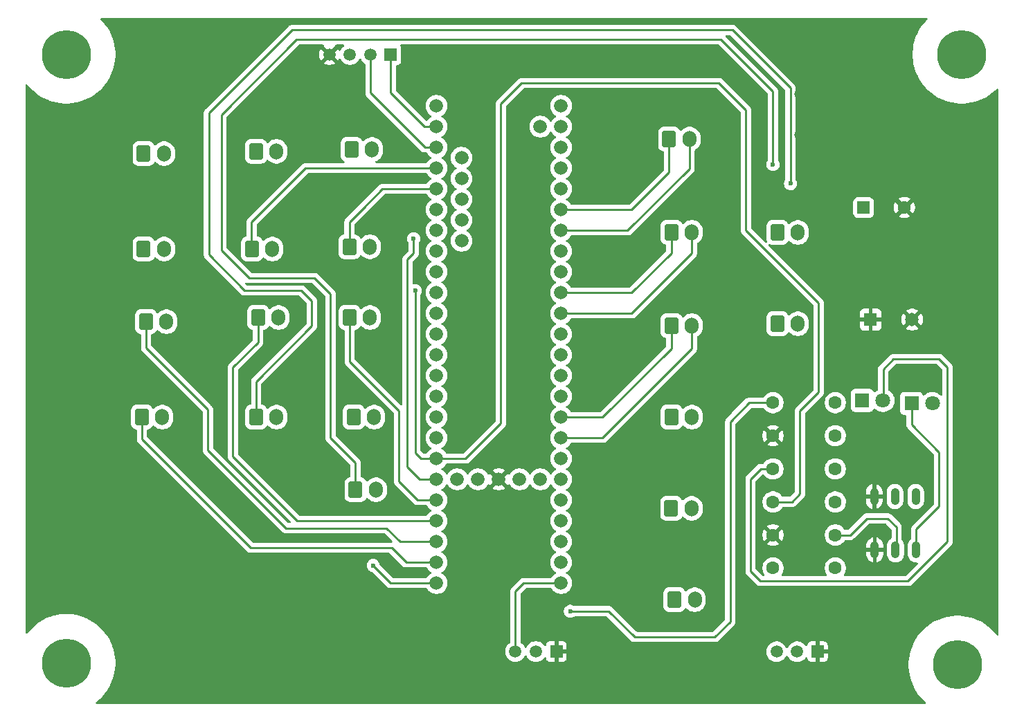
<source format=gbr>
%TF.GenerationSoftware,KiCad,Pcbnew,9.0.6*%
%TF.CreationDate,2026-01-16T13:58:25+05:30*%
%TF.ProjectId,Teensy4.1,5465656e-7379-4342-9e31-2e6b69636164,rev?*%
%TF.SameCoordinates,Original*%
%TF.FileFunction,Copper,L2,Bot*%
%TF.FilePolarity,Positive*%
%FSLAX46Y46*%
G04 Gerber Fmt 4.6, Leading zero omitted, Abs format (unit mm)*
G04 Created by KiCad (PCBNEW 9.0.6) date 2026-01-16 13:58:25*
%MOMM*%
%LPD*%
G01*
G04 APERTURE LIST*
G04 Aperture macros list*
%AMRoundRect*
0 Rectangle with rounded corners*
0 $1 Rounding radius*
0 $2 $3 $4 $5 $6 $7 $8 $9 X,Y pos of 4 corners*
0 Add a 4 corners polygon primitive as box body*
4,1,4,$2,$3,$4,$5,$6,$7,$8,$9,$2,$3,0*
0 Add four circle primitives for the rounded corners*
1,1,$1+$1,$2,$3*
1,1,$1+$1,$4,$5*
1,1,$1+$1,$6,$7*
1,1,$1+$1,$8,$9*
0 Add four rect primitives between the rounded corners*
20,1,$1+$1,$2,$3,$4,$5,0*
20,1,$1+$1,$4,$5,$6,$7,0*
20,1,$1+$1,$6,$7,$8,$9,0*
20,1,$1+$1,$8,$9,$2,$3,0*%
G04 Aperture macros list end*
%TA.AperFunction,ComponentPad*%
%ADD10RoundRect,0.250000X-0.600000X-0.750000X0.600000X-0.750000X0.600000X0.750000X-0.600000X0.750000X0*%
%TD*%
%TA.AperFunction,ComponentPad*%
%ADD11O,1.700000X2.000000*%
%TD*%
%TA.AperFunction,ComponentPad*%
%ADD12C,1.600000*%
%TD*%
%TA.AperFunction,ComponentPad*%
%ADD13C,1.665000*%
%TD*%
%TA.AperFunction,ComponentPad*%
%ADD14R,1.800000X1.800000*%
%TD*%
%TA.AperFunction,ComponentPad*%
%ADD15C,1.800000*%
%TD*%
%TA.AperFunction,ComponentPad*%
%ADD16O,1.040000X2.080000*%
%TD*%
%TA.AperFunction,ComponentPad*%
%ADD17C,3.400000*%
%TD*%
%TA.AperFunction,ConnectorPad*%
%ADD18C,6.000000*%
%TD*%
%TA.AperFunction,ComponentPad*%
%ADD19R,1.650000X1.650000*%
%TD*%
%TA.AperFunction,ComponentPad*%
%ADD20C,1.650000*%
%TD*%
%TA.AperFunction,ComponentPad*%
%ADD21R,1.508000X1.508000*%
%TD*%
%TA.AperFunction,ComponentPad*%
%ADD22C,1.508000*%
%TD*%
%TA.AperFunction,ComponentPad*%
%ADD23RoundRect,0.250000X-0.550000X-0.550000X0.550000X-0.550000X0.550000X0.550000X-0.550000X0.550000X0*%
%TD*%
%TA.AperFunction,ViaPad*%
%ADD24C,0.600000*%
%TD*%
%TA.AperFunction,ViaPad*%
%ADD25C,1.016000*%
%TD*%
%TA.AperFunction,Conductor*%
%ADD26C,0.254000*%
%TD*%
G04 APERTURE END LIST*
D10*
%TO.P,J18,1,1*%
%TO.N,M5V*%
X138724000Y-104394000D03*
D11*
%TO.P,J18,2,2*%
%TO.N,M5C*%
X141224000Y-104394000D03*
%TD*%
D12*
%TO.P,R6,1*%
%TO.N,Net-(D2-A)*%
X201930000Y-122880000D03*
%TO.P,R6,2*%
%TO.N,3V3*%
X209550000Y-122880000D03*
%TD*%
D10*
%TO.P,J9,1,1*%
%TO.N,Net-(IC1-A15)*%
X189524000Y-104394000D03*
D11*
%TO.P,J9,2,2*%
%TO.N,Net-(IC1-A14)*%
X192024000Y-104394000D03*
%TD*%
D10*
%TO.P,J21,1,1*%
%TO.N,Net-(IC1-A1)*%
X202478000Y-92964000D03*
D11*
%TO.P,J21,2,2*%
%TO.N,Net-(IC1-A0)*%
X204978000Y-92964000D03*
%TD*%
D10*
%TO.P,J2,1,1*%
%TO.N,Net-(IC1-OUT1D)*%
X138704000Y-71865000D03*
D11*
%TO.P,J2,2,2*%
%TO.N,DIRR*%
X141204000Y-71865000D03*
%TD*%
D10*
%TO.P,J3,1,1*%
%TO.N,Net-(IC1-IN2)*%
X150408000Y-71628000D03*
D11*
%TO.P,J3,2,2*%
%TO.N,DIRR*%
X152908000Y-71628000D03*
%TD*%
D10*
%TO.P,J20,1,1*%
%TO.N,Net-(IC1-A5)*%
X202478000Y-81788000D03*
D11*
%TO.P,J20,2,2*%
%TO.N,Net-(IC1-A4)*%
X204978000Y-81788000D03*
%TD*%
D12*
%TO.P,R2,1*%
%TO.N,GND*%
X201930000Y-106680000D03*
%TO.P,R2,2*%
%TO.N,Net-(Q1-Pad2)*%
X209550000Y-106680000D03*
%TD*%
D10*
%TO.P,J6,1,1*%
%TO.N,Net-(IC1-A7)*%
X189230000Y-70358000D03*
D11*
%TO.P,J6,2,2*%
%TO.N,Net-(IC1-A6)*%
X191730000Y-70358000D03*
%TD*%
D10*
%TO.P,J11,1,1*%
%TO.N,Net-(IC1-A17)*%
X189504000Y-93201000D03*
D11*
%TO.P,J11,2,2*%
%TO.N,Net-(IC1-A16)*%
X192004000Y-93201000D03*
%TD*%
D12*
%TO.P,R4,1*%
%TO.N,DIRL*%
X201930000Y-114780000D03*
%TO.P,R4,2*%
%TO.N,Net-(Q2-Pad2)*%
X209550000Y-114780000D03*
%TD*%
D13*
%TO.P,IC1,1,TX1*%
%TO.N,Net-(IC1-TX1)*%
X160782000Y-71374000D03*
%TO.P,IC1,2,OUT2*%
%TO.N,Net-(IC1-OUT2)*%
X160782000Y-73914000D03*
%TO.P,IC1,3,LRCLK2*%
%TO.N,Net-(IC1-LRCLK2)*%
X160782000Y-76454000D03*
%TO.P,IC1,4,BCLK2*%
%TO.N,Net-(IC1-BCLK2)*%
X160782000Y-78994000D03*
%TO.P,IC1,5,IN2*%
%TO.N,Net-(IC1-IN2)*%
X160782000Y-81534000D03*
%TO.P,IC1,6,OUT1D*%
%TO.N,Net-(IC1-OUT1D)*%
X160782000Y-84074000D03*
%TO.P,IC1,7,RX2*%
%TO.N,Net-(IC1-RX2)*%
X160782000Y-86614000D03*
%TO.P,IC1,8,TX2*%
%TO.N,Net-(IC1-TX2)*%
X160782000Y-89154000D03*
%TO.P,IC1,9,OUT1C*%
%TO.N,M1C*%
X160782000Y-91694000D03*
%TO.P,IC1,10,CS_1*%
%TO.N,M2C*%
X160782000Y-94234000D03*
%TO.P,IC1,11,MOSI*%
%TO.N,M3C*%
X160782000Y-96774000D03*
%TO.P,IC1,12,MISO*%
%TO.N,M4C*%
X160782000Y-99314000D03*
%TO.P,IC1,13,SCK*%
%TO.N,Net-(IC1-SCK)*%
X176022000Y-99314000D03*
%TO.P,IC1,14,A0*%
%TO.N,Net-(IC1-A0)*%
X176022000Y-96774000D03*
%TO.P,IC1,15,A1*%
%TO.N,Net-(IC1-A1)*%
X176022000Y-94234000D03*
%TO.P,IC1,16,A2*%
%TO.N,Net-(IC1-A2)*%
X176022000Y-91694000D03*
%TO.P,IC1,17,A3*%
%TO.N,Net-(IC1-A3)*%
X176022000Y-89154000D03*
%TO.P,IC1,18,A4*%
%TO.N,Net-(IC1-A4)*%
X176022000Y-86614000D03*
%TO.P,IC1,19,A5*%
%TO.N,Net-(IC1-A5)*%
X176022000Y-84074000D03*
%TO.P,IC1,20,A6*%
%TO.N,Net-(IC1-A6)*%
X176022000Y-81534000D03*
%TO.P,IC1,21,A7*%
%TO.N,Net-(IC1-A7)*%
X176022000Y-78994000D03*
%TO.P,IC1,22,A8*%
%TO.N,M5V*%
X176022000Y-76454000D03*
%TO.P,IC1,23,A9*%
%TO.N,M6V*%
X176022000Y-73914000D03*
%TO.P,IC1,24,A10*%
%TO.N,M5C*%
X160782000Y-104394000D03*
%TO.P,IC1,25,A11*%
%TO.N,M6C*%
X160782000Y-106934000D03*
%TO.P,IC1,26,A12*%
%TO.N,DIRL*%
X160782000Y-109474000D03*
%TO.P,IC1,27,A13*%
%TO.N,DIRR*%
X160782000Y-112014000D03*
%TO.P,IC1,28,RX7*%
%TO.N,Net-(IC1-RX7)*%
X160782000Y-114554000D03*
%TO.P,IC1,29,TX7*%
%TO.N,M1V*%
X160782000Y-117094000D03*
%TO.P,IC1,30,CRX3*%
%TO.N,M2V*%
X160782000Y-119634000D03*
%TO.P,IC1,31,CTX3*%
%TO.N,M3V*%
X160782000Y-122174000D03*
%TO.P,IC1,32,OUT1B*%
%TO.N,M4V*%
X160782000Y-124714000D03*
%TO.P,IC1,33,MCLK2*%
%TO.N,Net-(IC1-MCLK2)*%
X176022000Y-124714000D03*
%TO.P,IC1,34,RX8*%
%TO.N,Net-(IC1-RX8)*%
X176022000Y-122174000D03*
%TO.P,IC1,35,TX8*%
%TO.N,Net-(IC1-TX8)*%
X176022000Y-119634000D03*
%TO.P,IC1,36,CS_2*%
%TO.N,Net-(IC1-CS_2)*%
X176022000Y-117094000D03*
%TO.P,IC1,37,CS_3*%
%TO.N,Net-(IC1-CS_3)*%
X176022000Y-114554000D03*
%TO.P,IC1,38,A14*%
%TO.N,Net-(IC1-A14)*%
X176022000Y-112014000D03*
%TO.P,IC1,39,A15*%
%TO.N,Net-(IC1-A15)*%
X176022000Y-109474000D03*
%TO.P,IC1,40,A16*%
%TO.N,Net-(IC1-A16)*%
X176022000Y-106934000D03*
%TO.P,IC1,41,A17*%
%TO.N,Net-(IC1-A17)*%
X176022000Y-104394000D03*
%TO.P,IC1,42,3.3V_1*%
%TO.N,3V3*%
X160782000Y-101854000D03*
%TO.P,IC1,43,VBAT*%
%TO.N,unconnected-(IC1-VBAT-Pad43)*%
X163322000Y-112014000D03*
%TO.P,IC1,44,3.3V_2*%
%TO.N,unconnected-(IC1-3.3V_2-Pad44)*%
X165862000Y-112014000D03*
%TO.P,IC1,45,GND_1*%
%TO.N,GND*%
X168402000Y-112014000D03*
%TO.P,IC1,46,PROGRAM*%
%TO.N,unconnected-(IC1-PROGRAM-Pad46)*%
X170942000Y-112014000D03*
%TO.P,IC1,47,ON/OFF*%
%TO.N,unconnected-(IC1-ON{slash}OFF-Pad47)*%
X173482000Y-112014000D03*
%TO.P,IC1,48,GND_2*%
%TO.N,unconnected-(IC1-GND_2-Pad48)*%
X163832000Y-82804000D03*
%TO.P,IC1,49,GND_3*%
%TO.N,unconnected-(IC1-GND_3-Pad49)*%
X163832000Y-80264000D03*
%TO.P,IC1,50,D+*%
%TO.N,unconnected-(IC1-D+-Pad50)*%
X163832000Y-77724000D03*
%TO.P,IC1,51,D-*%
%TO.N,unconnected-(IC1-D--Pad51)*%
X163832000Y-75184000D03*
%TO.P,IC1,52,+5V*%
%TO.N,unconnected-(IC1-+5V-Pad52)*%
X163832000Y-72644000D03*
%TO.P,IC1,53,3.3V_(250_M_A_MAX)*%
%TO.N,unconnected-(IC1-3.3V_(250_M_A_MAX)-Pad53)*%
X176022000Y-71374000D03*
%TO.P,IC1,55,VIN_(3.6_TO_5.5_VOLTS)*%
%TO.N,unconnected-(IC1-VIN_(3.6_TO_5.5_VOLTS)-Pad55)*%
X176022000Y-66294000D03*
%TO.P,IC1,57,RX1*%
%TO.N,Net-(IC1-RX1)*%
X160782000Y-68834000D03*
%TO.P,IC1,68,VUSB*%
%TO.N,unconnected-(IC1-VUSB-Pad68)*%
X173482000Y-68834000D03*
%TO.P,IC1,69,GND_4*%
%TO.N,unconnected-(IC1-GND_4-Pad69)*%
X176022000Y-101854000D03*
%TO.P,IC1,70,GND_5*%
%TO.N,unconnected-(IC1-GND_5-Pad70)*%
X176022000Y-68834000D03*
%TO.P,IC1,71,GND_6*%
%TO.N,unconnected-(IC1-GND_6-Pad71)*%
X160782000Y-66294000D03*
%TD*%
D10*
%TO.P,J14,1,1*%
%TO.N,M1V*%
X138978000Y-92202000D03*
D11*
%TO.P,J14,2,2*%
%TO.N,M1C*%
X141478000Y-92202000D03*
%TD*%
D10*
%TO.P,J7,1,1*%
%TO.N,Net-(IC1-OUT2)*%
X138216000Y-83820000D03*
D11*
%TO.P,J7,2,2*%
%TO.N,DIRL*%
X140716000Y-83820000D03*
%TD*%
D14*
%TO.P,D2,1,K*%
%TO.N,Net-(D2-K)*%
X218870000Y-102718000D03*
D15*
%TO.P,D2,2,A*%
%TO.N,Net-(D2-A)*%
X221410000Y-102718000D03*
%TD*%
D10*
%TO.P,J16,1,1*%
%TO.N,M3V*%
X124754000Y-104394000D03*
D11*
%TO.P,J16,2,2*%
%TO.N,M3C*%
X127254000Y-104394000D03*
%TD*%
D16*
%TO.P,Q2,1*%
%TO.N,GND*%
X214376000Y-120650000D03*
%TO.P,Q2,2*%
%TO.N,Net-(Q2-Pad2)*%
X216916000Y-120650000D03*
%TO.P,Q2,3*%
%TO.N,Net-(D2-K)*%
X219456000Y-120650000D03*
%TD*%
D17*
%TO.P,H6,1*%
%TO.N,N/C*%
X225000000Y-60000000D03*
D18*
X225000000Y-60000000D03*
%TD*%
D19*
%TO.P,P1,1,1*%
%TO.N,GND*%
X213868000Y-92456000D03*
D20*
%TO.P,P1,2,2*%
X218948000Y-92456000D03*
%TD*%
D21*
%TO.P,J22,1,1*%
%TO.N,Net-(IC1-RX1)*%
X155194000Y-60025000D03*
D22*
%TO.P,J22,2,2*%
%TO.N,Net-(IC1-TX1)*%
X152694000Y-60025000D03*
%TO.P,J22,3,3*%
%TO.N,3V3*%
X150194000Y-60025000D03*
%TO.P,J22,4,4*%
%TO.N,GND*%
X147694000Y-60025000D03*
%TD*%
D10*
%TO.P,J12,1,1*%
%TO.N,Net-(IC1-TX8)*%
X189865000Y-126746000D03*
D11*
%TO.P,J12,2,2*%
%TO.N,Net-(IC1-RX8)*%
X192365000Y-126746000D03*
%TD*%
D17*
%TO.P,H7,1*%
%TO.N,N/C*%
X115500000Y-134500000D03*
D18*
X115500000Y-134500000D03*
%TD*%
D23*
%TO.P,C1,1*%
%TO.N,3V3*%
X212989349Y-78740000D03*
D12*
%TO.P,C1,2*%
%TO.N,GND*%
X217989349Y-78740000D03*
%TD*%
%TO.P,R5,1*%
%TO.N,GND*%
X201930000Y-118830000D03*
%TO.P,R5,2*%
%TO.N,Net-(Q2-Pad2)*%
X209550000Y-118830000D03*
%TD*%
D10*
%TO.P,J10,1,1*%
%TO.N,Net-(IC1-CS_3)*%
X189484000Y-115570000D03*
D11*
%TO.P,J10,2,2*%
%TO.N,Net-(IC1-CS_2)*%
X191984000Y-115570000D03*
%TD*%
D10*
%TO.P,J17,1,1*%
%TO.N,M4V*%
X150662000Y-104394000D03*
D11*
%TO.P,J17,2,2*%
%TO.N,M4C*%
X153162000Y-104394000D03*
%TD*%
D17*
%TO.P,H5,1*%
%TO.N,N/C*%
X115500000Y-60000000D03*
D18*
X115500000Y-60000000D03*
%TD*%
D21*
%TO.P,J25,1,1*%
%TO.N,GND*%
X207369500Y-133113000D03*
D22*
%TO.P,J25,2,2*%
%TO.N,unconnected-(J25-Pad2)*%
X204869500Y-133113000D03*
%TO.P,J25,3,3*%
%TO.N,Net-(IC1-SCK)*%
X202369500Y-133113000D03*
%TD*%
D12*
%TO.P,R1,1*%
%TO.N,DIRR*%
X201930000Y-102630000D03*
%TO.P,R1,2*%
%TO.N,Net-(Q1-Pad2)*%
X209550000Y-102630000D03*
%TD*%
D10*
%TO.P,J5,1,1*%
%TO.N,Net-(IC1-RX7)*%
X150154000Y-92202000D03*
D11*
%TO.P,J5,2,2*%
%TO.N,Net-(IC1-TX2)*%
X152654000Y-92202000D03*
%TD*%
D21*
%TO.P,J24,1,1*%
%TO.N,GND*%
X175434000Y-133096000D03*
D22*
%TO.P,J24,2,2*%
%TO.N,unconnected-(J24-Pad2)*%
X172934000Y-133096000D03*
%TO.P,J24,3,3*%
%TO.N,Net-(IC1-MCLK2)*%
X170434000Y-133096000D03*
%TD*%
D16*
%TO.P,Q1,1*%
%TO.N,GND*%
X214311000Y-114116742D03*
%TO.P,Q1,2*%
%TO.N,Net-(Q1-Pad2)*%
X216851000Y-114116742D03*
%TO.P,Q1,3*%
%TO.N,Net-(D1-K)*%
X219391000Y-114116742D03*
%TD*%
D10*
%TO.P,J19,1,1*%
%TO.N,M6V*%
X150876000Y-113284000D03*
D11*
%TO.P,J19,2,2*%
%TO.N,M6C*%
X153376000Y-113284000D03*
%TD*%
D12*
%TO.P,R3,1*%
%TO.N,Net-(D1-A)*%
X201930000Y-110730000D03*
%TO.P,R3,2*%
%TO.N,3V3*%
X209550000Y-110730000D03*
%TD*%
D10*
%TO.P,J4,1,1*%
%TO.N,Net-(IC1-RX2)*%
X124968000Y-72136000D03*
D11*
%TO.P,J4,2,2*%
%TO.N,DIRR*%
X127468000Y-72136000D03*
%TD*%
D10*
%TO.P,J15,1,1*%
%TO.N,M2V*%
X125262000Y-92710000D03*
D11*
%TO.P,J15,2,2*%
%TO.N,M2C*%
X127762000Y-92710000D03*
%TD*%
D10*
%TO.P,J8,1,1*%
%TO.N,Net-(IC1-A3)*%
X189504000Y-81771000D03*
D11*
%TO.P,J8,2,2*%
%TO.N,Net-(IC1-A2)*%
X192004000Y-81771000D03*
%TD*%
D10*
%TO.P,J1,1,1*%
%TO.N,Net-(IC1-BCLK2)*%
X124968000Y-83820000D03*
D11*
%TO.P,J1,2,2*%
%TO.N,DIRL*%
X127468000Y-83820000D03*
%TD*%
D10*
%TO.P,J13,1,1*%
%TO.N,Net-(IC1-LRCLK2)*%
X150134000Y-83549000D03*
D11*
%TO.P,J13,2,2*%
%TO.N,DIRL*%
X152634000Y-83549000D03*
%TD*%
D17*
%TO.P,H8,1*%
%TO.N,N/C*%
X224500000Y-134721600D03*
D18*
X224500000Y-134721600D03*
%TD*%
D14*
%TO.P,D1,1,K*%
%TO.N,Net-(D1-K)*%
X212852000Y-102354000D03*
D15*
%TO.P,D1,2,A*%
%TO.N,Net-(D1-A)*%
X215392000Y-102354000D03*
%TD*%
D24*
%TO.N,M5V*%
X204075770Y-75805770D03*
%TO.N,M4V*%
X153035000Y-122555000D03*
%TO.N,DIRR*%
X177139600Y-128168400D03*
X157988000Y-82550000D03*
D25*
%TO.N,GND*%
X145161000Y-112649000D03*
X145161000Y-104267000D03*
X132500000Y-133889000D03*
X157353000Y-129794000D03*
X160322000Y-129921000D03*
X181991000Y-84328000D03*
X121920000Y-105760000D03*
X132080000Y-122840000D03*
X217500000Y-70000000D03*
X122628800Y-65312800D03*
X220980000Y-86360000D03*
X177989349Y-60000000D03*
X184150000Y-70866000D03*
X222420000Y-70000000D03*
X118920000Y-111760000D03*
X227500000Y-120000000D03*
X217500000Y-60000000D03*
X129080000Y-122840000D03*
X118920000Y-99816400D03*
X124000000Y-116840000D03*
X181610000Y-67310000D03*
X205000000Y-59860000D03*
X163830000Y-64008000D03*
X142415000Y-123317000D03*
X121920000Y-93816400D03*
X116254000Y-81676400D03*
X124000000Y-122840000D03*
X185420000Y-124460000D03*
X118364000Y-72644000D03*
X116000000Y-105620000D03*
X116000000Y-111620000D03*
X224500000Y-120000000D03*
X215900000Y-86360000D03*
X131191000Y-85979000D03*
X205000000Y-69860000D03*
X129080000Y-116840000D03*
X219706000Y-82500000D03*
X209989349Y-70000000D03*
X116000000Y-116700000D03*
X127500000Y-133500000D03*
X212989349Y-60000000D03*
X126571000Y-60000000D03*
X184150000Y-108204000D03*
X166545000Y-133985000D03*
X145000000Y-77000000D03*
X224500000Y-92500000D03*
X182500000Y-60000000D03*
X224500000Y-107500000D03*
X184404000Y-84328000D03*
X205000000Y-64860000D03*
X134747000Y-91694000D03*
X209989349Y-65000000D03*
X118920000Y-87816400D03*
X212989349Y-65000000D03*
X181737000Y-94742000D03*
X193040000Y-78740000D03*
X224960000Y-70000000D03*
X136192000Y-123317000D03*
X118920000Y-105760000D03*
X174989349Y-60000000D03*
X170000000Y-59860000D03*
X220000000Y-127500000D03*
X135890000Y-72390000D03*
X121920000Y-87816400D03*
X126571000Y-62500000D03*
X121920000Y-111760000D03*
X134747000Y-94615000D03*
X151130000Y-123317000D03*
X181610000Y-70815200D03*
X140000000Y-64008000D03*
X217500000Y-65000000D03*
X131500000Y-110744000D03*
X148130000Y-123317000D03*
X209989349Y-60000000D03*
X192500000Y-60000000D03*
X131747000Y-94615000D03*
X118920000Y-122840000D03*
X116000000Y-122700000D03*
X145161000Y-84074000D03*
X217000000Y-127500000D03*
X195580000Y-78740000D03*
X145415000Y-123317000D03*
X187960000Y-124460000D03*
X131013200Y-76098400D03*
X121920000Y-122840000D03*
X195580000Y-91440000D03*
X163830000Y-91440000D03*
X180340000Y-101600000D03*
X224960000Y-77500000D03*
X212989349Y-70000000D03*
X121920000Y-75692000D03*
X163830000Y-88900000D03*
X132080000Y-116840000D03*
X116000000Y-93676400D03*
X151384000Y-129794000D03*
X149000000Y-77000000D03*
X127000000Y-122840000D03*
X131747000Y-91694000D03*
X130000000Y-60000000D03*
X130000000Y-62500000D03*
X180340000Y-108293500D03*
X132621033Y-127500000D03*
X222420000Y-77500000D03*
X203200000Y-89154000D03*
X219880000Y-70000000D03*
X148384000Y-129794000D03*
X148384000Y-126873000D03*
X118920000Y-75692000D03*
X224960000Y-82500000D03*
X143429000Y-64008000D03*
X127127000Y-127889000D03*
X163322000Y-129921000D03*
X135890000Y-77470000D03*
X222420000Y-82500000D03*
X184989349Y-60000000D03*
X213360000Y-86360000D03*
X139192000Y-123317000D03*
X151384000Y-126873000D03*
X127000000Y-116840000D03*
X118920000Y-93816400D03*
X142161000Y-112649000D03*
X121920000Y-116840000D03*
X195580000Y-93812833D03*
X131500000Y-108000000D03*
X121920000Y-99816400D03*
X190500000Y-78740000D03*
X186690000Y-67310000D03*
X122174000Y-81816400D03*
X115364000Y-72644000D03*
X184150000Y-67310000D03*
X135890000Y-74930000D03*
X187989349Y-60000000D03*
X118920000Y-116840000D03*
X116000000Y-99676400D03*
X119174000Y-81816400D03*
X154353000Y-129794000D03*
X131064000Y-73710800D03*
X184150000Y-94742000D03*
X227500000Y-107500000D03*
X218440000Y-86360000D03*
X116000000Y-75552000D03*
X180340000Y-118364000D03*
X116000000Y-87676400D03*
X163830000Y-86360000D03*
D24*
%TO.N,DIRL*%
X158181960Y-88900000D03*
%TO.N,M6V*%
X201930000Y-73481547D03*
%TD*%
D26*
%TO.N,Net-(D1-A)*%
X223266000Y-119634000D02*
X218440000Y-124460000D01*
X216662000Y-97282000D02*
X222250000Y-97282000D01*
X199180000Y-111970000D02*
X200420000Y-110730000D01*
X200420000Y-110730000D02*
X201930000Y-110730000D01*
X200406000Y-124460000D02*
X199180000Y-123234000D01*
X223266000Y-98298000D02*
X223266000Y-119634000D01*
X218440000Y-124460000D02*
X200406000Y-124460000D01*
X215400000Y-98544000D02*
X216662000Y-97282000D01*
X215400000Y-102340000D02*
X215400000Y-98544000D01*
X222250000Y-97282000D02*
X223266000Y-98298000D01*
X199180000Y-123234000D02*
X199180000Y-111970000D01*
%TO.N,Net-(D2-K)*%
X222250000Y-115316000D02*
X219456000Y-118110000D01*
X222250000Y-108712000D02*
X222250000Y-115316000D01*
X219456000Y-118110000D02*
X219456000Y-120904000D01*
X218870000Y-102718000D02*
X218870000Y-105332000D01*
X218870000Y-105332000D02*
X222250000Y-108712000D01*
%TO.N,Net-(IC1-TX1)*%
X159374000Y-71374000D02*
X160782000Y-71374000D01*
X152694000Y-64694000D02*
X159374000Y-71374000D01*
X152694000Y-60025000D02*
X152694000Y-64694000D01*
%TO.N,Net-(IC1-A2)*%
X192004000Y-81771000D02*
X192004000Y-84336000D01*
X192004000Y-84336000D02*
X184646000Y-91694000D01*
X184646000Y-91694000D02*
X176022000Y-91694000D01*
%TO.N,M3V*%
X157099000Y-122174000D02*
X160782000Y-122174000D01*
X124754000Y-107075600D02*
X138074400Y-120396000D01*
X155321000Y-120396000D02*
X157099000Y-122174000D01*
X124754000Y-104394000D02*
X124754000Y-107075600D01*
X138074400Y-120396000D02*
X155321000Y-120396000D01*
%TO.N,M5V*%
X145542000Y-93218000D02*
X138724000Y-100036000D01*
X132943600Y-84531200D02*
X137312400Y-88900000D01*
X204075770Y-64121770D02*
X196954000Y-57000000D01*
X137312400Y-88900000D02*
X144272000Y-88900000D01*
X138724000Y-100036000D02*
X138724000Y-104394000D01*
X204075770Y-75805770D02*
X204075770Y-64121770D01*
X143101200Y-57000000D02*
X132943600Y-67157600D01*
X196954000Y-57000000D02*
X143101200Y-57000000D01*
X145542000Y-90170000D02*
X145542000Y-93218000D01*
X144272000Y-88900000D02*
X145542000Y-90170000D01*
X132943600Y-67157600D02*
X132943600Y-84531200D01*
%TO.N,Net-(IC1-A6)*%
X184150000Y-81534000D02*
X176022000Y-81534000D01*
X191730000Y-70358000D02*
X191730000Y-73954000D01*
X191730000Y-73954000D02*
X184150000Y-81534000D01*
%TO.N,Net-(IC1-MCLK2)*%
X176022000Y-124714000D02*
X171450000Y-124714000D01*
X171450000Y-124714000D02*
X170434000Y-125730000D01*
X170434000Y-125730000D02*
X170434000Y-133096000D01*
%TO.N,Net-(IC1-A17)*%
X181102000Y-104394000D02*
X176022000Y-104394000D01*
X189504000Y-93201000D02*
X189504000Y-95992000D01*
X189504000Y-95992000D02*
X181102000Y-104394000D01*
%TO.N,Net-(IC1-RX7)*%
X156210000Y-112268000D02*
X158496000Y-114554000D01*
X150154000Y-97576000D02*
X156210000Y-103632000D01*
X158496000Y-114554000D02*
X160782000Y-114554000D01*
X156210000Y-103632000D02*
X156210000Y-112268000D01*
X150154000Y-92202000D02*
X150154000Y-97576000D01*
%TO.N,Net-(IC1-RX1)*%
X155194000Y-64694000D02*
X155194000Y-60025000D01*
X159334000Y-68834000D02*
X155194000Y-64694000D01*
X160782000Y-68834000D02*
X159334000Y-68834000D01*
%TO.N,M4V*%
X155194000Y-124714000D02*
X160782000Y-124714000D01*
X153035000Y-122555000D02*
X155194000Y-124714000D01*
%TO.N,M2V*%
X156311600Y-119634000D02*
X160782000Y-119634000D01*
X132842000Y-108458000D02*
X142367000Y-117983000D01*
X142367000Y-117983000D02*
X154660600Y-117983000D01*
X132842000Y-103479600D02*
X132842000Y-108458000D01*
X125262000Y-95899600D02*
X132842000Y-103479600D01*
X154660600Y-117983000D02*
X156311600Y-119634000D01*
X125262000Y-92710000D02*
X125262000Y-95899600D01*
%TO.N,Net-(IC1-OUT2)*%
X138176000Y-80518000D02*
X144780000Y-73914000D01*
X144780000Y-73914000D02*
X160782000Y-73914000D01*
X138176000Y-83780000D02*
X138176000Y-80518000D01*
%TO.N,Net-(IC1-A7)*%
X184658000Y-78994000D02*
X176022000Y-78994000D01*
X189230000Y-70358000D02*
X189230000Y-74422000D01*
X189230000Y-74422000D02*
X184658000Y-78994000D01*
%TO.N,DIRR*%
X158750000Y-112014000D02*
X160782000Y-112014000D01*
X196697600Y-104952800D02*
X196697600Y-129438400D01*
X157226000Y-85090000D02*
X157226000Y-110490000D01*
X196697600Y-129438400D02*
X194818000Y-131318000D01*
X185013600Y-131318000D02*
X181864000Y-128168400D01*
X157988000Y-84328000D02*
X157226000Y-85090000D01*
X157226000Y-110490000D02*
X158750000Y-112014000D01*
X199020400Y-102630000D02*
X196697600Y-104952800D01*
X157988000Y-82550000D02*
X157988000Y-84328000D01*
X181864000Y-128168400D02*
X177139600Y-128168400D01*
X194818000Y-131318000D02*
X185013600Y-131318000D01*
X201930000Y-102630000D02*
X199020400Y-102630000D01*
%TO.N,Net-(IC1-LRCLK2)*%
X154178000Y-76454000D02*
X151765000Y-78867000D01*
X151765000Y-78867000D02*
X150134000Y-80498000D01*
X150134000Y-80498000D02*
X150134000Y-83549000D01*
X160782000Y-76454000D02*
X154178000Y-76454000D01*
%TO.N,Net-(IC1-A3)*%
X189504000Y-84286000D02*
X184636000Y-89154000D01*
X184636000Y-89154000D02*
X176022000Y-89154000D01*
X189504000Y-81771000D02*
X189504000Y-84286000D01*
%TO.N,Net-(IC1-A16)*%
X192004000Y-93201000D02*
X192004000Y-96032000D01*
X181102000Y-106934000D02*
X176022000Y-106934000D01*
X192004000Y-96032000D02*
X181102000Y-106934000D01*
%TO.N,M1V*%
X144720644Y-117094000D02*
X160782000Y-117094000D01*
X144720644Y-117094000D02*
X143764000Y-117094000D01*
X143764000Y-117094000D02*
X135890000Y-109220000D01*
X135890000Y-109220000D02*
X135890000Y-98298000D01*
X138958000Y-95230000D02*
X138958000Y-92185000D01*
X135890000Y-98298000D02*
X138958000Y-95230000D01*
%TO.N,DIRL*%
X195326000Y-63500000D02*
X198628000Y-66802000D01*
X205232000Y-113792000D02*
X204244000Y-114780000D01*
X198628000Y-81534000D02*
X207518000Y-90424000D01*
X205232000Y-103632000D02*
X205232000Y-113792000D01*
X207518000Y-101346000D02*
X205232000Y-103632000D01*
X168656000Y-66040000D02*
X171196000Y-63500000D01*
X158181960Y-108781960D02*
X158874000Y-109474000D01*
X198628000Y-66802000D02*
X198628000Y-81534000D01*
X158874000Y-109474000D02*
X160782000Y-109474000D01*
X164338000Y-109474000D02*
X168656000Y-105156000D01*
X168656000Y-105156000D02*
X168656000Y-66040000D01*
X204244000Y-114780000D02*
X201930000Y-114780000D01*
X160782000Y-109474000D02*
X164338000Y-109474000D01*
X171196000Y-63500000D02*
X195326000Y-63500000D01*
X158181960Y-88900000D02*
X158181960Y-108781960D01*
X207518000Y-90424000D02*
X207518000Y-101346000D01*
%TO.N,M6V*%
X195580000Y-58166000D02*
X201930000Y-64516000D01*
X137871200Y-87376000D02*
X134467600Y-83972400D01*
X201930000Y-64516000D02*
X201930000Y-73481547D01*
X150876000Y-109982000D02*
X147828000Y-106934000D01*
X134467600Y-83972400D02*
X134467600Y-67362621D01*
X150876000Y-113284000D02*
X150876000Y-109982000D01*
X145876000Y-87376000D02*
X137871200Y-87376000D01*
X147828000Y-106934000D02*
X147828000Y-89328000D01*
X147828000Y-89328000D02*
X145876000Y-87376000D01*
X134467600Y-67362621D02*
X143664221Y-58166000D01*
X143664221Y-58166000D02*
X195580000Y-58166000D01*
%TO.N,Net-(Q2-Pad2)*%
X211350000Y-118830000D02*
X213370000Y-116810000D01*
X213370000Y-116810000D02*
X215980000Y-116810000D01*
X217043000Y-117873000D02*
X217043000Y-120904000D01*
X209550000Y-118830000D02*
X211350000Y-118830000D01*
X215980000Y-116810000D02*
X217043000Y-117873000D01*
%TD*%
%TA.AperFunction,Conductor*%
%TO.N,GND*%
G36*
X149440137Y-58813185D02*
G01*
X149485892Y-58865989D01*
X149495836Y-58935147D01*
X149466811Y-58998703D01*
X149445983Y-59017818D01*
X149376754Y-59068115D01*
X149376749Y-59068119D01*
X149237115Y-59207753D01*
X149121056Y-59367497D01*
X149054203Y-59498702D01*
X149006229Y-59549497D01*
X148938407Y-59566292D01*
X148872273Y-59543754D01*
X148833234Y-59498701D01*
X148766520Y-59367768D01*
X148766512Y-59367755D01*
X148740542Y-59332010D01*
X148740541Y-59332009D01*
X148176962Y-59895589D01*
X148159925Y-59832007D01*
X148094099Y-59717993D01*
X148001007Y-59624901D01*
X147886993Y-59559075D01*
X147823409Y-59542037D01*
X148386988Y-58978458D01*
X148382957Y-58927229D01*
X148397321Y-58858852D01*
X148446372Y-58809095D01*
X148506575Y-58793500D01*
X149373098Y-58793500D01*
X149440137Y-58813185D01*
G37*
%TD.AperFunction*%
%TA.AperFunction,Conductor*%
G36*
X220773188Y-55528185D02*
G01*
X220818943Y-55580989D01*
X220828887Y-55650147D01*
X220799862Y-55713703D01*
X220793830Y-55720181D01*
X220590305Y-55923705D01*
X220590292Y-55923719D01*
X220284075Y-56282253D01*
X220284064Y-56282267D01*
X220006918Y-56663727D01*
X220006910Y-56663738D01*
X219760558Y-57065747D01*
X219760555Y-57065753D01*
X219546481Y-57485896D01*
X219366036Y-57921527D01*
X219230298Y-58339286D01*
X219220331Y-58369965D01*
X219113924Y-58813185D01*
X219110256Y-58828462D01*
X219036495Y-59294171D01*
X219036495Y-59294172D01*
X218999500Y-59764234D01*
X218999500Y-60235765D01*
X219036495Y-60705827D01*
X219036495Y-60705828D01*
X219065108Y-60886482D01*
X219110257Y-61171543D01*
X219220331Y-61630035D01*
X219220335Y-61630046D01*
X219366036Y-62078472D01*
X219488670Y-62374536D01*
X219546482Y-62514106D01*
X219760548Y-62934234D01*
X219760553Y-62934242D01*
X219760555Y-62934246D01*
X219760558Y-62934252D01*
X220006910Y-63336261D01*
X220006915Y-63336268D01*
X220006917Y-63336271D01*
X220171271Y-63562485D01*
X220284064Y-63717732D01*
X220284075Y-63717746D01*
X220472818Y-63938736D01*
X220590298Y-64076287D01*
X220923713Y-64409702D01*
X221282260Y-64715930D01*
X221663729Y-64993083D01*
X221663733Y-64993085D01*
X221663738Y-64993089D01*
X222065747Y-65239441D01*
X222065752Y-65239443D01*
X222065766Y-65239452D01*
X222485894Y-65453518D01*
X222921522Y-65633961D01*
X222921527Y-65633963D01*
X223035550Y-65671010D01*
X223369965Y-65779669D01*
X223828457Y-65889743D01*
X224294173Y-65963505D01*
X224764240Y-66000500D01*
X224764248Y-66000500D01*
X225235752Y-66000500D01*
X225235760Y-66000500D01*
X225705827Y-65963505D01*
X226171543Y-65889743D01*
X226630035Y-65779669D01*
X227078478Y-65633961D01*
X227514106Y-65453518D01*
X227934234Y-65239452D01*
X228336271Y-64993083D01*
X228717740Y-64715930D01*
X229076287Y-64409702D01*
X229279819Y-64206170D01*
X229341142Y-64172685D01*
X229410834Y-64177669D01*
X229466767Y-64219541D01*
X229491184Y-64285005D01*
X229491500Y-64293851D01*
X229491500Y-131001517D01*
X229471815Y-131068556D01*
X229419011Y-131114311D01*
X229349853Y-131124255D01*
X229286297Y-131095230D01*
X229267182Y-131074402D01*
X229215935Y-131003867D01*
X229215930Y-131003860D01*
X228909702Y-130645313D01*
X228576287Y-130311898D01*
X228217740Y-130005670D01*
X227836271Y-129728517D01*
X227836268Y-129728515D01*
X227836261Y-129728510D01*
X227434252Y-129482158D01*
X227434246Y-129482155D01*
X227434242Y-129482153D01*
X227434234Y-129482148D01*
X227014106Y-129268082D01*
X226797790Y-129178481D01*
X226578472Y-129087636D01*
X226213037Y-128968900D01*
X226130035Y-128941931D01*
X226114223Y-128938135D01*
X226032463Y-128918506D01*
X225671543Y-128831857D01*
X225568805Y-128815585D01*
X225205827Y-128758095D01*
X224735765Y-128721100D01*
X224735760Y-128721100D01*
X224264240Y-128721100D01*
X224264234Y-128721100D01*
X223794172Y-128758095D01*
X223794171Y-128758095D01*
X223328462Y-128831856D01*
X223328459Y-128831856D01*
X223328457Y-128831857D01*
X223164258Y-128871277D01*
X222869976Y-128941928D01*
X222869970Y-128941929D01*
X222869965Y-128941931D01*
X222869953Y-128941935D01*
X222421527Y-129087636D01*
X221985896Y-129268081D01*
X221985894Y-129268082D01*
X221565766Y-129482148D01*
X221565762Y-129482150D01*
X221565753Y-129482155D01*
X221565747Y-129482158D01*
X221163738Y-129728510D01*
X221163727Y-129728518D01*
X220782267Y-130005664D01*
X220782253Y-130005675D01*
X220423719Y-130311892D01*
X220423705Y-130311905D01*
X220090305Y-130645305D01*
X220090292Y-130645319D01*
X219784075Y-131003853D01*
X219784064Y-131003867D01*
X219506918Y-131385327D01*
X219506910Y-131385338D01*
X219260558Y-131787347D01*
X219260555Y-131787353D01*
X219260550Y-131787362D01*
X219260548Y-131787366D01*
X219160834Y-131983066D01*
X219046481Y-132207496D01*
X218866036Y-132643127D01*
X218720335Y-133091553D01*
X218720328Y-133091576D01*
X218610256Y-133550062D01*
X218536495Y-134015771D01*
X218536495Y-134015772D01*
X218508814Y-134367500D01*
X218499500Y-134485840D01*
X218499500Y-134957360D01*
X218536495Y-135427427D01*
X218610257Y-135893143D01*
X218720331Y-136351635D01*
X218720335Y-136351646D01*
X218866036Y-136800072D01*
X218954691Y-137014103D01*
X219046482Y-137235706D01*
X219260548Y-137655834D01*
X219260553Y-137655842D01*
X219260555Y-137655846D01*
X219260558Y-137655852D01*
X219506910Y-138057861D01*
X219506915Y-138057868D01*
X219506917Y-138057871D01*
X219623073Y-138217746D01*
X219784064Y-138439332D01*
X219784075Y-138439346D01*
X219863282Y-138532085D01*
X220090298Y-138797887D01*
X220423713Y-139131302D01*
X220582154Y-139266623D01*
X220589866Y-139273210D01*
X220628059Y-139331717D01*
X220628558Y-139401584D01*
X220591204Y-139460631D01*
X220527857Y-139490109D01*
X220509334Y-139491500D01*
X119220083Y-139491500D01*
X119153044Y-139471815D01*
X119107289Y-139419011D01*
X119097345Y-139349853D01*
X119126370Y-139286297D01*
X119147198Y-139267182D01*
X119171648Y-139249418D01*
X119217740Y-139215930D01*
X119576287Y-138909702D01*
X119909702Y-138576287D01*
X120215930Y-138217740D01*
X120493083Y-137836271D01*
X120739452Y-137434234D01*
X120953518Y-137014106D01*
X121133961Y-136578478D01*
X121279669Y-136130035D01*
X121389743Y-135671543D01*
X121463505Y-135205827D01*
X121500500Y-134735760D01*
X121500500Y-134264240D01*
X121463505Y-133794173D01*
X121389743Y-133328457D01*
X121279669Y-132869965D01*
X121145001Y-132455499D01*
X121133963Y-132421527D01*
X121111767Y-132367941D01*
X120953518Y-131985894D01*
X120739452Y-131565766D01*
X120739443Y-131565752D01*
X120739441Y-131565747D01*
X120493089Y-131163738D01*
X120493085Y-131163733D01*
X120493083Y-131163729D01*
X120215930Y-130782260D01*
X119909702Y-130423713D01*
X119576287Y-130090298D01*
X119217740Y-129784070D01*
X118836271Y-129506917D01*
X118836268Y-129506915D01*
X118836261Y-129506910D01*
X118434252Y-129260558D01*
X118434246Y-129260555D01*
X118434242Y-129260553D01*
X118434234Y-129260548D01*
X118014106Y-129046482D01*
X117874536Y-128988670D01*
X117578472Y-128866036D01*
X117259402Y-128762364D01*
X117130035Y-128720331D01*
X116671543Y-128610257D01*
X116205827Y-128536495D01*
X115735765Y-128499500D01*
X115735760Y-128499500D01*
X115264240Y-128499500D01*
X115264234Y-128499500D01*
X114794172Y-128536495D01*
X114794171Y-128536495D01*
X114328462Y-128610256D01*
X114328459Y-128610256D01*
X114328457Y-128610257D01*
X114164258Y-128649677D01*
X113869976Y-128720328D01*
X113869970Y-128720329D01*
X113869965Y-128720331D01*
X113839286Y-128730298D01*
X113421527Y-128866036D01*
X112985896Y-129046481D01*
X112985894Y-129046482D01*
X112565766Y-129260548D01*
X112565762Y-129260550D01*
X112565753Y-129260555D01*
X112565747Y-129260558D01*
X112163738Y-129506910D01*
X112163727Y-129506918D01*
X111782267Y-129784064D01*
X111782261Y-129784069D01*
X111423719Y-130090292D01*
X111423705Y-130090305D01*
X111090305Y-130423705D01*
X111090292Y-130423719D01*
X110784075Y-130782253D01*
X110784064Y-130782267D01*
X110732818Y-130852802D01*
X110677488Y-130895468D01*
X110607875Y-130901447D01*
X110546080Y-130868841D01*
X110511723Y-130808003D01*
X110508500Y-130779917D01*
X110508500Y-103593983D01*
X123403500Y-103593983D01*
X123403500Y-105194001D01*
X123403501Y-105194018D01*
X123414000Y-105296796D01*
X123414001Y-105296799D01*
X123469185Y-105463331D01*
X123469187Y-105463336D01*
X123476532Y-105475244D01*
X123561288Y-105612656D01*
X123685344Y-105736712D01*
X123834666Y-105828814D01*
X124001203Y-105883999D01*
X124012192Y-105885121D01*
X124015102Y-105885419D01*
X124079794Y-105911815D01*
X124119946Y-105968996D01*
X124126500Y-106008777D01*
X124126500Y-107137407D01*
X124150612Y-107258627D01*
X124150614Y-107258635D01*
X124181835Y-107334008D01*
X124197917Y-107372833D01*
X124246601Y-107445694D01*
X124248971Y-107449241D01*
X124248974Y-107449246D01*
X124266590Y-107475610D01*
X124266591Y-107475611D01*
X137586989Y-120796008D01*
X137632471Y-120841490D01*
X137674393Y-120883412D01*
X137777160Y-120952079D01*
X137777173Y-120952086D01*
X137859253Y-120986084D01*
X137891365Y-120999385D01*
X137891369Y-120999385D01*
X137891370Y-120999386D01*
X138012594Y-121023500D01*
X138012597Y-121023500D01*
X155009719Y-121023500D01*
X155076758Y-121043185D01*
X155097400Y-121059819D01*
X156611589Y-122574008D01*
X156671423Y-122633842D01*
X156698993Y-122661412D01*
X156801760Y-122730079D01*
X156801764Y-122730081D01*
X156801767Y-122730083D01*
X156837160Y-122744743D01*
X156837161Y-122744744D01*
X156837162Y-122744744D01*
X156915966Y-122777386D01*
X157037192Y-122801499D01*
X157037196Y-122801500D01*
X157037197Y-122801500D01*
X157160803Y-122801500D01*
X159529679Y-122801500D01*
X159596718Y-122821185D01*
X159640164Y-122869206D01*
X159641916Y-122872645D01*
X159765238Y-123042384D01*
X159765242Y-123042389D01*
X159913610Y-123190757D01*
X159913615Y-123190761D01*
X160083354Y-123314083D01*
X160121492Y-123333516D01*
X160172287Y-123381490D01*
X160189082Y-123449311D01*
X160166544Y-123515446D01*
X160121492Y-123554484D01*
X160083354Y-123573916D01*
X159913615Y-123697238D01*
X159913610Y-123697242D01*
X159765242Y-123845610D01*
X159765238Y-123845615D01*
X159641916Y-124015354D01*
X159640164Y-124018794D01*
X159592191Y-124069590D01*
X159529679Y-124086500D01*
X155505281Y-124086500D01*
X155438242Y-124066815D01*
X155417600Y-124050181D01*
X153860091Y-122492672D01*
X153826606Y-122431349D01*
X153826183Y-122429323D01*
X153804737Y-122321503D01*
X153758628Y-122210185D01*
X153744397Y-122175827D01*
X153744390Y-122175814D01*
X153656789Y-122044711D01*
X153656786Y-122044707D01*
X153545292Y-121933213D01*
X153545288Y-121933210D01*
X153414185Y-121845609D01*
X153414172Y-121845602D01*
X153268501Y-121785264D01*
X153268489Y-121785261D01*
X153113845Y-121754500D01*
X153113842Y-121754500D01*
X152956158Y-121754500D01*
X152956155Y-121754500D01*
X152801510Y-121785261D01*
X152801498Y-121785264D01*
X152655827Y-121845602D01*
X152655814Y-121845609D01*
X152524711Y-121933210D01*
X152524707Y-121933213D01*
X152413213Y-122044707D01*
X152413210Y-122044711D01*
X152325609Y-122175814D01*
X152325602Y-122175827D01*
X152265264Y-122321498D01*
X152265261Y-122321510D01*
X152234500Y-122476153D01*
X152234500Y-122633846D01*
X152265261Y-122788489D01*
X152265264Y-122788501D01*
X152325602Y-122934172D01*
X152325609Y-122934185D01*
X152413210Y-123065288D01*
X152413213Y-123065292D01*
X152524707Y-123176786D01*
X152524711Y-123176789D01*
X152655814Y-123264390D01*
X152655827Y-123264397D01*
X152723961Y-123292618D01*
X152801503Y-123324737D01*
X152909185Y-123346156D01*
X152971092Y-123378539D01*
X152972672Y-123380091D01*
X154706589Y-125114008D01*
X154793992Y-125201411D01*
X154793993Y-125201412D01*
X154896760Y-125270079D01*
X154896773Y-125270086D01*
X154995997Y-125311185D01*
X154995999Y-125311186D01*
X155010965Y-125317385D01*
X155040653Y-125323290D01*
X155132194Y-125341500D01*
X155132197Y-125341500D01*
X155255803Y-125341500D01*
X159529679Y-125341500D01*
X159596718Y-125361185D01*
X159640164Y-125409206D01*
X159641916Y-125412645D01*
X159765238Y-125582384D01*
X159765242Y-125582389D01*
X159913610Y-125730757D01*
X159913615Y-125730761D01*
X160061669Y-125838327D01*
X160083356Y-125854084D01*
X160205566Y-125916353D01*
X160270305Y-125949340D01*
X160270308Y-125949341D01*
X160346947Y-125974242D01*
X160469855Y-126014177D01*
X160677091Y-126047000D01*
X160677092Y-126047000D01*
X160886908Y-126047000D01*
X160886909Y-126047000D01*
X161094145Y-126014177D01*
X161293694Y-125949340D01*
X161480644Y-125854084D01*
X161650391Y-125730756D01*
X161798756Y-125582391D01*
X161922084Y-125412644D01*
X162017340Y-125225694D01*
X162082177Y-125026145D01*
X162082176Y-125026145D01*
X162082178Y-125026142D01*
X162115000Y-124818908D01*
X162115000Y-124609091D01*
X162082177Y-124401855D01*
X162025231Y-124226591D01*
X162017341Y-124202308D01*
X162017340Y-124202305D01*
X161970619Y-124110612D01*
X161922084Y-124015356D01*
X161906327Y-123993669D01*
X161798761Y-123845615D01*
X161798757Y-123845610D01*
X161650389Y-123697242D01*
X161650384Y-123697238D01*
X161480646Y-123573917D01*
X161456492Y-123561610D01*
X161442507Y-123554484D01*
X161391712Y-123506511D01*
X161374917Y-123438690D01*
X161397454Y-123372555D01*
X161442507Y-123333515D01*
X161480644Y-123314084D01*
X161650391Y-123190756D01*
X161798756Y-123042391D01*
X161922084Y-122872644D01*
X162017340Y-122685694D01*
X162082177Y-122486145D01*
X162115000Y-122278909D01*
X162115000Y-122069091D01*
X162082177Y-121861855D01*
X162047295Y-121754500D01*
X162017341Y-121662308D01*
X162017340Y-121662305D01*
X161975148Y-121579500D01*
X161922084Y-121475356D01*
X161812408Y-121324399D01*
X161798761Y-121305615D01*
X161798757Y-121305610D01*
X161650389Y-121157242D01*
X161650384Y-121157238D01*
X161480648Y-121033918D01*
X161460201Y-121023500D01*
X161442507Y-121014484D01*
X161391712Y-120966511D01*
X161374917Y-120898690D01*
X161397454Y-120832555D01*
X161442507Y-120793515D01*
X161480644Y-120774084D01*
X161650391Y-120650756D01*
X161798756Y-120502391D01*
X161922084Y-120332644D01*
X162017340Y-120145694D01*
X162082177Y-119946145D01*
X162115000Y-119738909D01*
X162115000Y-119529091D01*
X162082177Y-119321855D01*
X162033096Y-119170798D01*
X162017341Y-119122308D01*
X162017340Y-119122305D01*
X161984353Y-119057566D01*
X161922084Y-118935356D01*
X161883799Y-118882661D01*
X161798761Y-118765615D01*
X161798757Y-118765610D01*
X161650389Y-118617242D01*
X161650384Y-118617238D01*
X161480648Y-118493918D01*
X161446357Y-118476446D01*
X161442507Y-118474484D01*
X161391712Y-118426511D01*
X161374917Y-118358690D01*
X161397454Y-118292555D01*
X161442507Y-118253515D01*
X161480644Y-118234084D01*
X161650391Y-118110756D01*
X161798756Y-117962391D01*
X161922084Y-117792644D01*
X162017340Y-117605694D01*
X162017341Y-117605693D01*
X162017341Y-117605691D01*
X162042097Y-117529500D01*
X162082177Y-117406145D01*
X162115000Y-117198909D01*
X162115000Y-116989091D01*
X162082177Y-116781855D01*
X162035870Y-116639336D01*
X162017341Y-116582308D01*
X162017340Y-116582305D01*
X161961542Y-116472797D01*
X161922084Y-116395356D01*
X161903663Y-116370001D01*
X161798761Y-116225615D01*
X161798757Y-116225610D01*
X161650389Y-116077242D01*
X161650384Y-116077238D01*
X161480648Y-115953918D01*
X161476434Y-115951771D01*
X161442507Y-115934484D01*
X161391712Y-115886511D01*
X161374917Y-115818690D01*
X161397454Y-115752555D01*
X161442507Y-115713515D01*
X161480644Y-115694084D01*
X161650391Y-115570756D01*
X161798756Y-115422391D01*
X161922084Y-115252644D01*
X162017340Y-115065694D01*
X162082177Y-114866145D01*
X162115000Y-114658909D01*
X162115000Y-114449091D01*
X162082177Y-114241855D01*
X162017340Y-114042306D01*
X162017340Y-114042305D01*
X161972666Y-113954628D01*
X161922084Y-113855356D01*
X161867813Y-113780658D01*
X161798761Y-113685615D01*
X161798757Y-113685610D01*
X161650389Y-113537242D01*
X161650384Y-113537238D01*
X161480648Y-113413918D01*
X161476434Y-113411771D01*
X161442507Y-113394484D01*
X161391712Y-113346511D01*
X161374917Y-113278690D01*
X161397454Y-113212555D01*
X161442507Y-113173515D01*
X161480644Y-113154084D01*
X161650391Y-113030756D01*
X161798756Y-112882391D01*
X161922084Y-112712644D01*
X161941515Y-112674507D01*
X161989489Y-112623712D01*
X162057310Y-112606917D01*
X162123445Y-112629454D01*
X162162485Y-112674508D01*
X162181918Y-112712648D01*
X162305238Y-112882384D01*
X162305242Y-112882389D01*
X162453610Y-113030757D01*
X162453615Y-113030761D01*
X162571959Y-113116742D01*
X162623356Y-113154084D01*
X162738112Y-113212555D01*
X162810305Y-113249340D01*
X162810308Y-113249341D01*
X162910080Y-113281758D01*
X163009855Y-113314177D01*
X163217091Y-113347000D01*
X163217092Y-113347000D01*
X163426908Y-113347000D01*
X163426909Y-113347000D01*
X163634145Y-113314177D01*
X163833694Y-113249340D01*
X164020644Y-113154084D01*
X164190391Y-113030756D01*
X164338756Y-112882391D01*
X164462084Y-112712644D01*
X164481515Y-112674507D01*
X164529489Y-112623712D01*
X164597310Y-112606917D01*
X164663445Y-112629454D01*
X164702485Y-112674508D01*
X164721918Y-112712648D01*
X164845238Y-112882384D01*
X164845242Y-112882389D01*
X164993610Y-113030757D01*
X164993615Y-113030761D01*
X165111959Y-113116742D01*
X165163356Y-113154084D01*
X165278112Y-113212555D01*
X165350305Y-113249340D01*
X165350308Y-113249341D01*
X165450080Y-113281758D01*
X165549855Y-113314177D01*
X165757091Y-113347000D01*
X165757092Y-113347000D01*
X165966908Y-113347000D01*
X165966909Y-113347000D01*
X166174145Y-113314177D01*
X166373694Y-113249340D01*
X166560644Y-113154084D01*
X166730391Y-113030756D01*
X166878756Y-112882391D01*
X167002084Y-112712644D01*
X167021796Y-112673956D01*
X167069768Y-112623162D01*
X167137589Y-112606366D01*
X167203724Y-112628902D01*
X167242764Y-112673956D01*
X167262340Y-112712375D01*
X167299257Y-112763188D01*
X167874129Y-112188316D01*
X167884822Y-112228222D01*
X167957890Y-112354778D01*
X168061222Y-112458110D01*
X168187778Y-112531178D01*
X168227682Y-112541870D01*
X167652809Y-113116741D01*
X167652810Y-113116742D01*
X167703614Y-113153653D01*
X167890493Y-113248874D01*
X168089971Y-113313689D01*
X168297131Y-113346500D01*
X168506869Y-113346500D01*
X168714028Y-113313689D01*
X168913506Y-113248874D01*
X169100374Y-113153659D01*
X169100387Y-113153651D01*
X169151188Y-113116742D01*
X169151189Y-113116741D01*
X168576317Y-112541870D01*
X168616222Y-112531178D01*
X168742778Y-112458110D01*
X168846110Y-112354778D01*
X168919178Y-112228222D01*
X168929870Y-112188318D01*
X169504741Y-112763189D01*
X169504742Y-112763188D01*
X169541651Y-112712387D01*
X169541662Y-112712370D01*
X169561234Y-112673958D01*
X169609208Y-112623162D01*
X169677029Y-112606366D01*
X169743164Y-112628903D01*
X169782203Y-112673956D01*
X169801785Y-112712387D01*
X169801918Y-112712647D01*
X169925238Y-112882384D01*
X169925242Y-112882389D01*
X170073610Y-113030757D01*
X170073615Y-113030761D01*
X170191959Y-113116742D01*
X170243356Y-113154084D01*
X170358112Y-113212555D01*
X170430305Y-113249340D01*
X170430308Y-113249341D01*
X170530080Y-113281758D01*
X170629855Y-113314177D01*
X170837091Y-113347000D01*
X170837092Y-113347000D01*
X171046908Y-113347000D01*
X171046909Y-113347000D01*
X171254145Y-113314177D01*
X171453694Y-113249340D01*
X171640644Y-113154084D01*
X171810391Y-113030756D01*
X171958756Y-112882391D01*
X172082084Y-112712644D01*
X172101515Y-112674507D01*
X172149489Y-112623712D01*
X172217310Y-112606917D01*
X172283445Y-112629454D01*
X172322485Y-112674508D01*
X172341918Y-112712648D01*
X172465238Y-112882384D01*
X172465242Y-112882389D01*
X172613610Y-113030757D01*
X172613615Y-113030761D01*
X172731959Y-113116742D01*
X172783356Y-113154084D01*
X172898112Y-113212555D01*
X172970305Y-113249340D01*
X172970308Y-113249341D01*
X173070080Y-113281758D01*
X173169855Y-113314177D01*
X173377091Y-113347000D01*
X173377092Y-113347000D01*
X173586908Y-113347000D01*
X173586909Y-113347000D01*
X173794145Y-113314177D01*
X173993694Y-113249340D01*
X174180644Y-113154084D01*
X174350391Y-113030756D01*
X174498756Y-112882391D01*
X174622084Y-112712644D01*
X174641515Y-112674507D01*
X174689489Y-112623712D01*
X174757310Y-112606917D01*
X174823445Y-112629454D01*
X174862485Y-112674508D01*
X174881918Y-112712648D01*
X175005238Y-112882384D01*
X175005242Y-112882389D01*
X175153610Y-113030757D01*
X175153615Y-113030761D01*
X175323354Y-113154083D01*
X175361492Y-113173516D01*
X175412287Y-113221490D01*
X175429082Y-113289311D01*
X175406544Y-113355446D01*
X175361492Y-113394484D01*
X175323354Y-113413916D01*
X175153615Y-113537238D01*
X175153610Y-113537242D01*
X175005242Y-113685610D01*
X175005238Y-113685615D01*
X174881918Y-113855352D01*
X174786659Y-114042305D01*
X174786660Y-114042306D01*
X174721823Y-114241853D01*
X174689000Y-114449091D01*
X174689000Y-114658909D01*
X174701409Y-114737254D01*
X174721823Y-114866146D01*
X174786658Y-115065691D01*
X174786659Y-115065694D01*
X174844906Y-115180008D01*
X174880164Y-115249206D01*
X174881918Y-115252647D01*
X175005238Y-115422384D01*
X175005242Y-115422389D01*
X175153610Y-115570757D01*
X175153615Y-115570761D01*
X175323354Y-115694083D01*
X175361492Y-115713516D01*
X175412287Y-115761490D01*
X175429082Y-115829311D01*
X175406544Y-115895446D01*
X175361492Y-115934484D01*
X175323354Y-115953916D01*
X175153615Y-116077238D01*
X175153610Y-116077242D01*
X175005242Y-116225610D01*
X175005238Y-116225615D01*
X174881918Y-116395352D01*
X174786659Y-116582305D01*
X174786658Y-116582308D01*
X174721823Y-116781853D01*
X174689000Y-116989091D01*
X174689000Y-117198908D01*
X174721823Y-117406146D01*
X174786658Y-117605691D01*
X174786659Y-117605693D01*
X174796385Y-117624781D01*
X174880164Y-117789206D01*
X174881918Y-117792647D01*
X175005238Y-117962384D01*
X175005242Y-117962389D01*
X175153610Y-118110757D01*
X175153615Y-118110761D01*
X175323354Y-118234083D01*
X175361492Y-118253516D01*
X175412287Y-118301490D01*
X175429082Y-118369311D01*
X175406544Y-118435446D01*
X175361492Y-118474484D01*
X175323354Y-118493916D01*
X175153615Y-118617238D01*
X175153610Y-118617242D01*
X175005242Y-118765610D01*
X175005238Y-118765615D01*
X174881918Y-118935352D01*
X174786659Y-119122305D01*
X174786658Y-119122308D01*
X174721823Y-119321853D01*
X174700339Y-119457499D01*
X174689000Y-119529091D01*
X174689000Y-119738909D01*
X174690569Y-119748815D01*
X174721823Y-119946146D01*
X174786658Y-120145691D01*
X174786659Y-120145694D01*
X174844200Y-120258622D01*
X174880164Y-120329206D01*
X174881918Y-120332647D01*
X175005238Y-120502384D01*
X175005242Y-120502389D01*
X175153610Y-120650757D01*
X175153615Y-120650761D01*
X175323354Y-120774083D01*
X175361492Y-120793516D01*
X175412287Y-120841490D01*
X175429082Y-120909311D01*
X175406544Y-120975446D01*
X175361492Y-121014484D01*
X175323354Y-121033916D01*
X175153615Y-121157238D01*
X175153610Y-121157242D01*
X175005242Y-121305610D01*
X175005238Y-121305615D01*
X174881918Y-121475352D01*
X174786659Y-121662305D01*
X174786658Y-121662308D01*
X174721823Y-121861853D01*
X174710521Y-121933210D01*
X174689000Y-122069091D01*
X174689000Y-122278909D01*
X174695746Y-122321501D01*
X174721823Y-122486146D01*
X174786658Y-122685691D01*
X174786659Y-122685694D01*
X174833380Y-122777387D01*
X174880164Y-122869206D01*
X174881918Y-122872647D01*
X175005238Y-123042384D01*
X175005242Y-123042389D01*
X175153610Y-123190757D01*
X175153615Y-123190761D01*
X175323354Y-123314083D01*
X175361492Y-123333516D01*
X175412287Y-123381490D01*
X175429082Y-123449311D01*
X175406544Y-123515446D01*
X175361492Y-123554484D01*
X175323354Y-123573916D01*
X175153615Y-123697238D01*
X175153610Y-123697242D01*
X175005242Y-123845610D01*
X175005238Y-123845615D01*
X174881916Y-124015354D01*
X174880164Y-124018794D01*
X174832191Y-124069590D01*
X174769679Y-124086500D01*
X171388192Y-124086500D01*
X171266972Y-124110612D01*
X171266964Y-124110614D01*
X171186215Y-124144062D01*
X171152767Y-124157917D01*
X171126987Y-124175142D01*
X171049989Y-124226590D01*
X171049988Y-124226591D01*
X170260502Y-125016079D01*
X170033992Y-125242589D01*
X170006502Y-125270079D01*
X169946586Y-125329994D01*
X169946585Y-125329996D01*
X169877233Y-125433789D01*
X169875586Y-125438393D01*
X169830614Y-125546964D01*
X169830612Y-125546972D01*
X169806500Y-125668192D01*
X169806500Y-131938077D01*
X169786815Y-132005116D01*
X169755385Y-132038395D01*
X169616754Y-132139115D01*
X169616749Y-132139119D01*
X169477115Y-132278753D01*
X169361058Y-132438495D01*
X169271408Y-132614441D01*
X169210389Y-132802236D01*
X169179500Y-132997263D01*
X169179500Y-133194736D01*
X169210389Y-133389763D01*
X169269619Y-133572052D01*
X169271409Y-133577561D01*
X169361056Y-133753501D01*
X169361058Y-133753504D01*
X169477115Y-133913246D01*
X169616753Y-134052884D01*
X169766234Y-134161486D01*
X169776499Y-134168944D01*
X169952439Y-134258591D01*
X170059417Y-134293350D01*
X170140236Y-134319610D01*
X170335264Y-134350500D01*
X170335269Y-134350500D01*
X170532736Y-134350500D01*
X170727763Y-134319610D01*
X170756262Y-134310350D01*
X170915561Y-134258591D01*
X171091501Y-134168944D01*
X171197288Y-134092086D01*
X171251246Y-134052884D01*
X171251248Y-134052881D01*
X171251252Y-134052879D01*
X171390879Y-133913252D01*
X171390881Y-133913248D01*
X171390884Y-133913246D01*
X171506941Y-133753505D01*
X171506942Y-133753504D01*
X171506944Y-133753501D01*
X171573516Y-133622846D01*
X171621490Y-133572052D01*
X171689311Y-133555257D01*
X171755446Y-133577794D01*
X171794482Y-133622845D01*
X171858166Y-133747830D01*
X171861058Y-133753505D01*
X171977115Y-133913246D01*
X172116753Y-134052884D01*
X172266234Y-134161486D01*
X172276499Y-134168944D01*
X172452439Y-134258591D01*
X172559417Y-134293350D01*
X172640236Y-134319610D01*
X172835264Y-134350500D01*
X172835269Y-134350500D01*
X173032736Y-134350500D01*
X173227763Y-134319610D01*
X173256262Y-134310350D01*
X173415561Y-134258591D01*
X173591501Y-134168944D01*
X173697288Y-134092086D01*
X173751246Y-134052884D01*
X173751248Y-134052881D01*
X173751252Y-134052879D01*
X173890879Y-133913252D01*
X173902074Y-133897844D01*
X173955681Y-133824059D01*
X174011011Y-133781392D01*
X174080624Y-133775413D01*
X174142419Y-133808018D01*
X174176777Y-133868856D01*
X174179722Y-133894526D01*
X174179823Y-133894521D01*
X174179911Y-133896169D01*
X174180000Y-133896943D01*
X174180000Y-133897844D01*
X174186401Y-133957372D01*
X174186403Y-133957379D01*
X174236645Y-134092086D01*
X174236649Y-134092093D01*
X174322809Y-134207187D01*
X174322812Y-134207190D01*
X174437906Y-134293350D01*
X174437913Y-134293354D01*
X174572620Y-134343596D01*
X174572627Y-134343598D01*
X174632155Y-134349999D01*
X174632172Y-134350000D01*
X175184000Y-134350000D01*
X175184000Y-133529012D01*
X175241007Y-133561925D01*
X175368174Y-133596000D01*
X175499826Y-133596000D01*
X175626993Y-133561925D01*
X175684000Y-133529012D01*
X175684000Y-134350000D01*
X176235828Y-134350000D01*
X176235844Y-134349999D01*
X176295372Y-134343598D01*
X176295379Y-134343596D01*
X176430086Y-134293354D01*
X176430093Y-134293350D01*
X176545187Y-134207190D01*
X176545190Y-134207187D01*
X176631350Y-134092093D01*
X176631354Y-134092086D01*
X176681596Y-133957379D01*
X176681598Y-133957372D01*
X176687999Y-133897844D01*
X176688000Y-133897827D01*
X176688000Y-133346000D01*
X175867012Y-133346000D01*
X175899925Y-133288993D01*
X175934000Y-133161826D01*
X175934000Y-133030174D01*
X175929737Y-133014263D01*
X201115000Y-133014263D01*
X201115000Y-133211736D01*
X201145889Y-133406763D01*
X201205119Y-133589052D01*
X201206909Y-133594561D01*
X201287896Y-133753505D01*
X201296558Y-133770504D01*
X201412615Y-133930246D01*
X201552253Y-134069884D01*
X201688596Y-134168941D01*
X201711999Y-134185944D01*
X201887939Y-134275591D01*
X201994917Y-134310350D01*
X202075736Y-134336610D01*
X202270764Y-134367500D01*
X202270769Y-134367500D01*
X202468236Y-134367500D01*
X202663263Y-134336610D01*
X202851061Y-134275591D01*
X203027001Y-134185944D01*
X203156177Y-134092093D01*
X203186746Y-134069884D01*
X203186748Y-134069881D01*
X203186752Y-134069879D01*
X203326379Y-133930252D01*
X203326381Y-133930248D01*
X203326384Y-133930246D01*
X203442441Y-133770505D01*
X203442442Y-133770504D01*
X203442444Y-133770501D01*
X203509016Y-133639846D01*
X203556990Y-133589052D01*
X203624811Y-133572257D01*
X203690946Y-133594794D01*
X203729982Y-133639845D01*
X203787896Y-133753505D01*
X203796558Y-133770505D01*
X203912615Y-133930246D01*
X204052253Y-134069884D01*
X204188596Y-134168941D01*
X204211999Y-134185944D01*
X204387939Y-134275591D01*
X204494917Y-134310350D01*
X204575736Y-134336610D01*
X204770764Y-134367500D01*
X204770769Y-134367500D01*
X204968236Y-134367500D01*
X205163263Y-134336610D01*
X205351061Y-134275591D01*
X205527001Y-134185944D01*
X205656177Y-134092093D01*
X205686746Y-134069884D01*
X205686748Y-134069881D01*
X205686752Y-134069879D01*
X205826379Y-133930252D01*
X205837574Y-133914844D01*
X205891181Y-133841059D01*
X205946511Y-133798392D01*
X206016124Y-133792413D01*
X206077919Y-133825018D01*
X206112277Y-133885856D01*
X206115222Y-133911526D01*
X206115323Y-133911521D01*
X206115411Y-133913169D01*
X206115500Y-133913943D01*
X206115500Y-133914844D01*
X206121901Y-133974372D01*
X206121903Y-133974379D01*
X206172145Y-134109086D01*
X206172149Y-134109093D01*
X206258309Y-134224187D01*
X206258312Y-134224190D01*
X206373406Y-134310350D01*
X206373413Y-134310354D01*
X206508120Y-134360596D01*
X206508127Y-134360598D01*
X206567655Y-134366999D01*
X206567672Y-134367000D01*
X207119500Y-134367000D01*
X207119500Y-133546012D01*
X207176507Y-133578925D01*
X207303674Y-133613000D01*
X207435326Y-133613000D01*
X207562493Y-133578925D01*
X207619500Y-133546012D01*
X207619500Y-134367000D01*
X208171328Y-134367000D01*
X208171344Y-134366999D01*
X208230872Y-134360598D01*
X208230879Y-134360596D01*
X208365586Y-134310354D01*
X208365593Y-134310350D01*
X208480687Y-134224190D01*
X208480690Y-134224187D01*
X208566850Y-134109093D01*
X208566854Y-134109086D01*
X208617096Y-133974379D01*
X208617098Y-133974372D01*
X208623499Y-133914844D01*
X208623500Y-133914827D01*
X208623500Y-133363000D01*
X207802512Y-133363000D01*
X207835425Y-133305993D01*
X207869500Y-133178826D01*
X207869500Y-133047174D01*
X207835425Y-132920007D01*
X207802512Y-132863000D01*
X208623500Y-132863000D01*
X208623500Y-132311172D01*
X208623499Y-132311155D01*
X208617098Y-132251627D01*
X208617096Y-132251620D01*
X208566854Y-132116913D01*
X208566850Y-132116906D01*
X208480690Y-132001812D01*
X208480687Y-132001809D01*
X208365593Y-131915649D01*
X208365586Y-131915645D01*
X208230879Y-131865403D01*
X208230872Y-131865401D01*
X208171344Y-131859000D01*
X207619500Y-131859000D01*
X207619500Y-132679988D01*
X207562493Y-132647075D01*
X207435326Y-132613000D01*
X207303674Y-132613000D01*
X207176507Y-132647075D01*
X207119500Y-132679988D01*
X207119500Y-131859000D01*
X206567655Y-131859000D01*
X206508127Y-131865401D01*
X206508120Y-131865403D01*
X206373413Y-131915645D01*
X206373406Y-131915649D01*
X206258312Y-132001809D01*
X206258309Y-132001812D01*
X206172149Y-132116906D01*
X206172145Y-132116913D01*
X206121903Y-132251620D01*
X206121901Y-132251627D01*
X206115500Y-132311155D01*
X206115500Y-132312056D01*
X206115442Y-132312252D01*
X206115323Y-132314479D01*
X206115144Y-132314469D01*
X206115144Y-132314475D01*
X206115040Y-132314463D01*
X206114796Y-132314450D01*
X206095815Y-132379095D01*
X206043011Y-132424850D01*
X205973853Y-132434794D01*
X205910297Y-132405769D01*
X205891182Y-132384941D01*
X205826384Y-132295754D01*
X205826380Y-132295749D01*
X205686746Y-132156115D01*
X205527004Y-132040058D01*
X205527003Y-132040057D01*
X205527001Y-132040056D01*
X205351061Y-131950409D01*
X205335950Y-131945499D01*
X205163263Y-131889389D01*
X204968236Y-131858500D01*
X204968231Y-131858500D01*
X204770769Y-131858500D01*
X204770764Y-131858500D01*
X204575736Y-131889389D01*
X204387941Y-131950408D01*
X204211995Y-132040058D01*
X204052253Y-132156115D01*
X203912615Y-132295753D01*
X203796558Y-132455495D01*
X203729985Y-132586151D01*
X203682010Y-132636947D01*
X203614189Y-132653742D01*
X203548054Y-132631204D01*
X203509015Y-132586151D01*
X203500353Y-132569151D01*
X203442444Y-132455499D01*
X203427401Y-132434794D01*
X203326384Y-132295753D01*
X203186746Y-132156115D01*
X203027004Y-132040058D01*
X203027003Y-132040057D01*
X203027001Y-132040056D01*
X202851061Y-131950409D01*
X202835950Y-131945499D01*
X202663263Y-131889389D01*
X202468236Y-131858500D01*
X202468231Y-131858500D01*
X202270769Y-131858500D01*
X202270764Y-131858500D01*
X202075736Y-131889389D01*
X201887941Y-131950408D01*
X201711995Y-132040058D01*
X201552253Y-132156115D01*
X201412615Y-132295753D01*
X201296558Y-132455495D01*
X201206908Y-132631441D01*
X201145889Y-132819236D01*
X201115000Y-133014263D01*
X175929737Y-133014263D01*
X175899925Y-132903007D01*
X175867012Y-132846000D01*
X176688000Y-132846000D01*
X176688000Y-132294172D01*
X176687999Y-132294155D01*
X176681598Y-132234627D01*
X176681596Y-132234620D01*
X176631354Y-132099913D01*
X176631350Y-132099906D01*
X176545190Y-131984812D01*
X176545187Y-131984809D01*
X176430093Y-131898649D01*
X176430086Y-131898645D01*
X176295379Y-131848403D01*
X176295372Y-131848401D01*
X176235844Y-131842000D01*
X175684000Y-131842000D01*
X175684000Y-132662988D01*
X175626993Y-132630075D01*
X175499826Y-132596000D01*
X175368174Y-132596000D01*
X175241007Y-132630075D01*
X175184000Y-132662988D01*
X175184000Y-131842000D01*
X174632155Y-131842000D01*
X174572627Y-131848401D01*
X174572620Y-131848403D01*
X174437913Y-131898645D01*
X174437906Y-131898649D01*
X174322812Y-131984809D01*
X174322809Y-131984812D01*
X174236649Y-132099906D01*
X174236645Y-132099913D01*
X174186403Y-132234620D01*
X174186401Y-132234627D01*
X174180000Y-132294155D01*
X174180000Y-132295056D01*
X174179942Y-132295252D01*
X174179823Y-132297479D01*
X174179644Y-132297469D01*
X174179644Y-132297475D01*
X174179540Y-132297463D01*
X174179296Y-132297450D01*
X174160315Y-132362095D01*
X174107511Y-132407850D01*
X174038353Y-132417794D01*
X173974797Y-132388769D01*
X173955682Y-132367941D01*
X173890884Y-132278754D01*
X173890880Y-132278749D01*
X173751246Y-132139115D01*
X173591504Y-132023058D01*
X173591503Y-132023057D01*
X173591501Y-132023056D01*
X173415561Y-131933409D01*
X173415558Y-131933408D01*
X173227763Y-131872389D01*
X173032736Y-131841500D01*
X173032731Y-131841500D01*
X172835269Y-131841500D01*
X172835264Y-131841500D01*
X172640236Y-131872389D01*
X172452441Y-131933408D01*
X172276495Y-132023058D01*
X172116753Y-132139115D01*
X171977115Y-132278753D01*
X171861058Y-132438495D01*
X171794485Y-132569151D01*
X171746510Y-132619947D01*
X171678689Y-132636742D01*
X171612554Y-132614204D01*
X171573515Y-132569151D01*
X171506944Y-132438499D01*
X171499486Y-132428234D01*
X171390884Y-132278753D01*
X171251250Y-132139119D01*
X171251245Y-132139115D01*
X171112615Y-132038395D01*
X171069949Y-131983066D01*
X171061500Y-131938077D01*
X171061500Y-128089553D01*
X176339100Y-128089553D01*
X176339100Y-128247246D01*
X176369861Y-128401889D01*
X176369864Y-128401901D01*
X176430202Y-128547572D01*
X176430209Y-128547585D01*
X176517810Y-128678688D01*
X176517813Y-128678692D01*
X176629307Y-128790186D01*
X176629311Y-128790189D01*
X176760414Y-128877790D01*
X176760427Y-128877797D01*
X176906098Y-128938135D01*
X176906103Y-128938137D01*
X177060753Y-128968899D01*
X177060756Y-128968900D01*
X177060758Y-128968900D01*
X177218444Y-128968900D01*
X177218445Y-128968899D01*
X177373097Y-128938137D01*
X177518779Y-128877794D01*
X177610066Y-128816798D01*
X177676743Y-128795920D01*
X177678957Y-128795900D01*
X181552719Y-128795900D01*
X181619758Y-128815585D01*
X181640400Y-128832219D01*
X184526189Y-131718008D01*
X184595528Y-131787347D01*
X184613594Y-131805413D01*
X184613597Y-131805414D01*
X184716367Y-131874083D01*
X184749815Y-131887937D01*
X184830565Y-131921386D01*
X184951792Y-131945499D01*
X184951796Y-131945500D01*
X184951797Y-131945500D01*
X194879804Y-131945500D01*
X194879805Y-131945499D01*
X195001035Y-131921386D01*
X195081784Y-131887937D01*
X195115233Y-131874083D01*
X195218008Y-131805411D01*
X195305411Y-131718008D01*
X197185011Y-129838408D01*
X197221318Y-129784070D01*
X197253683Y-129735633D01*
X197273276Y-129688330D01*
X197300986Y-129621434D01*
X197325100Y-129500203D01*
X197325100Y-129376597D01*
X197325100Y-111908192D01*
X198552500Y-111908192D01*
X198552500Y-123295807D01*
X198576612Y-123417027D01*
X198576614Y-123417035D01*
X198610062Y-123497785D01*
X198623915Y-123531229D01*
X198623921Y-123531241D01*
X198652435Y-123573913D01*
X198652438Y-123573917D01*
X198692587Y-123634006D01*
X198692591Y-123634011D01*
X199918589Y-124860008D01*
X200005992Y-124947411D01*
X200005993Y-124947412D01*
X200108760Y-125016079D01*
X200108762Y-125016080D01*
X200108767Y-125016083D01*
X200133059Y-125026145D01*
X200222966Y-125063386D01*
X200344192Y-125087499D01*
X200344196Y-125087500D01*
X200344197Y-125087500D01*
X218501804Y-125087500D01*
X218501805Y-125087499D01*
X218623035Y-125063386D01*
X218712941Y-125026145D01*
X218737233Y-125016083D01*
X218840008Y-124947411D01*
X218927411Y-124860008D01*
X223753411Y-120034008D01*
X223812119Y-119946145D01*
X223822083Y-119931233D01*
X223862249Y-119834263D01*
X223869386Y-119817034D01*
X223893500Y-119695803D01*
X223893500Y-119572196D01*
X223893500Y-98236197D01*
X223886996Y-98203500D01*
X223869386Y-98114965D01*
X223822353Y-98001420D01*
X223822204Y-98000948D01*
X223753414Y-97897996D01*
X223753413Y-97897994D01*
X223728650Y-97873231D01*
X223666008Y-97810589D01*
X223171500Y-97316081D01*
X222650011Y-96794591D01*
X222650007Y-96794588D01*
X222547239Y-96725920D01*
X222547226Y-96725913D01*
X222513785Y-96712062D01*
X222433035Y-96678614D01*
X222433027Y-96678612D01*
X222311807Y-96654500D01*
X222311803Y-96654500D01*
X216723804Y-96654500D01*
X216600197Y-96654500D01*
X216600192Y-96654500D01*
X216478973Y-96678611D01*
X216478973Y-96678612D01*
X216478970Y-96678613D01*
X216478966Y-96678614D01*
X216412070Y-96706323D01*
X216412068Y-96706323D01*
X216364770Y-96725915D01*
X216261989Y-96794590D01*
X216261988Y-96794591D01*
X215297554Y-97759027D01*
X214999992Y-98056589D01*
X214977921Y-98078660D01*
X214912586Y-98143994D01*
X214912585Y-98143996D01*
X214843774Y-98246979D01*
X214843589Y-98247557D01*
X214796614Y-98360965D01*
X214779778Y-98445609D01*
X214778428Y-98452394D01*
X214778424Y-98452408D01*
X214772500Y-98482192D01*
X214772500Y-101021845D01*
X214752815Y-101088884D01*
X214704796Y-101132329D01*
X214657976Y-101156185D01*
X214479641Y-101285752D01*
X214479636Y-101285756D01*
X214429463Y-101335929D01*
X214368140Y-101369413D01*
X214298448Y-101364428D01*
X214242515Y-101322557D01*
X214225601Y-101291580D01*
X214195797Y-101211671D01*
X214195793Y-101211664D01*
X214109547Y-101096455D01*
X214109544Y-101096452D01*
X213994335Y-101010206D01*
X213994328Y-101010202D01*
X213859482Y-100959908D01*
X213859483Y-100959908D01*
X213799883Y-100953501D01*
X213799881Y-100953500D01*
X213799873Y-100953500D01*
X213799864Y-100953500D01*
X211904129Y-100953500D01*
X211904123Y-100953501D01*
X211844516Y-100959908D01*
X211709671Y-101010202D01*
X211709664Y-101010206D01*
X211594455Y-101096452D01*
X211594452Y-101096455D01*
X211508206Y-101211664D01*
X211508202Y-101211671D01*
X211457908Y-101346517D01*
X211451501Y-101406116D01*
X211451500Y-101406135D01*
X211451500Y-103301870D01*
X211451501Y-103301876D01*
X211457908Y-103361483D01*
X211508202Y-103496328D01*
X211508206Y-103496335D01*
X211594452Y-103611544D01*
X211594455Y-103611547D01*
X211709664Y-103697793D01*
X211709671Y-103697797D01*
X211844517Y-103748091D01*
X211844516Y-103748091D01*
X211851444Y-103748835D01*
X211904127Y-103754500D01*
X213799872Y-103754499D01*
X213859483Y-103748091D01*
X213994331Y-103697796D01*
X214109546Y-103611546D01*
X214195796Y-103496331D01*
X214213460Y-103448972D01*
X214225601Y-103416420D01*
X214267471Y-103360486D01*
X214332936Y-103336068D01*
X214401209Y-103350919D01*
X214429464Y-103372071D01*
X214479636Y-103422243D01*
X214479641Y-103422247D01*
X214581603Y-103496326D01*
X214657978Y-103551815D01*
X214786375Y-103617237D01*
X214854393Y-103651895D01*
X214854396Y-103651896D01*
X214959221Y-103685955D01*
X215064049Y-103720015D01*
X215281778Y-103754500D01*
X215281779Y-103754500D01*
X215502221Y-103754500D01*
X215502222Y-103754500D01*
X215719951Y-103720015D01*
X215929606Y-103651895D01*
X216126022Y-103551815D01*
X216304365Y-103422242D01*
X216460242Y-103266365D01*
X216589815Y-103088022D01*
X216689895Y-102891606D01*
X216758015Y-102681951D01*
X216792500Y-102464222D01*
X216792500Y-102243778D01*
X216758015Y-102026049D01*
X216689895Y-101816394D01*
X216689895Y-101816393D01*
X216647614Y-101733413D01*
X216589815Y-101619978D01*
X216531501Y-101539715D01*
X216460247Y-101441641D01*
X216460243Y-101441636D01*
X216304363Y-101285756D01*
X216304358Y-101285752D01*
X216126023Y-101156185D01*
X216095202Y-101140480D01*
X216044408Y-101092505D01*
X216027500Y-101029997D01*
X216027500Y-98855281D01*
X216047185Y-98788242D01*
X216063819Y-98767600D01*
X216885600Y-97945819D01*
X216946923Y-97912334D01*
X216973281Y-97909500D01*
X221938719Y-97909500D01*
X222005758Y-97929185D01*
X222026400Y-97945819D01*
X222602181Y-98521600D01*
X222635666Y-98582923D01*
X222638500Y-98609281D01*
X222638500Y-101666531D01*
X222618815Y-101733570D01*
X222566011Y-101779325D01*
X222496853Y-101789269D01*
X222433297Y-101760244D01*
X222426819Y-101754212D01*
X222322363Y-101649756D01*
X222322358Y-101649752D01*
X222144025Y-101520187D01*
X222144024Y-101520186D01*
X222144022Y-101520185D01*
X222026791Y-101460452D01*
X221947606Y-101420104D01*
X221947603Y-101420103D01*
X221737952Y-101351985D01*
X221629086Y-101334742D01*
X221520222Y-101317500D01*
X221299778Y-101317500D01*
X221227201Y-101328995D01*
X221082047Y-101351985D01*
X220872396Y-101420103D01*
X220872393Y-101420104D01*
X220675974Y-101520187D01*
X220497641Y-101649752D01*
X220497636Y-101649756D01*
X220447463Y-101699929D01*
X220386140Y-101733413D01*
X220316448Y-101728428D01*
X220260515Y-101686557D01*
X220243601Y-101655580D01*
X220213797Y-101575671D01*
X220213793Y-101575664D01*
X220127547Y-101460455D01*
X220127544Y-101460452D01*
X220012335Y-101374206D01*
X220012328Y-101374202D01*
X219877482Y-101323908D01*
X219877483Y-101323908D01*
X219817883Y-101317501D01*
X219817881Y-101317500D01*
X219817873Y-101317500D01*
X219817864Y-101317500D01*
X217922129Y-101317500D01*
X217922123Y-101317501D01*
X217862516Y-101323908D01*
X217727671Y-101374202D01*
X217727664Y-101374206D01*
X217612455Y-101460452D01*
X217612452Y-101460455D01*
X217526206Y-101575664D01*
X217526202Y-101575671D01*
X217475908Y-101710517D01*
X217469501Y-101770116D01*
X217469500Y-101770135D01*
X217469500Y-103665870D01*
X217469501Y-103665876D01*
X217475908Y-103725483D01*
X217526202Y-103860328D01*
X217526206Y-103860335D01*
X217612452Y-103975544D01*
X217612455Y-103975547D01*
X217727664Y-104061793D01*
X217727671Y-104061797D01*
X217772618Y-104078561D01*
X217862517Y-104112091D01*
X217922127Y-104118500D01*
X218118500Y-104118499D01*
X218185539Y-104138183D01*
X218231294Y-104190987D01*
X218242500Y-104242499D01*
X218242500Y-105393807D01*
X218266612Y-105515028D01*
X218266613Y-105515032D01*
X218266614Y-105515035D01*
X218274504Y-105534083D01*
X218288435Y-105567715D01*
X218291082Y-105574104D01*
X218313917Y-105629233D01*
X218353207Y-105688034D01*
X218356353Y-105692743D01*
X218356354Y-105692744D01*
X218382590Y-105732010D01*
X218382593Y-105732013D01*
X221586181Y-108935600D01*
X221619666Y-108996923D01*
X221622500Y-109023281D01*
X221622500Y-115004719D01*
X221602815Y-115071758D01*
X221586181Y-115092400D01*
X219055992Y-117622589D01*
X219012289Y-117666292D01*
X218968586Y-117709994D01*
X218968585Y-117709996D01*
X218899233Y-117813789D01*
X218897586Y-117818393D01*
X218852614Y-117926964D01*
X218852612Y-117926972D01*
X218831723Y-118031982D01*
X218831724Y-118031983D01*
X218828500Y-118048191D01*
X218828500Y-119262932D01*
X218808815Y-119329971D01*
X218792181Y-119350613D01*
X218663328Y-119479465D01*
X218663325Y-119479469D01*
X218551647Y-119646605D01*
X218551640Y-119646618D01*
X218474718Y-119832326D01*
X218474715Y-119832338D01*
X218435500Y-120029484D01*
X218435500Y-121270515D01*
X218474715Y-121467661D01*
X218474718Y-121467673D01*
X218551640Y-121653381D01*
X218551647Y-121653394D01*
X218663325Y-121820530D01*
X218663328Y-121820534D01*
X218805465Y-121962671D01*
X218805469Y-121962674D01*
X218972605Y-122074352D01*
X218972618Y-122074359D01*
X219157165Y-122150800D01*
X219158331Y-122151283D01*
X219281723Y-122175827D01*
X219355484Y-122190499D01*
X219355488Y-122190500D01*
X219522718Y-122190500D01*
X219589757Y-122210185D01*
X219635512Y-122262989D01*
X219645456Y-122332147D01*
X219616431Y-122395703D01*
X219610399Y-122402181D01*
X218216400Y-123796181D01*
X218155077Y-123829666D01*
X218128719Y-123832500D01*
X210708839Y-123832500D01*
X210641800Y-123812815D01*
X210596045Y-123760011D01*
X210586101Y-123690853D01*
X210608520Y-123635616D01*
X210644073Y-123586679D01*
X210662287Y-123561610D01*
X210755220Y-123379219D01*
X210818477Y-123184534D01*
X210850500Y-122982352D01*
X210850500Y-122777648D01*
X210845288Y-122744742D01*
X210818477Y-122575465D01*
X210782934Y-122466075D01*
X210755220Y-122380781D01*
X210755218Y-122380778D01*
X210755218Y-122380776D01*
X210721503Y-122314607D01*
X210662287Y-122198390D01*
X210634579Y-122160253D01*
X210541971Y-122032786D01*
X210397213Y-121888028D01*
X210231613Y-121767715D01*
X210231612Y-121767714D01*
X210231610Y-121767713D01*
X210174653Y-121738691D01*
X210049223Y-121674781D01*
X209854534Y-121611522D01*
X209679995Y-121583878D01*
X209652352Y-121579500D01*
X209447648Y-121579500D01*
X209423329Y-121583351D01*
X209245465Y-121611522D01*
X209050776Y-121674781D01*
X208868386Y-121767715D01*
X208702786Y-121888028D01*
X208558028Y-122032786D01*
X208437715Y-122198386D01*
X208344781Y-122380776D01*
X208281522Y-122575465D01*
X208249500Y-122777648D01*
X208249500Y-122982351D01*
X208281522Y-123184534D01*
X208344781Y-123379223D01*
X208437714Y-123561612D01*
X208491480Y-123635616D01*
X208514959Y-123701422D01*
X208499133Y-123769476D01*
X208449027Y-123818170D01*
X208391161Y-123832500D01*
X203088839Y-123832500D01*
X203021800Y-123812815D01*
X202976045Y-123760011D01*
X202966101Y-123690853D01*
X202988520Y-123635616D01*
X203024073Y-123586679D01*
X203042287Y-123561610D01*
X203135220Y-123379219D01*
X203198477Y-123184534D01*
X203230500Y-122982352D01*
X203230500Y-122777648D01*
X203225288Y-122744742D01*
X203198477Y-122575465D01*
X203162934Y-122466075D01*
X203135220Y-122380781D01*
X203135218Y-122380778D01*
X203135218Y-122380776D01*
X203101503Y-122314607D01*
X203042287Y-122198390D01*
X203014579Y-122160253D01*
X202921971Y-122032786D01*
X202777213Y-121888028D01*
X202611613Y-121767715D01*
X202611612Y-121767714D01*
X202611610Y-121767713D01*
X202554653Y-121738691D01*
X202429223Y-121674781D01*
X202234534Y-121611522D01*
X202059995Y-121583878D01*
X202032352Y-121579500D01*
X201827648Y-121579500D01*
X201803329Y-121583351D01*
X201625465Y-121611522D01*
X201430776Y-121674781D01*
X201248386Y-121767715D01*
X201082786Y-121888028D01*
X200938028Y-122032786D01*
X200817715Y-122198386D01*
X200724781Y-122380776D01*
X200661522Y-122575465D01*
X200629500Y-122777648D01*
X200629500Y-122982351D01*
X200661522Y-123184534D01*
X200724781Y-123379223D01*
X200817714Y-123561612D01*
X200871480Y-123635616D01*
X200875711Y-123647475D01*
X200883955Y-123656989D01*
X200887228Y-123679755D01*
X200894959Y-123701422D01*
X200892107Y-123713685D01*
X200893899Y-123726147D01*
X200884343Y-123747071D01*
X200879133Y-123769476D01*
X200870104Y-123778250D01*
X200864874Y-123789703D01*
X200845522Y-123802139D01*
X200829027Y-123818170D01*
X200815281Y-123821573D01*
X200806096Y-123827477D01*
X200771161Y-123832500D01*
X200717281Y-123832500D01*
X200650242Y-123812815D01*
X200629600Y-123796181D01*
X199843819Y-123010400D01*
X199810334Y-122949077D01*
X199807500Y-122922719D01*
X199807500Y-118727682D01*
X200630000Y-118727682D01*
X200630000Y-118932317D01*
X200662009Y-119134417D01*
X200725244Y-119329031D01*
X200818141Y-119511350D01*
X200818147Y-119511359D01*
X200850523Y-119555921D01*
X200850524Y-119555922D01*
X201530000Y-118876446D01*
X201530000Y-118882661D01*
X201557259Y-118984394D01*
X201609920Y-119075606D01*
X201684394Y-119150080D01*
X201775606Y-119202741D01*
X201877339Y-119230000D01*
X201883553Y-119230000D01*
X201204076Y-119909474D01*
X201248650Y-119941859D01*
X201430968Y-120034755D01*
X201625582Y-120097990D01*
X201827683Y-120130000D01*
X202032317Y-120130000D01*
X202234417Y-120097990D01*
X202429031Y-120034755D01*
X202611349Y-119941859D01*
X202655921Y-119909474D01*
X201976447Y-119230000D01*
X201982661Y-119230000D01*
X202084394Y-119202741D01*
X202175606Y-119150080D01*
X202250080Y-119075606D01*
X202302741Y-118984394D01*
X202330000Y-118882661D01*
X202330000Y-118876448D01*
X203009474Y-119555922D01*
X203009474Y-119555921D01*
X203041859Y-119511349D01*
X203134755Y-119329031D01*
X203197990Y-119134417D01*
X203230000Y-118932317D01*
X203230000Y-118727682D01*
X203229995Y-118727648D01*
X208249500Y-118727648D01*
X208249500Y-118932352D01*
X208249976Y-118935356D01*
X208281522Y-119134534D01*
X208344781Y-119329223D01*
X208386143Y-119410399D01*
X208437585Y-119511359D01*
X208437715Y-119511613D01*
X208558028Y-119677213D01*
X208702786Y-119821971D01*
X208823226Y-119909474D01*
X208868390Y-119942287D01*
X208984607Y-120001503D01*
X209050776Y-120035218D01*
X209050778Y-120035218D01*
X209050781Y-120035220D01*
X209155137Y-120069127D01*
X209245465Y-120098477D01*
X209346557Y-120114488D01*
X209447648Y-120130500D01*
X209447649Y-120130500D01*
X209652351Y-120130500D01*
X209652352Y-120130500D01*
X209854534Y-120098477D01*
X210049219Y-120035220D01*
X210051608Y-120034003D01*
X210053827Y-120032872D01*
X210060378Y-120029534D01*
X213356000Y-120029534D01*
X213356000Y-120400000D01*
X214035363Y-120400000D01*
X213984622Y-120487886D01*
X213956000Y-120594706D01*
X213956000Y-120705294D01*
X213984622Y-120812114D01*
X214035363Y-120900000D01*
X213356000Y-120900000D01*
X213356000Y-121270465D01*
X213395196Y-121467515D01*
X213395198Y-121467523D01*
X213472086Y-121653148D01*
X213472091Y-121653157D01*
X213583714Y-121820211D01*
X213583717Y-121820215D01*
X213725784Y-121962282D01*
X213725788Y-121962285D01*
X213892842Y-122073908D01*
X213892851Y-122073913D01*
X214078475Y-122150800D01*
X214078478Y-122150801D01*
X214126000Y-122160253D01*
X214126000Y-120990636D01*
X214213886Y-121041378D01*
X214320706Y-121070000D01*
X214431294Y-121070000D01*
X214538114Y-121041378D01*
X214626000Y-120990636D01*
X214626000Y-122160252D01*
X214673521Y-122150801D01*
X214673524Y-122150800D01*
X214859148Y-122073913D01*
X214859157Y-122073908D01*
X215026211Y-121962285D01*
X215026215Y-121962282D01*
X215168282Y-121820215D01*
X215168285Y-121820211D01*
X215279908Y-121653157D01*
X215279913Y-121653148D01*
X215356801Y-121467523D01*
X215356803Y-121467515D01*
X215395999Y-121270465D01*
X215396000Y-121270462D01*
X215396000Y-120900000D01*
X214716637Y-120900000D01*
X214767378Y-120812114D01*
X214796000Y-120705294D01*
X214796000Y-120594706D01*
X214767378Y-120487886D01*
X214716637Y-120400000D01*
X215396000Y-120400000D01*
X215396000Y-120029538D01*
X215395999Y-120029534D01*
X215356803Y-119832484D01*
X215356801Y-119832476D01*
X215279913Y-119646851D01*
X215279908Y-119646842D01*
X215168285Y-119479788D01*
X215168282Y-119479784D01*
X215026215Y-119337717D01*
X215026211Y-119337714D01*
X214859157Y-119226091D01*
X214859148Y-119226086D01*
X214673523Y-119149198D01*
X214673515Y-119149196D01*
X214626000Y-119139744D01*
X214626000Y-120309363D01*
X214538114Y-120258622D01*
X214431294Y-120230000D01*
X214320706Y-120230000D01*
X214213886Y-120258622D01*
X214126000Y-120309363D01*
X214126000Y-119139745D01*
X214125999Y-119139744D01*
X214078484Y-119149196D01*
X214078476Y-119149198D01*
X213892851Y-119226086D01*
X213892842Y-119226091D01*
X213725788Y-119337714D01*
X213725784Y-119337717D01*
X213583717Y-119479784D01*
X213583714Y-119479788D01*
X213472091Y-119646842D01*
X213472086Y-119646851D01*
X213395198Y-119832476D01*
X213395196Y-119832484D01*
X213356000Y-120029534D01*
X210060378Y-120029534D01*
X210231610Y-119942287D01*
X210246829Y-119931230D01*
X210257980Y-119923129D01*
X210397213Y-119821971D01*
X210397215Y-119821968D01*
X210397219Y-119821966D01*
X210541966Y-119677219D01*
X210662287Y-119511610D01*
X210662289Y-119511605D01*
X210664462Y-119508615D01*
X210719792Y-119465949D01*
X210764781Y-119457500D01*
X211411804Y-119457500D01*
X211411805Y-119457499D01*
X211533035Y-119433386D01*
X211613784Y-119399937D01*
X211647233Y-119386083D01*
X211750008Y-119317411D01*
X211837411Y-119230008D01*
X213593600Y-117473819D01*
X213654923Y-117440334D01*
X213681281Y-117437500D01*
X215668719Y-117437500D01*
X215735758Y-117457185D01*
X215756400Y-117473819D01*
X216379181Y-118096600D01*
X216412666Y-118157923D01*
X216415500Y-118184281D01*
X216415500Y-119170798D01*
X216395815Y-119237837D01*
X216360392Y-119273899D01*
X216265469Y-119337326D01*
X216265462Y-119337332D01*
X216123328Y-119479465D01*
X216123325Y-119479469D01*
X216011647Y-119646605D01*
X216011640Y-119646618D01*
X215934718Y-119832326D01*
X215934715Y-119832338D01*
X215895500Y-120029484D01*
X215895500Y-121270515D01*
X215934715Y-121467661D01*
X215934718Y-121467673D01*
X216011640Y-121653381D01*
X216011647Y-121653394D01*
X216123325Y-121820530D01*
X216123328Y-121820534D01*
X216265465Y-121962671D01*
X216265469Y-121962674D01*
X216432605Y-122074352D01*
X216432618Y-122074359D01*
X216617165Y-122150800D01*
X216618331Y-122151283D01*
X216741723Y-122175827D01*
X216815484Y-122190499D01*
X216815488Y-122190500D01*
X216815489Y-122190500D01*
X217016512Y-122190500D01*
X217016513Y-122190499D01*
X217213669Y-122151283D01*
X217399388Y-122074356D01*
X217566531Y-121962674D01*
X217708674Y-121820531D01*
X217820356Y-121653388D01*
X217820456Y-121653148D01*
X217864630Y-121546500D01*
X217897283Y-121467669D01*
X217936500Y-121270511D01*
X217936500Y-120029489D01*
X217897283Y-119832331D01*
X217880832Y-119792614D01*
X217820359Y-119646618D01*
X217820352Y-119646605D01*
X217708674Y-119479469D01*
X217708671Y-119479465D01*
X217706819Y-119477613D01*
X217706158Y-119476403D01*
X217704809Y-119474759D01*
X217705120Y-119474503D01*
X217673334Y-119416290D01*
X217670500Y-119389932D01*
X217670500Y-117811197D01*
X217661677Y-117766842D01*
X217646386Y-117689965D01*
X217611479Y-117605694D01*
X217599083Y-117575767D01*
X217589890Y-117562009D01*
X217530414Y-117472996D01*
X217530413Y-117472994D01*
X217494919Y-117437500D01*
X217443008Y-117385589D01*
X216932467Y-116875048D01*
X216380011Y-116322591D01*
X216380003Y-116322585D01*
X216277243Y-116253923D01*
X216277229Y-116253915D01*
X216239800Y-116238412D01*
X216239798Y-116238411D01*
X216163035Y-116206614D01*
X216163027Y-116206612D01*
X216041807Y-116182500D01*
X216041803Y-116182500D01*
X213431803Y-116182500D01*
X213308196Y-116182500D01*
X213308194Y-116182500D01*
X213186970Y-116206613D01*
X213186960Y-116206616D01*
X213072773Y-116253913D01*
X213072760Y-116253920D01*
X212969992Y-116322588D01*
X212969988Y-116322591D01*
X211126400Y-118166181D01*
X211065077Y-118199666D01*
X211038719Y-118202500D01*
X210764781Y-118202500D01*
X210697742Y-118182815D01*
X210664462Y-118151385D01*
X210662289Y-118148394D01*
X210662287Y-118148390D01*
X210541966Y-117982781D01*
X210397219Y-117838034D01*
X210397213Y-117838028D01*
X210231613Y-117717715D01*
X210231612Y-117717714D01*
X210231610Y-117717713D01*
X210174653Y-117688691D01*
X210049223Y-117624781D01*
X209854534Y-117561522D01*
X209679995Y-117533878D01*
X209652352Y-117529500D01*
X209447648Y-117529500D01*
X209423329Y-117533351D01*
X209245465Y-117561522D01*
X209050776Y-117624781D01*
X208868386Y-117717715D01*
X208702786Y-117838028D01*
X208558028Y-117982786D01*
X208437715Y-118148386D01*
X208344781Y-118330776D01*
X208281522Y-118525465D01*
X208249500Y-118727648D01*
X203229995Y-118727648D01*
X203197990Y-118525582D01*
X203134755Y-118330968D01*
X203041859Y-118148650D01*
X203009474Y-118104077D01*
X203009474Y-118104076D01*
X202330000Y-118783551D01*
X202330000Y-118777339D01*
X202302741Y-118675606D01*
X202250080Y-118584394D01*
X202175606Y-118509920D01*
X202084394Y-118457259D01*
X201982661Y-118430000D01*
X201976446Y-118430000D01*
X202655922Y-117750524D01*
X202655921Y-117750523D01*
X202611359Y-117718147D01*
X202611350Y-117718141D01*
X202429031Y-117625244D01*
X202234417Y-117562009D01*
X202032317Y-117530000D01*
X201827683Y-117530000D01*
X201625582Y-117562009D01*
X201430968Y-117625244D01*
X201248644Y-117718143D01*
X201204077Y-117750523D01*
X201204077Y-117750524D01*
X201883554Y-118430000D01*
X201877339Y-118430000D01*
X201775606Y-118457259D01*
X201684394Y-118509920D01*
X201609920Y-118584394D01*
X201557259Y-118675606D01*
X201530000Y-118777339D01*
X201530000Y-118783553D01*
X200850524Y-118104077D01*
X200850523Y-118104077D01*
X200818143Y-118148644D01*
X200725244Y-118330968D01*
X200662009Y-118525582D01*
X200630000Y-118727682D01*
X199807500Y-118727682D01*
X199807500Y-112281281D01*
X199827185Y-112214242D01*
X199843819Y-112193600D01*
X200237641Y-111799778D01*
X200634298Y-111403120D01*
X200695619Y-111369637D01*
X200765310Y-111374621D01*
X200821244Y-111416493D01*
X200822295Y-111417918D01*
X200938028Y-111577212D01*
X200938032Y-111577217D01*
X201082786Y-111721971D01*
X201237749Y-111834556D01*
X201248390Y-111842287D01*
X201364607Y-111901503D01*
X201430776Y-111935218D01*
X201430778Y-111935218D01*
X201430781Y-111935220D01*
X201535137Y-111969127D01*
X201625465Y-111998477D01*
X201686102Y-112008081D01*
X201827648Y-112030500D01*
X201827649Y-112030500D01*
X202032351Y-112030500D01*
X202032352Y-112030500D01*
X202234534Y-111998477D01*
X202429219Y-111935220D01*
X202611610Y-111842287D01*
X202716363Y-111766180D01*
X202777213Y-111721971D01*
X202777215Y-111721968D01*
X202777219Y-111721966D01*
X202921966Y-111577219D01*
X202921968Y-111577215D01*
X202921971Y-111577213D01*
X203007856Y-111459000D01*
X203042287Y-111411610D01*
X203135220Y-111229219D01*
X203198477Y-111034534D01*
X203230500Y-110832352D01*
X203230500Y-110627648D01*
X203198477Y-110425466D01*
X203135220Y-110230781D01*
X203135218Y-110230778D01*
X203135218Y-110230776D01*
X203092451Y-110146842D01*
X203042287Y-110048390D01*
X203034556Y-110037749D01*
X202921971Y-109882786D01*
X202777213Y-109738028D01*
X202611613Y-109617715D01*
X202611612Y-109617714D01*
X202611610Y-109617713D01*
X202524331Y-109573242D01*
X202429223Y-109524781D01*
X202234534Y-109461522D01*
X202059995Y-109433878D01*
X202032352Y-109429500D01*
X201827648Y-109429500D01*
X201803329Y-109433351D01*
X201625465Y-109461522D01*
X201430776Y-109524781D01*
X201248386Y-109617715D01*
X201082786Y-109738028D01*
X200938034Y-109882780D01*
X200910850Y-109920197D01*
X200817713Y-110048390D01*
X200817710Y-110048394D01*
X200815538Y-110051385D01*
X200760208Y-110094051D01*
X200715219Y-110102500D01*
X200358192Y-110102500D01*
X200236973Y-110126612D01*
X200236965Y-110126614D01*
X200194666Y-110144135D01*
X200194662Y-110144136D01*
X200188132Y-110146842D01*
X200122767Y-110173917D01*
X200037664Y-110230781D01*
X200033417Y-110233618D01*
X200033411Y-110233622D01*
X200019989Y-110242590D01*
X200019988Y-110242591D01*
X199087094Y-111175487D01*
X198779992Y-111482589D01*
X198736289Y-111526291D01*
X198692587Y-111569993D01*
X198623920Y-111672760D01*
X198623915Y-111672770D01*
X198610101Y-111706121D01*
X198576615Y-111786962D01*
X198576612Y-111786972D01*
X198564237Y-111849187D01*
X198552500Y-111908192D01*
X197325100Y-111908192D01*
X197325100Y-106577682D01*
X200630000Y-106577682D01*
X200630000Y-106782317D01*
X200662009Y-106984417D01*
X200725244Y-107179031D01*
X200818141Y-107361350D01*
X200818147Y-107361359D01*
X200850523Y-107405921D01*
X200850524Y-107405922D01*
X201530000Y-106726446D01*
X201530000Y-106732661D01*
X201557259Y-106834394D01*
X201609920Y-106925606D01*
X201684394Y-107000080D01*
X201775606Y-107052741D01*
X201877339Y-107080000D01*
X201883553Y-107080000D01*
X201204076Y-107759474D01*
X201248650Y-107791859D01*
X201430968Y-107884755D01*
X201625582Y-107947990D01*
X201827683Y-107980000D01*
X202032317Y-107980000D01*
X202234417Y-107947990D01*
X202429031Y-107884755D01*
X202611349Y-107791859D01*
X202655921Y-107759474D01*
X201976447Y-107080000D01*
X201982661Y-107080000D01*
X202084394Y-107052741D01*
X202175606Y-107000080D01*
X202250080Y-106925606D01*
X202302741Y-106834394D01*
X202330000Y-106732661D01*
X202330000Y-106726448D01*
X203009474Y-107405922D01*
X203009474Y-107405921D01*
X203041859Y-107361349D01*
X203134755Y-107179031D01*
X203197990Y-106984417D01*
X203230000Y-106782317D01*
X203230000Y-106577682D01*
X203197990Y-106375582D01*
X203134755Y-106180968D01*
X203041859Y-105998650D01*
X203009474Y-105954077D01*
X203009474Y-105954076D01*
X202330000Y-106633551D01*
X202330000Y-106627339D01*
X202302741Y-106525606D01*
X202250080Y-106434394D01*
X202175606Y-106359920D01*
X202084394Y-106307259D01*
X201982661Y-106280000D01*
X201976446Y-106280000D01*
X202655922Y-105600524D01*
X202655921Y-105600523D01*
X202611359Y-105568147D01*
X202611350Y-105568141D01*
X202429031Y-105475244D01*
X202234417Y-105412009D01*
X202032317Y-105380000D01*
X201827683Y-105380000D01*
X201625582Y-105412009D01*
X201430968Y-105475244D01*
X201248644Y-105568143D01*
X201204077Y-105600523D01*
X201204077Y-105600524D01*
X201883554Y-106280000D01*
X201877339Y-106280000D01*
X201775606Y-106307259D01*
X201684394Y-106359920D01*
X201609920Y-106434394D01*
X201557259Y-106525606D01*
X201530000Y-106627339D01*
X201530000Y-106633553D01*
X200850524Y-105954077D01*
X200850523Y-105954077D01*
X200818143Y-105998644D01*
X200725244Y-106180968D01*
X200662009Y-106375582D01*
X200630000Y-106577682D01*
X197325100Y-106577682D01*
X197325100Y-105264081D01*
X197344785Y-105197042D01*
X197361419Y-105176400D01*
X199244000Y-103293819D01*
X199305323Y-103260334D01*
X199331681Y-103257500D01*
X200715219Y-103257500D01*
X200782258Y-103277185D01*
X200815538Y-103308615D01*
X200817710Y-103311605D01*
X200817713Y-103311610D01*
X200938030Y-103477213D01*
X200938034Y-103477219D01*
X201082786Y-103621971D01*
X201231727Y-103730181D01*
X201248390Y-103742287D01*
X201343761Y-103790881D01*
X201430776Y-103835218D01*
X201430778Y-103835218D01*
X201430781Y-103835220D01*
X201508065Y-103860331D01*
X201625465Y-103898477D01*
X201726557Y-103914488D01*
X201827648Y-103930500D01*
X201827649Y-103930500D01*
X202032351Y-103930500D01*
X202032352Y-103930500D01*
X202234534Y-103898477D01*
X202429219Y-103835220D01*
X202611610Y-103742287D01*
X202765659Y-103630365D01*
X202777213Y-103621971D01*
X202777215Y-103621968D01*
X202777219Y-103621966D01*
X202921966Y-103477219D01*
X202921968Y-103477215D01*
X202921971Y-103477213D01*
X202988102Y-103386190D01*
X203042287Y-103311610D01*
X203135220Y-103129219D01*
X203198477Y-102934534D01*
X203230500Y-102732352D01*
X203230500Y-102527648D01*
X203198477Y-102325466D01*
X203135220Y-102130781D01*
X203135218Y-102130778D01*
X203135218Y-102130776D01*
X203082145Y-102026616D01*
X203042287Y-101948390D01*
X203009829Y-101903715D01*
X202921971Y-101782786D01*
X202777213Y-101638028D01*
X202611613Y-101517715D01*
X202611612Y-101517714D01*
X202611610Y-101517713D01*
X202554653Y-101488691D01*
X202429223Y-101424781D01*
X202234534Y-101361522D01*
X202059995Y-101333878D01*
X202032352Y-101329500D01*
X201827648Y-101329500D01*
X201803329Y-101333351D01*
X201625465Y-101361522D01*
X201430776Y-101424781D01*
X201248386Y-101517715D01*
X201082786Y-101638028D01*
X200938034Y-101782780D01*
X200913613Y-101816394D01*
X200817713Y-101948390D01*
X200817710Y-101948394D01*
X200815538Y-101951385D01*
X200760208Y-101994051D01*
X200715219Y-102002500D01*
X198958595Y-102002500D01*
X198837370Y-102026613D01*
X198837360Y-102026616D01*
X198723173Y-102073913D01*
X198723160Y-102073920D01*
X198620392Y-102142588D01*
X198620388Y-102142591D01*
X196871062Y-103891919D01*
X196297592Y-104465389D01*
X196264073Y-104498908D01*
X196210186Y-104552794D01*
X196210185Y-104552796D01*
X196140833Y-104656589D01*
X196139186Y-104661193D01*
X196094214Y-104769763D01*
X196094214Y-104769765D01*
X196076218Y-104860243D01*
X196072008Y-104881408D01*
X196072006Y-104881414D01*
X196070100Y-104890993D01*
X196070100Y-129127119D01*
X196050415Y-129194158D01*
X196033781Y-129214800D01*
X194594400Y-130654181D01*
X194533077Y-130687666D01*
X194506719Y-130690500D01*
X185324881Y-130690500D01*
X185257842Y-130670815D01*
X185237200Y-130654181D01*
X182264011Y-127680991D01*
X182264009Y-127680989D01*
X182240487Y-127665273D01*
X182240488Y-127665273D01*
X182237271Y-127663124D01*
X182161233Y-127612317D01*
X182127784Y-127598462D01*
X182120103Y-127595280D01*
X182120099Y-127595278D01*
X182047035Y-127565014D01*
X182047027Y-127565012D01*
X181925807Y-127540900D01*
X181925803Y-127540900D01*
X177678957Y-127540900D01*
X177611918Y-127521215D01*
X177610066Y-127520002D01*
X177518785Y-127459009D01*
X177518772Y-127459002D01*
X177373101Y-127398664D01*
X177373089Y-127398661D01*
X177218445Y-127367900D01*
X177218442Y-127367900D01*
X177060758Y-127367900D01*
X177060755Y-127367900D01*
X176906110Y-127398661D01*
X176906098Y-127398664D01*
X176760427Y-127459002D01*
X176760414Y-127459009D01*
X176629311Y-127546610D01*
X176629307Y-127546613D01*
X176517813Y-127658107D01*
X176517810Y-127658111D01*
X176430209Y-127789214D01*
X176430202Y-127789227D01*
X176369864Y-127934898D01*
X176369861Y-127934910D01*
X176339100Y-128089553D01*
X171061500Y-128089553D01*
X171061500Y-126041281D01*
X171081185Y-125974242D01*
X171097819Y-125953600D01*
X171673600Y-125377819D01*
X171734923Y-125344334D01*
X171761281Y-125341500D01*
X174769679Y-125341500D01*
X174836718Y-125361185D01*
X174880164Y-125409206D01*
X174881916Y-125412645D01*
X175005238Y-125582384D01*
X175005242Y-125582389D01*
X175153610Y-125730757D01*
X175153615Y-125730761D01*
X175301669Y-125838327D01*
X175323356Y-125854084D01*
X175445566Y-125916353D01*
X175510305Y-125949340D01*
X175510308Y-125949341D01*
X175586947Y-125974242D01*
X175709855Y-126014177D01*
X175917091Y-126047000D01*
X175917092Y-126047000D01*
X176126908Y-126047000D01*
X176126909Y-126047000D01*
X176334145Y-126014177D01*
X176533694Y-125949340D01*
X176540282Y-125945983D01*
X188514500Y-125945983D01*
X188514500Y-127546001D01*
X188514501Y-127546018D01*
X188525000Y-127648796D01*
X188525001Y-127648799D01*
X188570894Y-127787294D01*
X188580186Y-127815334D01*
X188672288Y-127964656D01*
X188796344Y-128088712D01*
X188945666Y-128180814D01*
X189112203Y-128235999D01*
X189214991Y-128246500D01*
X190515008Y-128246499D01*
X190617797Y-128235999D01*
X190784334Y-128180814D01*
X190933656Y-128088712D01*
X191057712Y-127964656D01*
X191149814Y-127815334D01*
X191149814Y-127815331D01*
X191153178Y-127809879D01*
X191205126Y-127763154D01*
X191274088Y-127751931D01*
X191338170Y-127779774D01*
X191346398Y-127787294D01*
X191485213Y-127926109D01*
X191657179Y-128051048D01*
X191657181Y-128051049D01*
X191657184Y-128051051D01*
X191846588Y-128147557D01*
X192048757Y-128213246D01*
X192258713Y-128246500D01*
X192258714Y-128246500D01*
X192471286Y-128246500D01*
X192471287Y-128246500D01*
X192681243Y-128213246D01*
X192883412Y-128147557D01*
X193072816Y-128051051D01*
X193094789Y-128035086D01*
X193244786Y-127926109D01*
X193244788Y-127926106D01*
X193244792Y-127926104D01*
X193395104Y-127775792D01*
X193395106Y-127775788D01*
X193395109Y-127775786D01*
X193520048Y-127603820D01*
X193520047Y-127603820D01*
X193520051Y-127603816D01*
X193616557Y-127414412D01*
X193682246Y-127212243D01*
X193715500Y-127002287D01*
X193715500Y-126489713D01*
X193682246Y-126279757D01*
X193616557Y-126077588D01*
X193520051Y-125888184D01*
X193520049Y-125888181D01*
X193520048Y-125888179D01*
X193395109Y-125716213D01*
X193244786Y-125565890D01*
X193072820Y-125440951D01*
X192883414Y-125344444D01*
X192883413Y-125344443D01*
X192883412Y-125344443D01*
X192681243Y-125278754D01*
X192681241Y-125278753D01*
X192681240Y-125278753D01*
X192519957Y-125253208D01*
X192471287Y-125245500D01*
X192258713Y-125245500D01*
X192210042Y-125253208D01*
X192048760Y-125278753D01*
X192048757Y-125278754D01*
X191846924Y-125344334D01*
X191846585Y-125344444D01*
X191657179Y-125440951D01*
X191485215Y-125565889D01*
X191346398Y-125704706D01*
X191285075Y-125738190D01*
X191215383Y-125733206D01*
X191159450Y-125691334D01*
X191153178Y-125682120D01*
X191057712Y-125527344D01*
X190933657Y-125403289D01*
X190933656Y-125403288D01*
X190794386Y-125317386D01*
X190784336Y-125311187D01*
X190784331Y-125311185D01*
X190782862Y-125310698D01*
X190617797Y-125256001D01*
X190617795Y-125256000D01*
X190515010Y-125245500D01*
X189214998Y-125245500D01*
X189214981Y-125245501D01*
X189112203Y-125256000D01*
X189112200Y-125256001D01*
X188945668Y-125311185D01*
X188945663Y-125311187D01*
X188796342Y-125403289D01*
X188672289Y-125527342D01*
X188580187Y-125676663D01*
X188580185Y-125676668D01*
X188575325Y-125691334D01*
X188525001Y-125843203D01*
X188525001Y-125843204D01*
X188525000Y-125843204D01*
X188514500Y-125945983D01*
X176540282Y-125945983D01*
X176720644Y-125854084D01*
X176729249Y-125847831D01*
X176736567Y-125842516D01*
X176890384Y-125730761D01*
X176890382Y-125730761D01*
X176890391Y-125730756D01*
X177038756Y-125582391D01*
X177162084Y-125412644D01*
X177257340Y-125225694D01*
X177322177Y-125026145D01*
X177322176Y-125026145D01*
X177322178Y-125026142D01*
X177355000Y-124818908D01*
X177355000Y-124609091D01*
X177322177Y-124401855D01*
X177265231Y-124226591D01*
X177257341Y-124202308D01*
X177257340Y-124202305D01*
X177210619Y-124110612D01*
X177162084Y-124015356D01*
X177146327Y-123993669D01*
X177038761Y-123845615D01*
X177038757Y-123845610D01*
X176890389Y-123697242D01*
X176890384Y-123697238D01*
X176720646Y-123573917D01*
X176696492Y-123561610D01*
X176682507Y-123554484D01*
X176631712Y-123506511D01*
X176614917Y-123438690D01*
X176637454Y-123372555D01*
X176682507Y-123333515D01*
X176720644Y-123314084D01*
X176890391Y-123190756D01*
X177038756Y-123042391D01*
X177162084Y-122872644D01*
X177257340Y-122685694D01*
X177322177Y-122486145D01*
X177355000Y-122278909D01*
X177355000Y-122069091D01*
X177322177Y-121861855D01*
X177287295Y-121754500D01*
X177257341Y-121662308D01*
X177257340Y-121662305D01*
X177215148Y-121579500D01*
X177162084Y-121475356D01*
X177052408Y-121324399D01*
X177038761Y-121305615D01*
X177038757Y-121305610D01*
X176890389Y-121157242D01*
X176890384Y-121157238D01*
X176720648Y-121033918D01*
X176700201Y-121023500D01*
X176682507Y-121014484D01*
X176631712Y-120966511D01*
X176614917Y-120898690D01*
X176637454Y-120832555D01*
X176682507Y-120793515D01*
X176720644Y-120774084D01*
X176890391Y-120650756D01*
X177038756Y-120502391D01*
X177162084Y-120332644D01*
X177257340Y-120145694D01*
X177322177Y-119946145D01*
X177355000Y-119738909D01*
X177355000Y-119529091D01*
X177322177Y-119321855D01*
X177273096Y-119170798D01*
X177257341Y-119122308D01*
X177257340Y-119122305D01*
X177224353Y-119057566D01*
X177162084Y-118935356D01*
X177123799Y-118882661D01*
X177038761Y-118765615D01*
X177038757Y-118765610D01*
X176890389Y-118617242D01*
X176890384Y-118617238D01*
X176720648Y-118493918D01*
X176686357Y-118476446D01*
X176682507Y-118474484D01*
X176631712Y-118426511D01*
X176614917Y-118358690D01*
X176637454Y-118292555D01*
X176682507Y-118253515D01*
X176720644Y-118234084D01*
X176890391Y-118110756D01*
X177038756Y-117962391D01*
X177162084Y-117792644D01*
X177257340Y-117605694D01*
X177257341Y-117605693D01*
X177257341Y-117605691D01*
X177282097Y-117529500D01*
X177322177Y-117406145D01*
X177355000Y-117198909D01*
X177355000Y-116989091D01*
X177322177Y-116781855D01*
X177275870Y-116639336D01*
X177257341Y-116582308D01*
X177257340Y-116582305D01*
X177201542Y-116472797D01*
X177162084Y-116395356D01*
X177143663Y-116370001D01*
X177038761Y-116225615D01*
X177038757Y-116225610D01*
X176890389Y-116077242D01*
X176890384Y-116077238D01*
X176720648Y-115953918D01*
X176716434Y-115951771D01*
X176682507Y-115934484D01*
X176631712Y-115886511D01*
X176614917Y-115818690D01*
X176637454Y-115752555D01*
X176682507Y-115713515D01*
X176720644Y-115694084D01*
X176890391Y-115570756D01*
X177038756Y-115422391D01*
X177162084Y-115252644D01*
X177257340Y-115065694D01*
X177322177Y-114866145D01*
X177337408Y-114769983D01*
X188133500Y-114769983D01*
X188133500Y-116370001D01*
X188133501Y-116370018D01*
X188144000Y-116472796D01*
X188144001Y-116472799D01*
X188189894Y-116611294D01*
X188199186Y-116639334D01*
X188291288Y-116788656D01*
X188415344Y-116912712D01*
X188564666Y-117004814D01*
X188731203Y-117059999D01*
X188833991Y-117070500D01*
X190134008Y-117070499D01*
X190236797Y-117059999D01*
X190403334Y-117004814D01*
X190552656Y-116912712D01*
X190676712Y-116788656D01*
X190768814Y-116639334D01*
X190768814Y-116639331D01*
X190772178Y-116633879D01*
X190824126Y-116587154D01*
X190893088Y-116575931D01*
X190957170Y-116603774D01*
X190965398Y-116611294D01*
X191104213Y-116750109D01*
X191276179Y-116875048D01*
X191276181Y-116875049D01*
X191276184Y-116875051D01*
X191465588Y-116971557D01*
X191667757Y-117037246D01*
X191877713Y-117070500D01*
X191877714Y-117070500D01*
X192090286Y-117070500D01*
X192090287Y-117070500D01*
X192300243Y-117037246D01*
X192502412Y-116971557D01*
X192691816Y-116875051D01*
X192713789Y-116859086D01*
X192863786Y-116750109D01*
X192863788Y-116750106D01*
X192863792Y-116750104D01*
X193014104Y-116599792D01*
X193014106Y-116599788D01*
X193014109Y-116599786D01*
X193139048Y-116427820D01*
X193139047Y-116427820D01*
X193139051Y-116427816D01*
X193235557Y-116238412D01*
X193301246Y-116036243D01*
X193334500Y-115826287D01*
X193334500Y-115313713D01*
X193301246Y-115103757D01*
X193235557Y-114901588D01*
X193139051Y-114712184D01*
X193139049Y-114712181D01*
X193139048Y-114712179D01*
X193014109Y-114540213D01*
X192863786Y-114389890D01*
X192691820Y-114264951D01*
X192502414Y-114168444D01*
X192502413Y-114168443D01*
X192502412Y-114168443D01*
X192300243Y-114102754D01*
X192300241Y-114102753D01*
X192300240Y-114102753D01*
X192138957Y-114077208D01*
X192090287Y-114069500D01*
X191877713Y-114069500D01*
X191829042Y-114077208D01*
X191667760Y-114102753D01*
X191465585Y-114168444D01*
X191276179Y-114264951D01*
X191104215Y-114389889D01*
X190965398Y-114528706D01*
X190904075Y-114562190D01*
X190834383Y-114557206D01*
X190778450Y-114515334D01*
X190772178Y-114506120D01*
X190746262Y-114464104D01*
X190676712Y-114351344D01*
X190552656Y-114227288D01*
X190426810Y-114149666D01*
X190403336Y-114135187D01*
X190403331Y-114135185D01*
X190396179Y-114132815D01*
X190236797Y-114080001D01*
X190236795Y-114080000D01*
X190134010Y-114069500D01*
X188833998Y-114069500D01*
X188833981Y-114069501D01*
X188731203Y-114080000D01*
X188731200Y-114080001D01*
X188564668Y-114135185D01*
X188564663Y-114135187D01*
X188415342Y-114227289D01*
X188291289Y-114351342D01*
X188199187Y-114500663D01*
X188199185Y-114500668D01*
X188186083Y-114540208D01*
X188144001Y-114667203D01*
X188144001Y-114667204D01*
X188144000Y-114667204D01*
X188133500Y-114769983D01*
X177337408Y-114769983D01*
X177340979Y-114747436D01*
X177340979Y-114747435D01*
X177355000Y-114658909D01*
X177355000Y-114449091D01*
X177339834Y-114353336D01*
X177322177Y-114241855D01*
X177257340Y-114042306D01*
X177257340Y-114042305D01*
X177212666Y-113954628D01*
X177162084Y-113855356D01*
X177107813Y-113780658D01*
X177038761Y-113685615D01*
X177038757Y-113685610D01*
X176890389Y-113537242D01*
X176890384Y-113537238D01*
X176720648Y-113413918D01*
X176716434Y-113411771D01*
X176682507Y-113394484D01*
X176631712Y-113346511D01*
X176614917Y-113278690D01*
X176637454Y-113212555D01*
X176682507Y-113173515D01*
X176720644Y-113154084D01*
X176890391Y-113030756D01*
X177038756Y-112882391D01*
X177162084Y-112712644D01*
X177257340Y-112525694D01*
X177322177Y-112326145D01*
X177355000Y-112118909D01*
X177355000Y-111909091D01*
X177322177Y-111701855D01*
X177257340Y-111502306D01*
X177257340Y-111502305D01*
X177213616Y-111416493D01*
X177162084Y-111315356D01*
X177099502Y-111229219D01*
X177038761Y-111145615D01*
X177038757Y-111145610D01*
X176890389Y-110997242D01*
X176890384Y-110997238D01*
X176720648Y-110873918D01*
X176716434Y-110871771D01*
X176682507Y-110854484D01*
X176631712Y-110806511D01*
X176614917Y-110738690D01*
X176637454Y-110672555D01*
X176682507Y-110633515D01*
X176720644Y-110614084D01*
X176890391Y-110490756D01*
X177038756Y-110342391D01*
X177162084Y-110172644D01*
X177257340Y-109985694D01*
X177322177Y-109786145D01*
X177355000Y-109578909D01*
X177355000Y-109369091D01*
X177322177Y-109161855D01*
X177268418Y-108996400D01*
X177257341Y-108962308D01*
X177257340Y-108962305D01*
X177204197Y-108858008D01*
X177162084Y-108775356D01*
X177118539Y-108715421D01*
X177038761Y-108605615D01*
X177038757Y-108605610D01*
X176890389Y-108457242D01*
X176890384Y-108457238D01*
X176720648Y-108333918D01*
X176716434Y-108331771D01*
X176682507Y-108314484D01*
X176631712Y-108266511D01*
X176614917Y-108198690D01*
X176637454Y-108132555D01*
X176682507Y-108093515D01*
X176720644Y-108074084D01*
X176890391Y-107950756D01*
X177038756Y-107802391D01*
X177162084Y-107632644D01*
X177163836Y-107629206D01*
X177211809Y-107578410D01*
X177274321Y-107561500D01*
X181163804Y-107561500D01*
X181163805Y-107561499D01*
X181285035Y-107537386D01*
X181365784Y-107503937D01*
X181399233Y-107490083D01*
X181502008Y-107421411D01*
X181589411Y-107334008D01*
X185329436Y-103593983D01*
X188173500Y-103593983D01*
X188173500Y-105194001D01*
X188173501Y-105194018D01*
X188184000Y-105296796D01*
X188184001Y-105296799D01*
X188239185Y-105463331D01*
X188239187Y-105463336D01*
X188246532Y-105475244D01*
X188331288Y-105612656D01*
X188455344Y-105736712D01*
X188604666Y-105828814D01*
X188771203Y-105883999D01*
X188873991Y-105894500D01*
X190174008Y-105894499D01*
X190276797Y-105883999D01*
X190443334Y-105828814D01*
X190592656Y-105736712D01*
X190716712Y-105612656D01*
X190808814Y-105463334D01*
X190808814Y-105463331D01*
X190812178Y-105457879D01*
X190864126Y-105411154D01*
X190933088Y-105399931D01*
X190997170Y-105427774D01*
X191005398Y-105435294D01*
X191144213Y-105574109D01*
X191316179Y-105699048D01*
X191316181Y-105699049D01*
X191316184Y-105699051D01*
X191505588Y-105795557D01*
X191707757Y-105861246D01*
X191917713Y-105894500D01*
X191917714Y-105894500D01*
X192130286Y-105894500D01*
X192130287Y-105894500D01*
X192340243Y-105861246D01*
X192542412Y-105795557D01*
X192731816Y-105699051D01*
X192827913Y-105629233D01*
X192903786Y-105574109D01*
X192903792Y-105574104D01*
X192969013Y-105508883D01*
X193054104Y-105423792D01*
X193054106Y-105423788D01*
X193054109Y-105423786D01*
X193179048Y-105251820D01*
X193179047Y-105251820D01*
X193179051Y-105251816D01*
X193275557Y-105062412D01*
X193341246Y-104860243D01*
X193374500Y-104650287D01*
X193374500Y-104137713D01*
X193341246Y-103927757D01*
X193275557Y-103725588D01*
X193179051Y-103536184D01*
X193179049Y-103536181D01*
X193179048Y-103536179D01*
X193054109Y-103364213D01*
X192903786Y-103213890D01*
X192731820Y-103088951D01*
X192542414Y-102992444D01*
X192542413Y-102992443D01*
X192542412Y-102992443D01*
X192340243Y-102926754D01*
X192340241Y-102926753D01*
X192340240Y-102926753D01*
X192176112Y-102900758D01*
X192130287Y-102893500D01*
X191917713Y-102893500D01*
X191871888Y-102900758D01*
X191707760Y-102926753D01*
X191505585Y-102992444D01*
X191316179Y-103088951D01*
X191144215Y-103213889D01*
X191005398Y-103352706D01*
X190944075Y-103386190D01*
X190874383Y-103381206D01*
X190818450Y-103339334D01*
X190812178Y-103330120D01*
X190716712Y-103175344D01*
X190592657Y-103051289D01*
X190592656Y-103051288D01*
X190443334Y-102959186D01*
X190276797Y-102904001D01*
X190276795Y-102904000D01*
X190174010Y-102893500D01*
X188873998Y-102893500D01*
X188873981Y-102893501D01*
X188771203Y-102904000D01*
X188771200Y-102904001D01*
X188604668Y-102959185D01*
X188604663Y-102959187D01*
X188455342Y-103051289D01*
X188331289Y-103175342D01*
X188239187Y-103324663D01*
X188239185Y-103324668D01*
X188221765Y-103377238D01*
X188184001Y-103491203D01*
X188184001Y-103491204D01*
X188184000Y-103491204D01*
X188173500Y-103593983D01*
X185329436Y-103593983D01*
X192491411Y-96432008D01*
X192560083Y-96329233D01*
X192607385Y-96215035D01*
X192631500Y-96093803D01*
X192631500Y-95970197D01*
X192631500Y-94622961D01*
X192651185Y-94555922D01*
X192699210Y-94512474D01*
X192711804Y-94506057D01*
X192711816Y-94506051D01*
X192883792Y-94381104D01*
X193034104Y-94230792D01*
X193034106Y-94230788D01*
X193034109Y-94230786D01*
X193159048Y-94058820D01*
X193159047Y-94058820D01*
X193159051Y-94058816D01*
X193255557Y-93869412D01*
X193321246Y-93667243D01*
X193354500Y-93457287D01*
X193354500Y-92944713D01*
X193321246Y-92734757D01*
X193255557Y-92532588D01*
X193159051Y-92343184D01*
X193101475Y-92263937D01*
X193079521Y-92233719D01*
X193079520Y-92233718D01*
X193034107Y-92171211D01*
X193026879Y-92163983D01*
X201127500Y-92163983D01*
X201127500Y-93764001D01*
X201127501Y-93764018D01*
X201138000Y-93866796D01*
X201138001Y-93866799D01*
X201193185Y-94033331D01*
X201193187Y-94033336D01*
X201208903Y-94058816D01*
X201285288Y-94182656D01*
X201409344Y-94306712D01*
X201558666Y-94398814D01*
X201725203Y-94453999D01*
X201827991Y-94464500D01*
X203128008Y-94464499D01*
X203230797Y-94453999D01*
X203397334Y-94398814D01*
X203546656Y-94306712D01*
X203670712Y-94182656D01*
X203762814Y-94033334D01*
X203762814Y-94033331D01*
X203766178Y-94027879D01*
X203818126Y-93981154D01*
X203887088Y-93969931D01*
X203951170Y-93997774D01*
X203959398Y-94005294D01*
X204098213Y-94144109D01*
X204270179Y-94269048D01*
X204270181Y-94269049D01*
X204270184Y-94269051D01*
X204459588Y-94365557D01*
X204661757Y-94431246D01*
X204871713Y-94464500D01*
X204871714Y-94464500D01*
X205084286Y-94464500D01*
X205084287Y-94464500D01*
X205294243Y-94431246D01*
X205496412Y-94365557D01*
X205685816Y-94269051D01*
X205732995Y-94234774D01*
X205857786Y-94144109D01*
X205857788Y-94144106D01*
X205857792Y-94144104D01*
X206008104Y-93993792D01*
X206008106Y-93993788D01*
X206008109Y-93993786D01*
X206133048Y-93821820D01*
X206133047Y-93821820D01*
X206133051Y-93821816D01*
X206229557Y-93632412D01*
X206295246Y-93430243D01*
X206328500Y-93220287D01*
X206328500Y-92707713D01*
X206295246Y-92497757D01*
X206229557Y-92295588D01*
X206133051Y-92106184D01*
X206133049Y-92106181D01*
X206133048Y-92106179D01*
X206008109Y-91934213D01*
X205857786Y-91783890D01*
X205685820Y-91658951D01*
X205496414Y-91562444D01*
X205496413Y-91562443D01*
X205496412Y-91562443D01*
X205294243Y-91496754D01*
X205294241Y-91496753D01*
X205294240Y-91496753D01*
X205132957Y-91471208D01*
X205084287Y-91463500D01*
X204871713Y-91463500D01*
X204823042Y-91471208D01*
X204661760Y-91496753D01*
X204459585Y-91562444D01*
X204270179Y-91658951D01*
X204098215Y-91783889D01*
X203959398Y-91922706D01*
X203898075Y-91956190D01*
X203828383Y-91951206D01*
X203772450Y-91909334D01*
X203766178Y-91900120D01*
X203670712Y-91745344D01*
X203546657Y-91621289D01*
X203546656Y-91621288D01*
X203398485Y-91529896D01*
X203397336Y-91529187D01*
X203397331Y-91529185D01*
X203380537Y-91523620D01*
X203230797Y-91474001D01*
X203230795Y-91474000D01*
X203128010Y-91463500D01*
X201827998Y-91463500D01*
X201827981Y-91463501D01*
X201725203Y-91474000D01*
X201725200Y-91474001D01*
X201558668Y-91529185D01*
X201558663Y-91529187D01*
X201409342Y-91621289D01*
X201285289Y-91745342D01*
X201193187Y-91894663D01*
X201193185Y-91894668D01*
X201189430Y-91906000D01*
X201138001Y-92061203D01*
X201138001Y-92061204D01*
X201138000Y-92061204D01*
X201127500Y-92163983D01*
X193026879Y-92163983D01*
X192883786Y-92020890D01*
X192711820Y-91895951D01*
X192522414Y-91799444D01*
X192522413Y-91799443D01*
X192522412Y-91799443D01*
X192320243Y-91733754D01*
X192320241Y-91733753D01*
X192320240Y-91733753D01*
X192158957Y-91708208D01*
X192110287Y-91700500D01*
X191897713Y-91700500D01*
X191849042Y-91708208D01*
X191687760Y-91733753D01*
X191687757Y-91733754D01*
X191487232Y-91798909D01*
X191485585Y-91799444D01*
X191296179Y-91895951D01*
X191124215Y-92020889D01*
X190985398Y-92159706D01*
X190924075Y-92193190D01*
X190854383Y-92188206D01*
X190798450Y-92146334D01*
X190792178Y-92137120D01*
X190696712Y-91982344D01*
X190572657Y-91858289D01*
X190572656Y-91858288D01*
X190423334Y-91766186D01*
X190256797Y-91711001D01*
X190256795Y-91711000D01*
X190154010Y-91700500D01*
X188853998Y-91700500D01*
X188853981Y-91700501D01*
X188751203Y-91711000D01*
X188751200Y-91711001D01*
X188584668Y-91766185D01*
X188584663Y-91766187D01*
X188435342Y-91858289D01*
X188311289Y-91982342D01*
X188219187Y-92131663D01*
X188219185Y-92131668D01*
X188194554Y-92206000D01*
X188164001Y-92298203D01*
X188164001Y-92298204D01*
X188164000Y-92298204D01*
X188153500Y-92400983D01*
X188153500Y-94001001D01*
X188153501Y-94001018D01*
X188164000Y-94103796D01*
X188164001Y-94103799D01*
X188219185Y-94270331D01*
X188219187Y-94270336D01*
X188241623Y-94306710D01*
X188311288Y-94419656D01*
X188435344Y-94543712D01*
X188584666Y-94635814D01*
X188751203Y-94690999D01*
X188762192Y-94692121D01*
X188765102Y-94692419D01*
X188829794Y-94718815D01*
X188869946Y-94775996D01*
X188876500Y-94815777D01*
X188876500Y-95680719D01*
X188856815Y-95747758D01*
X188840181Y-95768400D01*
X180878400Y-103730181D01*
X180817077Y-103763666D01*
X180790719Y-103766500D01*
X177274321Y-103766500D01*
X177207282Y-103746815D01*
X177163836Y-103698794D01*
X177162083Y-103695354D01*
X177038761Y-103525615D01*
X177038757Y-103525610D01*
X176890389Y-103377242D01*
X176890384Y-103377238D01*
X176720648Y-103253918D01*
X176716434Y-103251771D01*
X176682507Y-103234484D01*
X176631712Y-103186511D01*
X176614917Y-103118690D01*
X176637454Y-103052555D01*
X176682507Y-103013515D01*
X176720644Y-102994084D01*
X176890391Y-102870756D01*
X177038756Y-102722391D01*
X177162084Y-102552644D01*
X177257340Y-102365694D01*
X177322177Y-102166145D01*
X177355000Y-101958909D01*
X177355000Y-101749091D01*
X177322177Y-101541855D01*
X177260485Y-101351985D01*
X177257341Y-101342308D01*
X177257340Y-101342305D01*
X177224353Y-101277566D01*
X177162084Y-101155356D01*
X177116420Y-101092505D01*
X177038761Y-100985615D01*
X177038757Y-100985610D01*
X176890389Y-100837242D01*
X176890384Y-100837238D01*
X176720648Y-100713918D01*
X176716434Y-100711771D01*
X176682507Y-100694484D01*
X176631712Y-100646511D01*
X176614917Y-100578690D01*
X176637454Y-100512555D01*
X176682507Y-100473515D01*
X176720644Y-100454084D01*
X176890391Y-100330756D01*
X177038756Y-100182391D01*
X177162084Y-100012644D01*
X177257340Y-99825694D01*
X177322177Y-99626145D01*
X177355000Y-99418909D01*
X177355000Y-99209091D01*
X177322177Y-99001855D01*
X177257340Y-98802306D01*
X177257340Y-98802305D01*
X177224353Y-98737566D01*
X177162084Y-98615356D01*
X177043696Y-98452408D01*
X177038761Y-98445615D01*
X177038757Y-98445610D01*
X176890389Y-98297242D01*
X176890384Y-98297238D01*
X176720648Y-98173918D01*
X176716434Y-98171771D01*
X176682507Y-98154484D01*
X176631712Y-98106511D01*
X176614917Y-98038690D01*
X176637454Y-97972555D01*
X176682507Y-97933515D01*
X176720644Y-97914084D01*
X176890391Y-97790756D01*
X177038756Y-97642391D01*
X177162084Y-97472644D01*
X177257340Y-97285694D01*
X177322177Y-97086145D01*
X177355000Y-96878909D01*
X177355000Y-96669091D01*
X177322177Y-96461855D01*
X177279086Y-96329233D01*
X177257341Y-96262308D01*
X177257340Y-96262305D01*
X177212870Y-96175029D01*
X177162084Y-96075356D01*
X177085682Y-95970197D01*
X177038761Y-95905615D01*
X177038757Y-95905610D01*
X176890389Y-95757242D01*
X176890384Y-95757238D01*
X176720648Y-95633918D01*
X176682885Y-95614677D01*
X176682507Y-95614484D01*
X176631712Y-95566511D01*
X176614917Y-95498690D01*
X176637454Y-95432555D01*
X176682507Y-95393515D01*
X176720644Y-95374084D01*
X176890391Y-95250756D01*
X177038756Y-95102391D01*
X177162084Y-94932644D01*
X177257340Y-94745694D01*
X177322177Y-94546145D01*
X177355000Y-94338909D01*
X177355000Y-94129091D01*
X177322177Y-93921855D01*
X177276411Y-93781000D01*
X177257341Y-93722308D01*
X177257340Y-93722305D01*
X177214479Y-93638187D01*
X177162084Y-93535356D01*
X177109353Y-93462778D01*
X177038761Y-93365615D01*
X177038757Y-93365610D01*
X176890389Y-93217242D01*
X176890384Y-93217238D01*
X176720648Y-93093918D01*
X176716434Y-93091771D01*
X176682507Y-93074484D01*
X176631712Y-93026511D01*
X176614917Y-92958690D01*
X176637454Y-92892555D01*
X176682507Y-92853515D01*
X176720644Y-92834084D01*
X176890391Y-92710756D01*
X177038756Y-92562391D01*
X177162084Y-92392644D01*
X177163836Y-92389206D01*
X177211809Y-92338410D01*
X177274321Y-92321500D01*
X184707804Y-92321500D01*
X184707805Y-92321499D01*
X184829035Y-92297386D01*
X184909784Y-92263937D01*
X184943233Y-92250083D01*
X185046008Y-92181411D01*
X185133411Y-92094008D01*
X192491411Y-84736008D01*
X192560083Y-84633233D01*
X192566254Y-84618336D01*
X192579775Y-84585691D01*
X192607385Y-84519035D01*
X192617333Y-84469026D01*
X192631500Y-84397806D01*
X192631500Y-83192961D01*
X192651185Y-83125922D01*
X192699210Y-83082474D01*
X192711804Y-83076057D01*
X192711816Y-83076051D01*
X192883792Y-82951104D01*
X193034104Y-82800792D01*
X193034106Y-82800788D01*
X193034109Y-82800786D01*
X193159048Y-82628820D01*
X193159047Y-82628820D01*
X193159051Y-82628816D01*
X193255557Y-82439412D01*
X193321246Y-82237243D01*
X193354500Y-82027287D01*
X193354500Y-81514713D01*
X193321246Y-81304757D01*
X193255557Y-81102588D01*
X193159051Y-80913184D01*
X193159049Y-80913181D01*
X193159048Y-80913179D01*
X193034109Y-80741213D01*
X192883786Y-80590890D01*
X192711820Y-80465951D01*
X192522414Y-80369444D01*
X192522413Y-80369443D01*
X192522412Y-80369443D01*
X192320243Y-80303754D01*
X192320241Y-80303753D01*
X192320240Y-80303753D01*
X192158957Y-80278208D01*
X192110287Y-80270500D01*
X191897713Y-80270500D01*
X191849042Y-80278208D01*
X191687760Y-80303753D01*
X191687757Y-80303754D01*
X191487232Y-80368909D01*
X191485585Y-80369444D01*
X191296179Y-80465951D01*
X191124215Y-80590889D01*
X190985398Y-80729706D01*
X190924075Y-80763190D01*
X190854383Y-80758206D01*
X190798450Y-80716334D01*
X190792178Y-80707120D01*
X190696712Y-80552344D01*
X190572657Y-80428289D01*
X190572656Y-80428288D01*
X190423334Y-80336186D01*
X190256797Y-80281001D01*
X190256795Y-80281000D01*
X190154010Y-80270500D01*
X188853998Y-80270500D01*
X188853981Y-80270501D01*
X188751203Y-80281000D01*
X188751200Y-80281001D01*
X188584668Y-80336185D01*
X188584663Y-80336187D01*
X188435342Y-80428289D01*
X188311289Y-80552342D01*
X188219187Y-80701663D01*
X188219185Y-80701668D01*
X188193918Y-80777919D01*
X188164001Y-80868203D01*
X188164001Y-80868204D01*
X188164000Y-80868204D01*
X188153500Y-80970983D01*
X188153500Y-82571001D01*
X188153501Y-82571018D01*
X188164000Y-82673796D01*
X188164001Y-82673799D01*
X188219185Y-82840331D01*
X188219187Y-82840336D01*
X188229675Y-82857340D01*
X188311288Y-82989656D01*
X188435344Y-83113712D01*
X188584666Y-83205814D01*
X188751203Y-83260999D01*
X188762192Y-83262121D01*
X188765102Y-83262419D01*
X188829794Y-83288815D01*
X188869946Y-83345996D01*
X188876500Y-83385777D01*
X188876500Y-83974719D01*
X188856815Y-84041758D01*
X188840181Y-84062400D01*
X184412400Y-88490181D01*
X184351077Y-88523666D01*
X184324719Y-88526500D01*
X177274321Y-88526500D01*
X177207282Y-88506815D01*
X177163836Y-88458794D01*
X177162083Y-88455354D01*
X177038761Y-88285615D01*
X177038757Y-88285610D01*
X176890389Y-88137242D01*
X176890384Y-88137238D01*
X176720648Y-88013918D01*
X176700201Y-88003500D01*
X176682507Y-87994484D01*
X176631712Y-87946511D01*
X176614917Y-87878690D01*
X176637454Y-87812555D01*
X176682507Y-87773515D01*
X176720644Y-87754084D01*
X176890391Y-87630756D01*
X177038756Y-87482391D01*
X177162084Y-87312644D01*
X177257340Y-87125694D01*
X177322177Y-86926145D01*
X177355000Y-86718909D01*
X177355000Y-86509091D01*
X177322177Y-86301855D01*
X177257340Y-86102306D01*
X177257340Y-86102305D01*
X177224353Y-86037566D01*
X177162084Y-85915356D01*
X177146327Y-85893669D01*
X177038761Y-85745615D01*
X177038757Y-85745610D01*
X176890389Y-85597242D01*
X176890384Y-85597238D01*
X176720648Y-85473918D01*
X176716434Y-85471771D01*
X176682507Y-85454484D01*
X176631712Y-85406511D01*
X176614917Y-85338690D01*
X176637454Y-85272555D01*
X176682507Y-85233515D01*
X176720644Y-85214084D01*
X176890391Y-85090756D01*
X177038756Y-84942391D01*
X177162084Y-84772644D01*
X177257340Y-84585694D01*
X177322177Y-84386145D01*
X177355000Y-84178909D01*
X177355000Y-83969091D01*
X177322177Y-83761855D01*
X177289446Y-83661119D01*
X177257341Y-83562308D01*
X177257340Y-83562305D01*
X177224353Y-83497566D01*
X177162084Y-83375356D01*
X177102041Y-83292713D01*
X177038761Y-83205615D01*
X177038757Y-83205610D01*
X176890389Y-83057242D01*
X176890384Y-83057238D01*
X176720648Y-82933918D01*
X176711337Y-82929174D01*
X176682507Y-82914484D01*
X176631712Y-82866511D01*
X176614917Y-82798690D01*
X176637454Y-82732555D01*
X176682507Y-82693515D01*
X176720644Y-82674084D01*
X176890391Y-82550756D01*
X177038756Y-82402391D01*
X177162084Y-82232644D01*
X177163836Y-82229206D01*
X177211809Y-82178410D01*
X177274321Y-82161500D01*
X184211804Y-82161500D01*
X184211805Y-82161499D01*
X184333035Y-82137386D01*
X184413784Y-82103937D01*
X184447233Y-82090083D01*
X184550008Y-82021411D01*
X184637411Y-81934008D01*
X192217411Y-74354008D01*
X192244138Y-74314008D01*
X192286083Y-74251233D01*
X192320872Y-74167244D01*
X192333386Y-74137034D01*
X192357500Y-74015803D01*
X192357500Y-73892197D01*
X192357500Y-71779961D01*
X192377185Y-71712922D01*
X192425210Y-71669474D01*
X192437804Y-71663057D01*
X192437816Y-71663051D01*
X192609792Y-71538104D01*
X192760104Y-71387792D01*
X192760106Y-71387788D01*
X192760109Y-71387786D01*
X192885048Y-71215820D01*
X192885047Y-71215820D01*
X192885051Y-71215816D01*
X192981557Y-71026412D01*
X193047246Y-70824243D01*
X193080500Y-70614287D01*
X193080500Y-70101713D01*
X193047246Y-69891757D01*
X192981557Y-69689588D01*
X192885051Y-69500184D01*
X192885049Y-69500181D01*
X192885048Y-69500179D01*
X192760109Y-69328213D01*
X192609786Y-69177890D01*
X192437820Y-69052951D01*
X192248414Y-68956444D01*
X192248413Y-68956443D01*
X192248412Y-68956443D01*
X192046243Y-68890754D01*
X192046241Y-68890753D01*
X192046240Y-68890753D01*
X191884957Y-68865208D01*
X191836287Y-68857500D01*
X191623713Y-68857500D01*
X191575042Y-68865208D01*
X191413760Y-68890753D01*
X191211585Y-68956444D01*
X191022179Y-69052951D01*
X190850215Y-69177889D01*
X190711398Y-69316706D01*
X190650075Y-69350190D01*
X190580383Y-69345206D01*
X190524450Y-69303334D01*
X190518178Y-69294120D01*
X190422712Y-69139344D01*
X190298657Y-69015289D01*
X190298656Y-69015288D01*
X190149334Y-68923186D01*
X189982797Y-68868001D01*
X189982795Y-68868000D01*
X189880010Y-68857500D01*
X188579998Y-68857500D01*
X188579981Y-68857501D01*
X188477203Y-68868000D01*
X188477200Y-68868001D01*
X188310668Y-68923185D01*
X188310663Y-68923187D01*
X188161342Y-69015289D01*
X188037289Y-69139342D01*
X187945187Y-69288663D01*
X187945185Y-69288668D01*
X187940325Y-69303334D01*
X187890001Y-69455203D01*
X187890001Y-69455204D01*
X187890000Y-69455204D01*
X187879500Y-69557983D01*
X187879500Y-71158001D01*
X187879501Y-71158018D01*
X187890000Y-71260796D01*
X187890001Y-71260799D01*
X187935717Y-71398760D01*
X187945186Y-71427334D01*
X188037288Y-71576656D01*
X188161344Y-71700712D01*
X188310666Y-71792814D01*
X188477203Y-71847999D01*
X188488192Y-71849121D01*
X188491102Y-71849419D01*
X188555794Y-71875815D01*
X188595946Y-71932996D01*
X188602500Y-71972777D01*
X188602500Y-74110719D01*
X188582815Y-74177758D01*
X188566181Y-74198400D01*
X184434400Y-78330181D01*
X184373077Y-78363666D01*
X184346719Y-78366500D01*
X177274321Y-78366500D01*
X177207282Y-78346815D01*
X177163836Y-78298794D01*
X177162083Y-78295354D01*
X177038761Y-78125615D01*
X177038757Y-78125610D01*
X176890389Y-77977242D01*
X176890384Y-77977238D01*
X176720648Y-77853918D01*
X176716434Y-77851771D01*
X176682507Y-77834484D01*
X176631712Y-77786511D01*
X176614917Y-77718690D01*
X176637454Y-77652555D01*
X176682507Y-77613515D01*
X176720644Y-77594084D01*
X176890391Y-77470756D01*
X177038756Y-77322391D01*
X177162084Y-77152644D01*
X177257340Y-76965694D01*
X177322177Y-76766145D01*
X177355000Y-76558909D01*
X177355000Y-76349091D01*
X177322177Y-76141855D01*
X177257340Y-75942306D01*
X177257340Y-75942305D01*
X177224353Y-75877566D01*
X177162084Y-75755356D01*
X177118735Y-75695691D01*
X177038761Y-75585615D01*
X177038757Y-75585610D01*
X176890389Y-75437242D01*
X176890384Y-75437238D01*
X176720648Y-75313918D01*
X176716434Y-75311771D01*
X176682507Y-75294484D01*
X176631712Y-75246511D01*
X176614917Y-75178690D01*
X176637454Y-75112555D01*
X176682507Y-75073515D01*
X176720644Y-75054084D01*
X176890391Y-74930756D01*
X177038756Y-74782391D01*
X177162084Y-74612644D01*
X177257340Y-74425694D01*
X177322177Y-74226145D01*
X177355000Y-74018909D01*
X177355000Y-73809091D01*
X177322177Y-73601855D01*
X177257340Y-73402306D01*
X177257340Y-73402305D01*
X177213418Y-73316104D01*
X177162084Y-73215356D01*
X177134850Y-73177871D01*
X177038761Y-73045615D01*
X177038757Y-73045610D01*
X176890389Y-72897242D01*
X176890384Y-72897238D01*
X176720648Y-72773918D01*
X176708633Y-72767796D01*
X176682507Y-72754484D01*
X176631712Y-72706511D01*
X176614917Y-72638690D01*
X176637454Y-72572555D01*
X176682507Y-72533515D01*
X176720644Y-72514084D01*
X176890391Y-72390756D01*
X177038756Y-72242391D01*
X177162084Y-72072644D01*
X177257340Y-71885694D01*
X177257798Y-71884286D01*
X177287519Y-71792812D01*
X177322177Y-71686145D01*
X177355000Y-71478909D01*
X177355000Y-71269091D01*
X177322177Y-71061855D01*
X177257340Y-70862306D01*
X177257340Y-70862305D01*
X177210399Y-70770179D01*
X177162084Y-70675356D01*
X177122004Y-70620190D01*
X177038761Y-70505615D01*
X177038757Y-70505610D01*
X176890389Y-70357242D01*
X176890384Y-70357238D01*
X176720648Y-70233918D01*
X176705977Y-70226443D01*
X176682507Y-70214484D01*
X176631712Y-70166511D01*
X176614917Y-70098690D01*
X176637454Y-70032555D01*
X176682507Y-69993515D01*
X176720644Y-69974084D01*
X176890391Y-69850756D01*
X177038756Y-69702391D01*
X177162084Y-69532644D01*
X177257340Y-69345694D01*
X177322177Y-69146145D01*
X177355000Y-68938909D01*
X177355000Y-68729091D01*
X177322177Y-68521855D01*
X177257340Y-68322306D01*
X177257340Y-68322305D01*
X177215954Y-68241082D01*
X177162084Y-68135356D01*
X177126882Y-68086904D01*
X177038761Y-67965615D01*
X177038757Y-67965610D01*
X176890389Y-67817242D01*
X176890384Y-67817238D01*
X176720648Y-67693918D01*
X176716434Y-67691771D01*
X176682507Y-67674484D01*
X176631712Y-67626511D01*
X176614917Y-67558690D01*
X176637454Y-67492555D01*
X176682507Y-67453515D01*
X176720644Y-67434084D01*
X176890391Y-67310756D01*
X177038756Y-67162391D01*
X177162084Y-66992644D01*
X177257340Y-66805694D01*
X177322177Y-66606145D01*
X177355000Y-66398909D01*
X177355000Y-66189091D01*
X177322177Y-65981855D01*
X177257340Y-65782306D01*
X177257340Y-65782305D01*
X177181754Y-65633961D01*
X177162084Y-65595356D01*
X177131012Y-65552589D01*
X177038761Y-65425615D01*
X177038757Y-65425610D01*
X176890389Y-65277242D01*
X176890384Y-65277238D01*
X176720647Y-65153918D01*
X176720646Y-65153917D01*
X176720644Y-65153916D01*
X176660750Y-65123398D01*
X176533694Y-65058659D01*
X176533691Y-65058658D01*
X176334146Y-64993823D01*
X176230527Y-64977411D01*
X176126909Y-64961000D01*
X175917091Y-64961000D01*
X175848012Y-64971941D01*
X175709853Y-64993823D01*
X175510308Y-65058658D01*
X175510305Y-65058659D01*
X175323352Y-65153918D01*
X175153615Y-65277238D01*
X175153610Y-65277242D01*
X175005242Y-65425610D01*
X175005238Y-65425615D01*
X174881918Y-65595352D01*
X174786659Y-65782305D01*
X174786658Y-65782308D01*
X174721823Y-65981853D01*
X174721823Y-65981855D01*
X174689000Y-66189091D01*
X174689000Y-66398909D01*
X174705411Y-66502527D01*
X174721823Y-66606146D01*
X174786658Y-66805691D01*
X174786659Y-66805694D01*
X174851398Y-66932750D01*
X174872704Y-66974565D01*
X174881918Y-66992647D01*
X175005238Y-67162384D01*
X175005242Y-67162389D01*
X175153610Y-67310757D01*
X175153615Y-67310761D01*
X175323354Y-67434083D01*
X175361492Y-67453516D01*
X175412287Y-67501490D01*
X175429082Y-67569311D01*
X175406544Y-67635446D01*
X175361492Y-67674484D01*
X175323354Y-67693916D01*
X175153615Y-67817238D01*
X175153610Y-67817242D01*
X175005242Y-67965610D01*
X175005238Y-67965615D01*
X174881916Y-68135354D01*
X174862484Y-68173492D01*
X174814510Y-68224287D01*
X174746689Y-68241082D01*
X174680554Y-68218544D01*
X174641516Y-68173492D01*
X174622083Y-68135354D01*
X174498761Y-67965615D01*
X174498757Y-67965610D01*
X174350389Y-67817242D01*
X174350384Y-67817238D01*
X174180647Y-67693918D01*
X174180646Y-67693917D01*
X174180644Y-67693916D01*
X174120750Y-67663398D01*
X173993694Y-67598659D01*
X173993691Y-67598658D01*
X173794146Y-67533823D01*
X173690527Y-67517411D01*
X173586909Y-67501000D01*
X173377091Y-67501000D01*
X173308012Y-67511941D01*
X173169853Y-67533823D01*
X172970308Y-67598658D01*
X172970305Y-67598659D01*
X172783352Y-67693918D01*
X172613615Y-67817238D01*
X172613610Y-67817242D01*
X172465242Y-67965610D01*
X172465238Y-67965615D01*
X172341918Y-68135352D01*
X172246659Y-68322305D01*
X172246658Y-68322308D01*
X172181823Y-68521853D01*
X172149000Y-68729091D01*
X172149000Y-68938908D01*
X172181823Y-69146146D01*
X172246658Y-69345691D01*
X172246659Y-69345694D01*
X172296603Y-69443712D01*
X172340164Y-69529206D01*
X172341918Y-69532647D01*
X172465238Y-69702384D01*
X172465242Y-69702389D01*
X172613610Y-69850757D01*
X172613615Y-69850761D01*
X172670042Y-69891757D01*
X172783356Y-69974084D01*
X172898112Y-70032555D01*
X172970305Y-70069340D01*
X172970308Y-70069341D01*
X173069940Y-70101713D01*
X173169855Y-70134177D01*
X173377091Y-70167000D01*
X173377092Y-70167000D01*
X173586908Y-70167000D01*
X173586909Y-70167000D01*
X173794145Y-70134177D01*
X173993694Y-70069340D01*
X174180644Y-69974084D01*
X174350391Y-69850756D01*
X174498756Y-69702391D01*
X174622084Y-69532644D01*
X174641515Y-69494507D01*
X174689489Y-69443712D01*
X174757310Y-69426917D01*
X174823445Y-69449454D01*
X174862484Y-69494507D01*
X174879771Y-69528434D01*
X174881918Y-69532648D01*
X175005238Y-69702384D01*
X175005242Y-69702389D01*
X175153610Y-69850757D01*
X175153615Y-69850761D01*
X175323354Y-69974083D01*
X175361492Y-69993516D01*
X175412287Y-70041490D01*
X175429082Y-70109311D01*
X175406544Y-70175446D01*
X175361492Y-70214484D01*
X175323354Y-70233916D01*
X175153615Y-70357238D01*
X175153610Y-70357242D01*
X175005242Y-70505610D01*
X175005238Y-70505615D01*
X174881918Y-70675352D01*
X174786659Y-70862305D01*
X174786658Y-70862308D01*
X174721823Y-71061853D01*
X174689000Y-71269091D01*
X174689000Y-71478908D01*
X174721823Y-71686146D01*
X174786658Y-71885691D01*
X174786659Y-71885694D01*
X174833380Y-71977387D01*
X174880164Y-72069206D01*
X174881918Y-72072647D01*
X175005238Y-72242384D01*
X175005242Y-72242389D01*
X175153610Y-72390757D01*
X175153615Y-72390761D01*
X175323354Y-72514083D01*
X175361492Y-72533516D01*
X175412287Y-72581490D01*
X175429082Y-72649311D01*
X175406544Y-72715446D01*
X175361492Y-72754484D01*
X175323354Y-72773916D01*
X175153615Y-72897238D01*
X175153610Y-72897242D01*
X175005242Y-73045610D01*
X175005238Y-73045615D01*
X174881918Y-73215352D01*
X174786659Y-73402305D01*
X174786658Y-73402308D01*
X174721823Y-73601853D01*
X174689000Y-73809091D01*
X174689000Y-74018908D01*
X174721823Y-74226146D01*
X174786658Y-74425691D01*
X174786659Y-74425694D01*
X174817057Y-74485352D01*
X174880164Y-74609206D01*
X174881918Y-74612647D01*
X175005238Y-74782384D01*
X175005242Y-74782389D01*
X175153610Y-74930757D01*
X175153615Y-74930761D01*
X175323354Y-75054083D01*
X175361492Y-75073516D01*
X175412287Y-75121490D01*
X175429082Y-75189311D01*
X175406544Y-75255446D01*
X175361492Y-75294484D01*
X175323354Y-75313916D01*
X175153615Y-75437238D01*
X175153610Y-75437242D01*
X175005242Y-75585610D01*
X175005238Y-75585615D01*
X174881918Y-75755352D01*
X174786659Y-75942305D01*
X174786658Y-75942308D01*
X174721823Y-76141853D01*
X174689000Y-76349091D01*
X174689000Y-76558908D01*
X174721823Y-76766146D01*
X174786658Y-76965691D01*
X174786659Y-76965694D01*
X174817057Y-77025352D01*
X174880164Y-77149206D01*
X174881918Y-77152647D01*
X175005238Y-77322384D01*
X175005242Y-77322389D01*
X175153610Y-77470757D01*
X175153615Y-77470761D01*
X175323354Y-77594083D01*
X175361492Y-77613516D01*
X175412287Y-77661490D01*
X175429082Y-77729311D01*
X175406544Y-77795446D01*
X175361492Y-77834484D01*
X175323354Y-77853916D01*
X175153615Y-77977238D01*
X175153610Y-77977242D01*
X175005242Y-78125610D01*
X175005238Y-78125615D01*
X174881918Y-78295352D01*
X174786659Y-78482305D01*
X174786658Y-78482308D01*
X174721823Y-78681853D01*
X174689000Y-78889091D01*
X174689000Y-79098908D01*
X174721823Y-79306146D01*
X174786658Y-79505691D01*
X174786659Y-79505694D01*
X174833380Y-79597387D01*
X174880164Y-79689206D01*
X174881918Y-79692647D01*
X175005238Y-79862384D01*
X175005242Y-79862389D01*
X175153610Y-80010757D01*
X175153615Y-80010761D01*
X175323354Y-80134083D01*
X175361492Y-80153516D01*
X175412287Y-80201490D01*
X175429082Y-80269311D01*
X175406544Y-80335446D01*
X175361492Y-80374484D01*
X175323354Y-80393916D01*
X175153615Y-80517238D01*
X175153610Y-80517242D01*
X175005242Y-80665610D01*
X175005238Y-80665615D01*
X174881918Y-80835352D01*
X174786659Y-81022305D01*
X174786658Y-81022308D01*
X174721823Y-81221853D01*
X174689000Y-81429091D01*
X174689000Y-81638908D01*
X174721823Y-81846146D01*
X174786658Y-82045691D01*
X174786659Y-82045694D01*
X174833380Y-82137387D01*
X174880164Y-82229206D01*
X174881918Y-82232647D01*
X175005238Y-82402384D01*
X175005242Y-82402389D01*
X175153610Y-82550757D01*
X175153615Y-82550761D01*
X175323354Y-82674083D01*
X175361492Y-82693516D01*
X175412287Y-82741490D01*
X175429082Y-82809311D01*
X175406544Y-82875446D01*
X175361492Y-82914484D01*
X175323354Y-82933916D01*
X175153615Y-83057238D01*
X175153610Y-83057242D01*
X175005242Y-83205610D01*
X175005238Y-83205615D01*
X174881918Y-83375352D01*
X174786659Y-83562305D01*
X174786658Y-83562308D01*
X174721823Y-83761853D01*
X174689000Y-83969091D01*
X174689000Y-84178908D01*
X174721823Y-84386146D01*
X174786658Y-84585691D01*
X174786659Y-84585694D01*
X174851398Y-84712750D01*
X174879374Y-84767656D01*
X174881918Y-84772647D01*
X175005238Y-84942384D01*
X175005242Y-84942389D01*
X175153610Y-85090757D01*
X175153615Y-85090761D01*
X175323354Y-85214083D01*
X175361492Y-85233516D01*
X175412287Y-85281490D01*
X175429082Y-85349311D01*
X175406544Y-85415446D01*
X175361492Y-85454484D01*
X175323354Y-85473916D01*
X175153615Y-85597238D01*
X175153610Y-85597242D01*
X175005242Y-85745610D01*
X175005238Y-85745615D01*
X174881918Y-85915352D01*
X174786659Y-86102305D01*
X174786658Y-86102308D01*
X174721823Y-86301853D01*
X174689000Y-86509091D01*
X174689000Y-86718908D01*
X174721823Y-86926146D01*
X174786658Y-87125691D01*
X174786659Y-87125694D01*
X174881918Y-87312647D01*
X175005238Y-87482384D01*
X175005242Y-87482389D01*
X175153610Y-87630757D01*
X175153615Y-87630761D01*
X175323354Y-87754083D01*
X175361492Y-87773516D01*
X175412287Y-87821490D01*
X175429082Y-87889311D01*
X175406544Y-87955446D01*
X175361492Y-87994484D01*
X175323354Y-88013916D01*
X175153615Y-88137238D01*
X175153610Y-88137242D01*
X175005242Y-88285610D01*
X175005238Y-88285615D01*
X174881918Y-88455352D01*
X174786659Y-88642305D01*
X174786658Y-88642308D01*
X174721823Y-88841853D01*
X174700126Y-88978842D01*
X174689000Y-89049091D01*
X174689000Y-89258909D01*
X174705411Y-89362527D01*
X174721823Y-89466146D01*
X174786658Y-89665691D01*
X174786659Y-89665694D01*
X174839803Y-89769993D01*
X174880164Y-89849206D01*
X174881918Y-89852647D01*
X175005238Y-90022384D01*
X175005242Y-90022389D01*
X175153610Y-90170757D01*
X175153615Y-90170761D01*
X175323354Y-90294083D01*
X175361492Y-90313516D01*
X175412287Y-90361490D01*
X175429082Y-90429311D01*
X175406544Y-90495446D01*
X175361492Y-90534484D01*
X175323354Y-90553916D01*
X175153615Y-90677238D01*
X175153610Y-90677242D01*
X175005242Y-90825610D01*
X175005238Y-90825615D01*
X174881918Y-90995352D01*
X174786659Y-91182305D01*
X174786658Y-91182308D01*
X174721823Y-91381853D01*
X174689000Y-91589091D01*
X174689000Y-91798908D01*
X174721823Y-92006146D01*
X174786658Y-92205691D01*
X174786659Y-92205694D01*
X174833380Y-92297387D01*
X174880164Y-92389206D01*
X174881918Y-92392647D01*
X175005238Y-92562384D01*
X175005242Y-92562389D01*
X175153610Y-92710757D01*
X175153615Y-92710761D01*
X175323354Y-92834083D01*
X175361492Y-92853516D01*
X175412287Y-92901490D01*
X175429082Y-92969311D01*
X175406544Y-93035446D01*
X175361492Y-93074484D01*
X175323354Y-93093916D01*
X175153615Y-93217238D01*
X175153610Y-93217242D01*
X175005242Y-93365610D01*
X175005238Y-93365615D01*
X174881918Y-93535352D01*
X174786659Y-93722305D01*
X174786658Y-93722308D01*
X174721823Y-93921853D01*
X174689000Y-94129091D01*
X174689000Y-94338908D01*
X174721823Y-94546146D01*
X174786658Y-94745691D01*
X174786659Y-94745694D01*
X174881918Y-94932647D01*
X175005238Y-95102384D01*
X175005242Y-95102389D01*
X175153610Y-95250757D01*
X175153615Y-95250761D01*
X175323354Y-95374083D01*
X175361492Y-95393516D01*
X175412287Y-95441490D01*
X175429082Y-95509311D01*
X175406544Y-95575446D01*
X175361492Y-95614484D01*
X175323354Y-95633916D01*
X175153615Y-95757238D01*
X175153610Y-95757242D01*
X175005242Y-95905610D01*
X175005238Y-95905615D01*
X174881918Y-96075352D01*
X174786659Y-96262305D01*
X174786658Y-96262308D01*
X174721823Y-96461853D01*
X174689000Y-96669091D01*
X174689000Y-96878908D01*
X174721823Y-97086146D01*
X174786658Y-97285691D01*
X174786659Y-97285694D01*
X174881918Y-97472647D01*
X175005238Y-97642384D01*
X175005242Y-97642389D01*
X175153610Y-97790757D01*
X175153615Y-97790761D01*
X175323354Y-97914083D01*
X175361492Y-97933516D01*
X175412287Y-97981490D01*
X175429082Y-98049311D01*
X175406544Y-98115446D01*
X175361492Y-98154484D01*
X175323354Y-98173916D01*
X175153615Y-98297238D01*
X175153610Y-98297242D01*
X175005242Y-98445610D01*
X175005238Y-98445615D01*
X174881918Y-98615352D01*
X174786659Y-98802305D01*
X174786658Y-98802308D01*
X174721823Y-99001853D01*
X174689000Y-99209091D01*
X174689000Y-99418908D01*
X174721823Y-99626146D01*
X174786658Y-99825691D01*
X174786659Y-99825694D01*
X174881918Y-100012647D01*
X175005238Y-100182384D01*
X175005242Y-100182389D01*
X175153610Y-100330757D01*
X175153615Y-100330761D01*
X175323354Y-100454083D01*
X175361492Y-100473516D01*
X175412287Y-100521490D01*
X175429082Y-100589311D01*
X175406544Y-100655446D01*
X175361492Y-100694484D01*
X175323354Y-100713916D01*
X175153615Y-100837238D01*
X175153610Y-100837242D01*
X175005242Y-100985610D01*
X175005238Y-100985615D01*
X174881918Y-101155352D01*
X174786659Y-101342305D01*
X174786658Y-101342308D01*
X174721823Y-101541853D01*
X174689000Y-101749091D01*
X174689000Y-101958908D01*
X174721823Y-102166146D01*
X174786658Y-102365691D01*
X174786659Y-102365694D01*
X174881918Y-102552647D01*
X175005238Y-102722384D01*
X175005242Y-102722389D01*
X175153610Y-102870757D01*
X175153615Y-102870761D01*
X175323354Y-102994083D01*
X175361492Y-103013516D01*
X175412287Y-103061490D01*
X175429082Y-103129311D01*
X175406544Y-103195446D01*
X175361492Y-103234484D01*
X175323354Y-103253916D01*
X175153615Y-103377238D01*
X175153610Y-103377242D01*
X175005242Y-103525610D01*
X175005238Y-103525615D01*
X174881918Y-103695352D01*
X174786659Y-103882305D01*
X174786658Y-103882308D01*
X174721823Y-104081853D01*
X174689000Y-104289091D01*
X174689000Y-104498908D01*
X174721823Y-104706146D01*
X174786658Y-104905691D01*
X174786659Y-104905694D01*
X174833380Y-104997387D01*
X174880164Y-105089206D01*
X174881918Y-105092647D01*
X175005238Y-105262384D01*
X175005242Y-105262389D01*
X175153610Y-105410757D01*
X175153615Y-105410761D01*
X175323354Y-105534083D01*
X175361492Y-105553516D01*
X175412287Y-105601490D01*
X175429082Y-105669311D01*
X175406544Y-105735446D01*
X175361492Y-105774484D01*
X175323354Y-105793916D01*
X175153615Y-105917238D01*
X175153610Y-105917242D01*
X175005242Y-106065610D01*
X175005238Y-106065615D01*
X174881918Y-106235352D01*
X174786659Y-106422305D01*
X174786658Y-106422308D01*
X174721823Y-106621853D01*
X174689000Y-106829091D01*
X174689000Y-107038908D01*
X174721823Y-107246146D01*
X174786658Y-107445691D01*
X174786659Y-107445694D01*
X174833380Y-107537387D01*
X174880164Y-107629206D01*
X174881918Y-107632647D01*
X175005238Y-107802384D01*
X175005242Y-107802389D01*
X175153610Y-107950757D01*
X175153615Y-107950761D01*
X175323354Y-108074083D01*
X175361492Y-108093516D01*
X175412287Y-108141490D01*
X175429082Y-108209311D01*
X175406544Y-108275446D01*
X175361492Y-108314484D01*
X175323354Y-108333916D01*
X175153615Y-108457238D01*
X175153610Y-108457242D01*
X175005242Y-108605610D01*
X175005238Y-108605615D01*
X174881918Y-108775352D01*
X174786659Y-108962305D01*
X174786658Y-108962308D01*
X174721823Y-109161853D01*
X174721823Y-109161855D01*
X174689000Y-109369091D01*
X174689000Y-109578909D01*
X174695510Y-109620011D01*
X174721823Y-109786146D01*
X174786658Y-109985691D01*
X174786659Y-109985694D01*
X174833380Y-110077387D01*
X174880164Y-110169206D01*
X174881918Y-110172647D01*
X175005238Y-110342384D01*
X175005242Y-110342389D01*
X175153610Y-110490757D01*
X175153615Y-110490761D01*
X175323354Y-110614083D01*
X175361492Y-110633516D01*
X175412287Y-110681490D01*
X175429082Y-110749311D01*
X175406544Y-110815446D01*
X175361492Y-110854484D01*
X175323354Y-110873916D01*
X175153615Y-110997238D01*
X175153610Y-110997242D01*
X175005242Y-111145610D01*
X175005238Y-111145615D01*
X174881916Y-111315354D01*
X174862484Y-111353492D01*
X174814510Y-111404287D01*
X174746689Y-111421082D01*
X174680554Y-111398544D01*
X174641516Y-111353492D01*
X174622083Y-111315354D01*
X174498761Y-111145615D01*
X174498757Y-111145610D01*
X174350389Y-110997242D01*
X174350384Y-110997238D01*
X174180647Y-110873918D01*
X174180646Y-110873917D01*
X174180644Y-110873916D01*
X174120750Y-110843398D01*
X173993694Y-110778659D01*
X173993691Y-110778658D01*
X173794146Y-110713823D01*
X173690527Y-110697411D01*
X173586909Y-110681000D01*
X173377091Y-110681000D01*
X173308012Y-110691941D01*
X173169853Y-110713823D01*
X172970308Y-110778658D01*
X172970305Y-110778659D01*
X172783352Y-110873918D01*
X172613615Y-110997238D01*
X172613610Y-110997242D01*
X172465242Y-111145610D01*
X172465238Y-111145615D01*
X172341916Y-111315354D01*
X172322484Y-111353492D01*
X172274510Y-111404287D01*
X172206689Y-111421082D01*
X172140554Y-111398544D01*
X172101516Y-111353492D01*
X172082083Y-111315354D01*
X171958761Y-111145615D01*
X171958757Y-111145610D01*
X171810389Y-110997242D01*
X171810384Y-110997238D01*
X171640647Y-110873918D01*
X171640646Y-110873917D01*
X171640644Y-110873916D01*
X171580750Y-110843398D01*
X171453694Y-110778659D01*
X171453691Y-110778658D01*
X171254146Y-110713823D01*
X171150527Y-110697411D01*
X171046909Y-110681000D01*
X170837091Y-110681000D01*
X170768012Y-110691941D01*
X170629853Y-110713823D01*
X170430308Y-110778658D01*
X170430305Y-110778659D01*
X170243352Y-110873918D01*
X170073615Y-110997238D01*
X170073610Y-110997242D01*
X169925242Y-111145610D01*
X169925238Y-111145615D01*
X169801916Y-111315354D01*
X169782203Y-111354043D01*
X169734228Y-111404839D01*
X169666407Y-111421633D01*
X169600272Y-111399095D01*
X169561234Y-111354042D01*
X169541653Y-111315614D01*
X169504742Y-111264810D01*
X169504741Y-111264809D01*
X168929870Y-111839681D01*
X168919178Y-111799778D01*
X168846110Y-111673222D01*
X168742778Y-111569890D01*
X168616222Y-111496822D01*
X168576315Y-111486129D01*
X169151188Y-110911257D01*
X169100378Y-110874342D01*
X168913506Y-110779125D01*
X168714028Y-110714310D01*
X168506869Y-110681500D01*
X168297131Y-110681500D01*
X168089971Y-110714310D01*
X167890493Y-110779125D01*
X167703611Y-110874347D01*
X167652810Y-110911256D01*
X167652810Y-110911257D01*
X168227682Y-111486129D01*
X168187778Y-111496822D01*
X168061222Y-111569890D01*
X167957890Y-111673222D01*
X167884822Y-111799778D01*
X167874129Y-111839682D01*
X167299257Y-111264810D01*
X167299256Y-111264810D01*
X167262347Y-111315611D01*
X167242764Y-111354045D01*
X167194788Y-111404840D01*
X167126967Y-111421634D01*
X167060832Y-111399095D01*
X167021796Y-111354043D01*
X167002084Y-111315356D01*
X167002082Y-111315353D01*
X167002081Y-111315351D01*
X166878761Y-111145615D01*
X166878757Y-111145610D01*
X166730389Y-110997242D01*
X166730384Y-110997238D01*
X166560647Y-110873918D01*
X166560646Y-110873917D01*
X166560644Y-110873916D01*
X166500750Y-110843398D01*
X166373694Y-110778659D01*
X166373691Y-110778658D01*
X166174146Y-110713823D01*
X166070527Y-110697411D01*
X165966909Y-110681000D01*
X165757091Y-110681000D01*
X165688012Y-110691941D01*
X165549853Y-110713823D01*
X165350308Y-110778658D01*
X165350305Y-110778659D01*
X165163352Y-110873918D01*
X164993615Y-110997238D01*
X164993610Y-110997242D01*
X164845242Y-111145610D01*
X164845238Y-111145615D01*
X164721916Y-111315354D01*
X164702484Y-111353492D01*
X164654510Y-111404287D01*
X164586689Y-111421082D01*
X164520554Y-111398544D01*
X164481516Y-111353492D01*
X164462083Y-111315354D01*
X164338761Y-111145615D01*
X164338757Y-111145610D01*
X164190389Y-110997242D01*
X164190384Y-110997238D01*
X164020647Y-110873918D01*
X164020646Y-110873917D01*
X164020644Y-110873916D01*
X163960750Y-110843398D01*
X163833694Y-110778659D01*
X163833691Y-110778658D01*
X163634146Y-110713823D01*
X163530527Y-110697411D01*
X163426909Y-110681000D01*
X163217091Y-110681000D01*
X163148012Y-110691941D01*
X163009853Y-110713823D01*
X162810308Y-110778658D01*
X162810305Y-110778659D01*
X162623352Y-110873918D01*
X162453615Y-110997238D01*
X162453610Y-110997242D01*
X162305242Y-111145610D01*
X162305238Y-111145615D01*
X162181916Y-111315354D01*
X162162484Y-111353492D01*
X162114510Y-111404287D01*
X162046689Y-111421082D01*
X161980554Y-111398544D01*
X161941516Y-111353492D01*
X161922083Y-111315354D01*
X161798761Y-111145615D01*
X161798757Y-111145610D01*
X161650389Y-110997242D01*
X161650384Y-110997238D01*
X161480648Y-110873918D01*
X161476434Y-110871771D01*
X161442507Y-110854484D01*
X161391712Y-110806511D01*
X161374917Y-110738690D01*
X161397454Y-110672555D01*
X161442507Y-110633515D01*
X161480644Y-110614084D01*
X161650391Y-110490756D01*
X161798756Y-110342391D01*
X161922084Y-110172644D01*
X161923836Y-110169206D01*
X161971809Y-110118410D01*
X162034321Y-110101500D01*
X164399804Y-110101500D01*
X164399805Y-110101499D01*
X164521035Y-110077386D01*
X164602110Y-110043803D01*
X164635233Y-110030083D01*
X164738008Y-109961411D01*
X164825411Y-109874008D01*
X169143411Y-105556008D01*
X169158062Y-105534081D01*
X169174899Y-105508884D01*
X169174899Y-105508883D01*
X169212083Y-105453233D01*
X169259385Y-105339035D01*
X169274632Y-105262384D01*
X169283500Y-105217805D01*
X169283500Y-66351281D01*
X169303185Y-66284242D01*
X169319819Y-66263600D01*
X171419601Y-64163819D01*
X171480924Y-64130334D01*
X171507282Y-64127500D01*
X195014719Y-64127500D01*
X195081758Y-64147185D01*
X195102400Y-64163819D01*
X197964181Y-67025600D01*
X197997666Y-67086923D01*
X198000500Y-67113281D01*
X198000500Y-81595807D01*
X198024612Y-81717027D01*
X198024614Y-81717035D01*
X198053696Y-81787244D01*
X198071917Y-81831233D01*
X198078180Y-81840606D01*
X198083051Y-81847896D01*
X198083053Y-81847900D01*
X198140585Y-81934003D01*
X198140591Y-81934011D01*
X206854181Y-90647600D01*
X206887666Y-90708923D01*
X206890500Y-90735281D01*
X206890500Y-101034719D01*
X206870815Y-101101758D01*
X206854181Y-101122400D01*
X204831992Y-103144589D01*
X204808295Y-103168286D01*
X204744586Y-103231994D01*
X204744585Y-103231996D01*
X204675233Y-103335789D01*
X204673586Y-103340393D01*
X204628614Y-103448964D01*
X204628612Y-103448972D01*
X204608155Y-103551811D01*
X204608156Y-103551812D01*
X204604500Y-103570193D01*
X204604500Y-113480719D01*
X204584815Y-113547758D01*
X204568181Y-113568400D01*
X204020400Y-114116181D01*
X203959077Y-114149666D01*
X203932719Y-114152500D01*
X203144781Y-114152500D01*
X203077742Y-114132815D01*
X203044462Y-114101385D01*
X203042289Y-114098394D01*
X203042287Y-114098390D01*
X202921966Y-113932781D01*
X202777219Y-113788034D01*
X202777213Y-113788028D01*
X202611613Y-113667715D01*
X202611612Y-113667714D01*
X202611610Y-113667713D01*
X202554653Y-113638691D01*
X202429223Y-113574781D01*
X202234534Y-113511522D01*
X202040048Y-113480719D01*
X202032352Y-113479500D01*
X201827648Y-113479500D01*
X201819952Y-113480719D01*
X201625465Y-113511522D01*
X201430776Y-113574781D01*
X201248386Y-113667715D01*
X201082786Y-113788028D01*
X200938028Y-113932786D01*
X200817715Y-114098386D01*
X200724783Y-114280774D01*
X200724782Y-114280777D01*
X200724780Y-114280781D01*
X200710317Y-114325294D01*
X200661522Y-114475465D01*
X200629500Y-114677648D01*
X200629500Y-114882351D01*
X200661522Y-115084534D01*
X200724781Y-115279223D01*
X200777855Y-115383384D01*
X200801309Y-115429416D01*
X200817715Y-115461613D01*
X200938028Y-115627213D01*
X201082786Y-115771971D01*
X201202106Y-115858660D01*
X201248390Y-115892287D01*
X201364607Y-115951503D01*
X201430776Y-115985218D01*
X201430778Y-115985218D01*
X201430781Y-115985220D01*
X201535137Y-116019127D01*
X201625465Y-116048477D01*
X201726557Y-116064488D01*
X201827648Y-116080500D01*
X201827649Y-116080500D01*
X202032351Y-116080500D01*
X202032352Y-116080500D01*
X202234534Y-116048477D01*
X202429219Y-115985220D01*
X202611610Y-115892287D01*
X202705600Y-115824000D01*
X202777213Y-115771971D01*
X202777215Y-115771968D01*
X202777219Y-115771966D01*
X202921966Y-115627219D01*
X203042287Y-115461610D01*
X203042289Y-115461605D01*
X203044462Y-115458615D01*
X203099792Y-115415949D01*
X203144781Y-115407500D01*
X204305804Y-115407500D01*
X204305805Y-115407499D01*
X204427035Y-115383386D01*
X204507784Y-115349937D01*
X204541233Y-115336083D01*
X204644008Y-115267411D01*
X204731411Y-115180008D01*
X205233772Y-114677648D01*
X208249500Y-114677648D01*
X208249500Y-114882351D01*
X208281522Y-115084534D01*
X208344781Y-115279223D01*
X208397855Y-115383384D01*
X208421309Y-115429416D01*
X208437715Y-115461613D01*
X208558028Y-115627213D01*
X208702786Y-115771971D01*
X208822106Y-115858660D01*
X208868390Y-115892287D01*
X208984607Y-115951503D01*
X209050776Y-115985218D01*
X209050778Y-115985218D01*
X209050781Y-115985220D01*
X209155137Y-116019127D01*
X209245465Y-116048477D01*
X209346557Y-116064488D01*
X209447648Y-116080500D01*
X209447649Y-116080500D01*
X209652351Y-116080500D01*
X209652352Y-116080500D01*
X209854534Y-116048477D01*
X210049219Y-115985220D01*
X210231610Y-115892287D01*
X210325600Y-115824000D01*
X210397213Y-115771971D01*
X210397215Y-115771968D01*
X210397219Y-115771966D01*
X210541966Y-115627219D01*
X210541968Y-115627215D01*
X210541971Y-115627213D01*
X210604858Y-115540655D01*
X210662287Y-115461610D01*
X210755220Y-115279219D01*
X210818477Y-115084534D01*
X210850500Y-114882352D01*
X210850500Y-114677648D01*
X210822784Y-114502656D01*
X210818477Y-114475465D01*
X210802850Y-114427373D01*
X210755220Y-114280781D01*
X210755217Y-114280777D01*
X210755217Y-114280774D01*
X210709988Y-114192008D01*
X210662287Y-114098390D01*
X210641298Y-114069501D01*
X210541971Y-113932786D01*
X210397213Y-113788028D01*
X210231613Y-113667715D01*
X210231612Y-113667714D01*
X210231610Y-113667713D01*
X210100039Y-113600674D01*
X210049223Y-113574781D01*
X209854534Y-113511522D01*
X209758273Y-113496276D01*
X213291000Y-113496276D01*
X213291000Y-113866742D01*
X213970363Y-113866742D01*
X213919622Y-113954628D01*
X213891000Y-114061448D01*
X213891000Y-114172036D01*
X213919622Y-114278856D01*
X213970363Y-114366742D01*
X213291000Y-114366742D01*
X213291000Y-114737207D01*
X213330196Y-114934257D01*
X213330198Y-114934265D01*
X213407086Y-115119890D01*
X213407091Y-115119899D01*
X213518714Y-115286953D01*
X213518717Y-115286957D01*
X213660784Y-115429024D01*
X213660788Y-115429027D01*
X213827842Y-115540650D01*
X213827851Y-115540655D01*
X214013475Y-115617542D01*
X214013478Y-115617543D01*
X214061000Y-115626995D01*
X214061000Y-114457378D01*
X214148886Y-114508120D01*
X214255706Y-114536742D01*
X214366294Y-114536742D01*
X214473114Y-114508120D01*
X214561000Y-114457378D01*
X214561000Y-115626994D01*
X214608521Y-115617543D01*
X214608524Y-115617542D01*
X214794148Y-115540655D01*
X214794157Y-115540650D01*
X214961211Y-115429027D01*
X214961215Y-115429024D01*
X215103282Y-115286957D01*
X215103285Y-115286953D01*
X215214908Y-115119899D01*
X215214913Y-115119890D01*
X215291801Y-114934265D01*
X215291803Y-114934257D01*
X215330999Y-114737207D01*
X215331000Y-114737204D01*
X215331000Y-114366742D01*
X214651637Y-114366742D01*
X214702378Y-114278856D01*
X214731000Y-114172036D01*
X214731000Y-114061448D01*
X214702378Y-113954628D01*
X214651637Y-113866742D01*
X215331000Y-113866742D01*
X215331000Y-113496279D01*
X215330999Y-113496277D01*
X215330989Y-113496226D01*
X215830500Y-113496226D01*
X215830500Y-114737257D01*
X215869715Y-114934403D01*
X215869718Y-114934415D01*
X215946640Y-115120123D01*
X215946647Y-115120136D01*
X216058325Y-115287272D01*
X216058328Y-115287276D01*
X216200465Y-115429413D01*
X216200469Y-115429416D01*
X216367605Y-115541094D01*
X216367618Y-115541101D01*
X216552165Y-115617542D01*
X216553331Y-115618025D01*
X216750484Y-115657241D01*
X216750488Y-115657242D01*
X216750489Y-115657242D01*
X216951512Y-115657242D01*
X216951513Y-115657241D01*
X217148669Y-115618025D01*
X217334388Y-115541098D01*
X217501531Y-115429416D01*
X217643674Y-115287273D01*
X217755356Y-115120130D01*
X217755456Y-115119890D01*
X217787962Y-115041411D01*
X217832283Y-114934411D01*
X217871500Y-114737253D01*
X217871500Y-113496231D01*
X217871499Y-113496226D01*
X218370500Y-113496226D01*
X218370500Y-114737257D01*
X218409715Y-114934403D01*
X218409718Y-114934415D01*
X218486640Y-115120123D01*
X218486647Y-115120136D01*
X218598325Y-115287272D01*
X218598328Y-115287276D01*
X218740465Y-115429413D01*
X218740469Y-115429416D01*
X218907605Y-115541094D01*
X218907618Y-115541101D01*
X219092165Y-115617542D01*
X219093331Y-115618025D01*
X219290484Y-115657241D01*
X219290488Y-115657242D01*
X219290489Y-115657242D01*
X219491512Y-115657242D01*
X219491513Y-115657241D01*
X219688669Y-115618025D01*
X219874388Y-115541098D01*
X220041531Y-115429416D01*
X220183674Y-115287273D01*
X220295356Y-115120130D01*
X220295456Y-115119890D01*
X220327962Y-115041411D01*
X220372283Y-114934411D01*
X220411500Y-114737253D01*
X220411500Y-113496231D01*
X220372283Y-113299073D01*
X220372281Y-113299068D01*
X220295359Y-113113360D01*
X220295352Y-113113347D01*
X220183674Y-112946211D01*
X220183671Y-112946207D01*
X220041534Y-112804070D01*
X220041530Y-112804067D01*
X219874394Y-112692389D01*
X219874381Y-112692382D01*
X219688673Y-112615460D01*
X219688661Y-112615457D01*
X219491515Y-112576242D01*
X219491511Y-112576242D01*
X219290489Y-112576242D01*
X219290484Y-112576242D01*
X219093338Y-112615457D01*
X219093326Y-112615460D01*
X218907618Y-112692382D01*
X218907605Y-112692389D01*
X218740469Y-112804067D01*
X218740465Y-112804070D01*
X218598328Y-112946207D01*
X218598325Y-112946211D01*
X218486647Y-113113347D01*
X218486640Y-113113360D01*
X218409718Y-113299068D01*
X218409715Y-113299080D01*
X218370500Y-113496226D01*
X217871499Y-113496226D01*
X217832283Y-113299073D01*
X217832281Y-113299068D01*
X217755359Y-113113360D01*
X217755352Y-113113347D01*
X217643674Y-112946211D01*
X217643671Y-112946207D01*
X217501534Y-112804070D01*
X217501530Y-112804067D01*
X217334394Y-112692389D01*
X217334381Y-112692382D01*
X217148673Y-112615460D01*
X217148661Y-112615457D01*
X216951515Y-112576242D01*
X216951511Y-112576242D01*
X216750489Y-112576242D01*
X216750484Y-112576242D01*
X216553338Y-112615457D01*
X216553326Y-112615460D01*
X216367618Y-112692382D01*
X216367605Y-112692389D01*
X216200469Y-112804067D01*
X216200465Y-112804070D01*
X216058328Y-112946207D01*
X216058325Y-112946211D01*
X215946647Y-113113347D01*
X215946640Y-113113360D01*
X215869718Y-113299068D01*
X215869715Y-113299080D01*
X215830500Y-113496226D01*
X215330989Y-113496226D01*
X215291803Y-113299226D01*
X215291801Y-113299218D01*
X215214913Y-113113593D01*
X215214908Y-113113584D01*
X215103285Y-112946530D01*
X215103282Y-112946526D01*
X214961215Y-112804459D01*
X214961211Y-112804456D01*
X214794157Y-112692833D01*
X214794148Y-112692828D01*
X214608523Y-112615940D01*
X214608515Y-112615938D01*
X214561000Y-112606486D01*
X214561000Y-113776105D01*
X214473114Y-113725364D01*
X214366294Y-113696742D01*
X214255706Y-113696742D01*
X214148886Y-113725364D01*
X214061000Y-113776105D01*
X214061000Y-112606487D01*
X214060999Y-112606486D01*
X214013484Y-112615938D01*
X214013476Y-112615940D01*
X213827851Y-112692828D01*
X213827842Y-112692833D01*
X213660788Y-112804456D01*
X213660784Y-112804459D01*
X213518717Y-112946526D01*
X213518714Y-112946530D01*
X213407091Y-113113584D01*
X213407086Y-113113593D01*
X213330198Y-113299218D01*
X213330196Y-113299226D01*
X213291000Y-113496276D01*
X209758273Y-113496276D01*
X209660048Y-113480719D01*
X209652352Y-113479500D01*
X209447648Y-113479500D01*
X209439952Y-113480719D01*
X209245465Y-113511522D01*
X209050776Y-113574781D01*
X208868386Y-113667715D01*
X208702786Y-113788028D01*
X208558028Y-113932786D01*
X208437715Y-114098386D01*
X208344783Y-114280774D01*
X208344782Y-114280777D01*
X208344780Y-114280781D01*
X208330317Y-114325294D01*
X208281522Y-114475465D01*
X208249500Y-114677648D01*
X205233772Y-114677648D01*
X205326325Y-114585095D01*
X205719408Y-114192011D01*
X205719409Y-114192010D01*
X205719411Y-114192008D01*
X205733694Y-114170632D01*
X205788083Y-114089233D01*
X205807521Y-114042306D01*
X205835386Y-113975035D01*
X205859500Y-113853803D01*
X205859500Y-113730197D01*
X205859500Y-110627648D01*
X208249500Y-110627648D01*
X208249500Y-110832351D01*
X208281522Y-111034534D01*
X208344781Y-111229223D01*
X208390421Y-111318794D01*
X208433388Y-111403122D01*
X208437715Y-111411613D01*
X208558028Y-111577213D01*
X208702786Y-111721971D01*
X208857749Y-111834556D01*
X208868390Y-111842287D01*
X208984607Y-111901503D01*
X209050776Y-111935218D01*
X209050778Y-111935218D01*
X209050781Y-111935220D01*
X209155137Y-111969127D01*
X209245465Y-111998477D01*
X209306102Y-112008081D01*
X209447648Y-112030500D01*
X209447649Y-112030500D01*
X209652351Y-112030500D01*
X209652352Y-112030500D01*
X209854534Y-111998477D01*
X210049219Y-111935220D01*
X210231610Y-111842287D01*
X210336363Y-111766180D01*
X210397213Y-111721971D01*
X210397215Y-111721968D01*
X210397219Y-111721966D01*
X210541966Y-111577219D01*
X210541968Y-111577215D01*
X210541971Y-111577213D01*
X210627856Y-111459000D01*
X210662287Y-111411610D01*
X210755220Y-111229219D01*
X210818477Y-111034534D01*
X210850500Y-110832352D01*
X210850500Y-110627648D01*
X210818477Y-110425466D01*
X210755220Y-110230781D01*
X210755218Y-110230778D01*
X210755218Y-110230776D01*
X210712451Y-110146842D01*
X210662287Y-110048390D01*
X210654556Y-110037749D01*
X210541971Y-109882786D01*
X210397213Y-109738028D01*
X210231613Y-109617715D01*
X210231612Y-109617714D01*
X210231610Y-109617713D01*
X210144331Y-109573242D01*
X210049223Y-109524781D01*
X209854534Y-109461522D01*
X209679995Y-109433878D01*
X209652352Y-109429500D01*
X209447648Y-109429500D01*
X209423329Y-109433351D01*
X209245465Y-109461522D01*
X209050776Y-109524781D01*
X208868386Y-109617715D01*
X208702786Y-109738028D01*
X208558028Y-109882786D01*
X208437715Y-110048386D01*
X208344781Y-110230776D01*
X208281522Y-110425465D01*
X208249500Y-110627648D01*
X205859500Y-110627648D01*
X205859500Y-106577648D01*
X208249500Y-106577648D01*
X208249500Y-106782351D01*
X208281522Y-106984534D01*
X208344781Y-107179223D01*
X208408691Y-107304653D01*
X208437585Y-107361359D01*
X208437715Y-107361613D01*
X208558028Y-107527213D01*
X208702786Y-107671971D01*
X208823226Y-107759474D01*
X208868390Y-107792287D01*
X208984607Y-107851503D01*
X209050776Y-107885218D01*
X209050778Y-107885218D01*
X209050781Y-107885220D01*
X209138492Y-107913719D01*
X209245465Y-107948477D01*
X209259886Y-107950761D01*
X209447648Y-107980500D01*
X209447649Y-107980500D01*
X209652351Y-107980500D01*
X209652352Y-107980500D01*
X209854534Y-107948477D01*
X210049219Y-107885220D01*
X210231610Y-107792287D01*
X210324590Y-107724732D01*
X210397213Y-107671971D01*
X210397215Y-107671968D01*
X210397219Y-107671966D01*
X210541966Y-107527219D01*
X210541968Y-107527215D01*
X210541971Y-107527213D01*
X210618839Y-107421411D01*
X210662287Y-107361610D01*
X210755220Y-107179219D01*
X210818477Y-106984534D01*
X210850500Y-106782352D01*
X210850500Y-106577648D01*
X210842257Y-106525606D01*
X210818477Y-106375465D01*
X210784268Y-106270181D01*
X210755220Y-106180781D01*
X210755218Y-106180778D01*
X210755218Y-106180776D01*
X210721503Y-106114607D01*
X210662287Y-105998390D01*
X210630092Y-105954077D01*
X210541971Y-105832786D01*
X210397213Y-105688028D01*
X210231613Y-105567715D01*
X210231612Y-105567714D01*
X210231610Y-105567713D01*
X210174653Y-105538691D01*
X210049223Y-105474781D01*
X209854534Y-105411522D01*
X209679995Y-105383878D01*
X209652352Y-105379500D01*
X209447648Y-105379500D01*
X209423329Y-105383351D01*
X209245465Y-105411522D01*
X209050776Y-105474781D01*
X208868386Y-105567715D01*
X208702786Y-105688028D01*
X208558028Y-105832786D01*
X208437715Y-105998386D01*
X208344781Y-106180776D01*
X208281522Y-106375465D01*
X208249500Y-106577648D01*
X205859500Y-106577648D01*
X205859500Y-103943281D01*
X205879185Y-103876242D01*
X205895819Y-103855600D01*
X207223772Y-102527648D01*
X208249500Y-102527648D01*
X208249500Y-102732351D01*
X208281522Y-102934534D01*
X208344781Y-103129223D01*
X208398415Y-103234484D01*
X208432753Y-103301876D01*
X208437715Y-103311613D01*
X208558028Y-103477213D01*
X208702786Y-103621971D01*
X208851727Y-103730181D01*
X208868390Y-103742287D01*
X208963761Y-103790881D01*
X209050776Y-103835218D01*
X209050778Y-103835218D01*
X209050781Y-103835220D01*
X209128065Y-103860331D01*
X209245465Y-103898477D01*
X209346557Y-103914488D01*
X209447648Y-103930500D01*
X209447649Y-103930500D01*
X209652351Y-103930500D01*
X209652352Y-103930500D01*
X209854534Y-103898477D01*
X210049219Y-103835220D01*
X210231610Y-103742287D01*
X210385659Y-103630365D01*
X210397213Y-103621971D01*
X210397215Y-103621968D01*
X210397219Y-103621966D01*
X210541966Y-103477219D01*
X210541968Y-103477215D01*
X210541971Y-103477213D01*
X210608102Y-103386190D01*
X210662287Y-103311610D01*
X210755220Y-103129219D01*
X210818477Y-102934534D01*
X210850500Y-102732352D01*
X210850500Y-102527648D01*
X210818477Y-102325466D01*
X210755220Y-102130781D01*
X210755218Y-102130778D01*
X210755218Y-102130776D01*
X210702145Y-102026616D01*
X210662287Y-101948390D01*
X210629829Y-101903715D01*
X210541971Y-101782786D01*
X210397213Y-101638028D01*
X210231613Y-101517715D01*
X210231612Y-101517714D01*
X210231610Y-101517713D01*
X210174653Y-101488691D01*
X210049223Y-101424781D01*
X209854534Y-101361522D01*
X209679995Y-101333878D01*
X209652352Y-101329500D01*
X209447648Y-101329500D01*
X209423329Y-101333351D01*
X209245465Y-101361522D01*
X209050776Y-101424781D01*
X208868386Y-101517715D01*
X208702786Y-101638028D01*
X208558028Y-101782786D01*
X208437715Y-101948386D01*
X208344781Y-102130776D01*
X208281522Y-102325465D01*
X208249500Y-102527648D01*
X207223772Y-102527648D01*
X207316325Y-102435095D01*
X208005408Y-101746011D01*
X208005411Y-101746008D01*
X208065833Y-101655580D01*
X208069723Y-101649759D01*
X208069727Y-101649752D01*
X208074083Y-101643233D01*
X208121385Y-101529035D01*
X208138770Y-101441636D01*
X208145500Y-101407805D01*
X208145500Y-91583155D01*
X212543000Y-91583155D01*
X212543000Y-92206000D01*
X213377252Y-92206000D01*
X213355482Y-92243708D01*
X213318000Y-92383591D01*
X213318000Y-92528409D01*
X213355482Y-92668292D01*
X213377252Y-92706000D01*
X212543000Y-92706000D01*
X212543000Y-93328844D01*
X212549401Y-93388372D01*
X212549403Y-93388379D01*
X212599645Y-93523086D01*
X212599649Y-93523093D01*
X212685809Y-93638187D01*
X212685812Y-93638190D01*
X212800906Y-93724350D01*
X212800913Y-93724354D01*
X212935620Y-93774596D01*
X212935627Y-93774598D01*
X212995155Y-93780999D01*
X212995172Y-93781000D01*
X213618000Y-93781000D01*
X213618000Y-92946747D01*
X213655708Y-92968518D01*
X213795591Y-93006000D01*
X213940409Y-93006000D01*
X214080292Y-92968518D01*
X214118000Y-92946747D01*
X214118000Y-93781000D01*
X214740828Y-93781000D01*
X214740844Y-93780999D01*
X214800372Y-93774598D01*
X214800379Y-93774596D01*
X214935086Y-93724354D01*
X214935093Y-93724350D01*
X215050187Y-93638190D01*
X215050190Y-93638187D01*
X215136350Y-93523093D01*
X215136353Y-93523088D01*
X215158848Y-93462778D01*
X215158848Y-93462777D01*
X215186596Y-93388380D01*
X215186598Y-93388372D01*
X215192999Y-93328844D01*
X215193000Y-93328827D01*
X215193000Y-92706000D01*
X214358748Y-92706000D01*
X214380518Y-92668292D01*
X214418000Y-92528409D01*
X214418000Y-92383591D01*
X214409460Y-92351720D01*
X217623000Y-92351720D01*
X217623000Y-92560279D01*
X217655626Y-92766272D01*
X217720075Y-92964627D01*
X217814759Y-93150451D01*
X217850627Y-93199818D01*
X217850627Y-93199819D01*
X218424212Y-92626234D01*
X218435482Y-92668292D01*
X218507890Y-92793708D01*
X218610292Y-92896110D01*
X218735708Y-92968518D01*
X218777765Y-92979787D01*
X218204179Y-93553371D01*
X218204180Y-93553372D01*
X218253543Y-93589236D01*
X218253556Y-93589244D01*
X218439372Y-93683924D01*
X218637727Y-93748373D01*
X218843721Y-93781000D01*
X219052279Y-93781000D01*
X219258272Y-93748373D01*
X219456627Y-93683924D01*
X219642451Y-93589240D01*
X219691818Y-93553372D01*
X219691818Y-93553371D01*
X219118234Y-92979787D01*
X219160292Y-92968518D01*
X219285708Y-92896110D01*
X219388110Y-92793708D01*
X219460518Y-92668292D01*
X219471787Y-92626234D01*
X220045371Y-93199818D01*
X220045372Y-93199818D01*
X220081240Y-93150451D01*
X220175924Y-92964627D01*
X220240373Y-92766272D01*
X220273000Y-92560279D01*
X220273000Y-92351720D01*
X220240373Y-92145727D01*
X220175924Y-91947372D01*
X220081244Y-91761556D01*
X220081236Y-91761543D01*
X220045372Y-91712180D01*
X220045371Y-91712179D01*
X219471787Y-92285764D01*
X219460518Y-92243708D01*
X219388110Y-92118292D01*
X219285708Y-92015890D01*
X219160292Y-91943482D01*
X219118233Y-91932212D01*
X219691819Y-91358627D01*
X219642451Y-91322759D01*
X219456627Y-91228075D01*
X219258272Y-91163626D01*
X219052279Y-91131000D01*
X218843721Y-91131000D01*
X218637727Y-91163626D01*
X218439372Y-91228075D01*
X218253552Y-91322757D01*
X218204180Y-91358627D01*
X218777766Y-91932212D01*
X218735708Y-91943482D01*
X218610292Y-92015890D01*
X218507890Y-92118292D01*
X218435482Y-92243708D01*
X218424212Y-92285765D01*
X217850627Y-91712180D01*
X217814757Y-91761552D01*
X217720075Y-91947372D01*
X217655626Y-92145727D01*
X217623000Y-92351720D01*
X214409460Y-92351720D01*
X214380518Y-92243708D01*
X214358748Y-92206000D01*
X215193000Y-92206000D01*
X215193000Y-91583172D01*
X215192999Y-91583155D01*
X215186598Y-91523627D01*
X215186596Y-91523620D01*
X215158847Y-91449219D01*
X215136354Y-91388913D01*
X215136350Y-91388906D01*
X215050190Y-91273812D01*
X215050187Y-91273809D01*
X214935093Y-91187649D01*
X214935086Y-91187645D01*
X214800379Y-91137403D01*
X214800372Y-91137401D01*
X214740844Y-91131000D01*
X214118000Y-91131000D01*
X214118000Y-91965252D01*
X214080292Y-91943482D01*
X213940409Y-91906000D01*
X213795591Y-91906000D01*
X213655708Y-91943482D01*
X213618000Y-91965252D01*
X213618000Y-91131000D01*
X212995155Y-91131000D01*
X212935627Y-91137401D01*
X212935620Y-91137403D01*
X212800913Y-91187645D01*
X212800906Y-91187649D01*
X212685812Y-91273809D01*
X212685809Y-91273812D01*
X212599649Y-91388906D01*
X212599645Y-91388913D01*
X212549403Y-91523620D01*
X212549401Y-91523627D01*
X212543000Y-91583155D01*
X208145500Y-91583155D01*
X208145500Y-90362199D01*
X208145359Y-90361490D01*
X208143678Y-90353039D01*
X208143678Y-90353035D01*
X208121387Y-90240973D01*
X208121386Y-90240966D01*
X208076407Y-90132379D01*
X208074763Y-90127784D01*
X208005414Y-90023996D01*
X208005413Y-90023994D01*
X207968379Y-89986960D01*
X207918008Y-89936589D01*
X201383874Y-83402455D01*
X201350389Y-83341132D01*
X201355373Y-83271440D01*
X201397245Y-83215507D01*
X201462709Y-83191090D01*
X201530982Y-83205942D01*
X201536652Y-83209236D01*
X201558657Y-83222809D01*
X201558660Y-83222810D01*
X201558666Y-83222814D01*
X201725203Y-83277999D01*
X201827991Y-83288500D01*
X203128008Y-83288499D01*
X203230797Y-83277999D01*
X203397334Y-83222814D01*
X203546656Y-83130712D01*
X203670712Y-83006656D01*
X203762814Y-82857334D01*
X203762814Y-82857331D01*
X203766178Y-82851879D01*
X203818126Y-82805154D01*
X203887088Y-82793931D01*
X203951170Y-82821774D01*
X203959398Y-82829294D01*
X204098213Y-82968109D01*
X204270179Y-83093048D01*
X204270181Y-83093049D01*
X204270184Y-83093051D01*
X204459588Y-83189557D01*
X204661757Y-83255246D01*
X204871713Y-83288500D01*
X204871714Y-83288500D01*
X205084286Y-83288500D01*
X205084287Y-83288500D01*
X205294243Y-83255246D01*
X205496412Y-83189557D01*
X205685816Y-83093051D01*
X205733822Y-83058173D01*
X205857786Y-82968109D01*
X205857788Y-82968106D01*
X205857792Y-82968104D01*
X206008104Y-82817792D01*
X206008106Y-82817788D01*
X206008109Y-82817786D01*
X206133048Y-82645820D01*
X206133047Y-82645820D01*
X206133051Y-82645816D01*
X206229557Y-82456412D01*
X206295246Y-82254243D01*
X206328500Y-82044287D01*
X206328500Y-81531713D01*
X206295246Y-81321757D01*
X206229557Y-81119588D01*
X206133051Y-80930184D01*
X206133049Y-80930181D01*
X206133048Y-80930179D01*
X206008109Y-80758213D01*
X205857786Y-80607890D01*
X205685820Y-80482951D01*
X205496414Y-80386444D01*
X205496413Y-80386443D01*
X205496412Y-80386443D01*
X205294243Y-80320754D01*
X205294241Y-80320753D01*
X205294240Y-80320753D01*
X205132957Y-80295208D01*
X205084287Y-80287500D01*
X204871713Y-80287500D01*
X204823042Y-80295208D01*
X204661760Y-80320753D01*
X204459585Y-80386444D01*
X204270179Y-80482951D01*
X204098215Y-80607889D01*
X203959398Y-80746706D01*
X203898075Y-80780190D01*
X203828383Y-80775206D01*
X203772450Y-80733334D01*
X203766178Y-80724120D01*
X203752326Y-80701663D01*
X203670712Y-80569344D01*
X203546656Y-80445288D01*
X203451253Y-80386443D01*
X203397336Y-80353187D01*
X203397331Y-80353185D01*
X203395862Y-80352698D01*
X203230797Y-80298001D01*
X203230795Y-80298000D01*
X203128010Y-80287500D01*
X201827998Y-80287500D01*
X201827981Y-80287501D01*
X201725203Y-80298000D01*
X201725200Y-80298001D01*
X201558668Y-80353185D01*
X201558663Y-80353187D01*
X201409342Y-80445289D01*
X201285289Y-80569342D01*
X201193187Y-80718663D01*
X201193185Y-80718668D01*
X201183894Y-80746706D01*
X201138001Y-80885203D01*
X201138001Y-80885204D01*
X201138000Y-80885204D01*
X201127500Y-80987983D01*
X201127500Y-82588001D01*
X201127501Y-82588018D01*
X201138000Y-82690796D01*
X201138001Y-82690799D01*
X201193185Y-82857331D01*
X201193189Y-82857340D01*
X201206764Y-82879348D01*
X201225204Y-82946740D01*
X201204281Y-83013404D01*
X201150639Y-83058173D01*
X201081308Y-83066834D01*
X201018301Y-83036637D01*
X201013544Y-83032125D01*
X199291819Y-81310400D01*
X199258334Y-81249077D01*
X199255500Y-81222719D01*
X199255500Y-78139983D01*
X211688849Y-78139983D01*
X211688849Y-79340001D01*
X211688850Y-79340018D01*
X211699349Y-79442796D01*
X211699350Y-79442799D01*
X211712145Y-79481411D01*
X211754535Y-79609334D01*
X211846637Y-79758656D01*
X211970693Y-79882712D01*
X212120015Y-79974814D01*
X212286552Y-80029999D01*
X212389340Y-80040500D01*
X213589357Y-80040499D01*
X213692146Y-80029999D01*
X213858683Y-79974814D01*
X214008005Y-79882712D01*
X214132061Y-79758656D01*
X214224163Y-79609334D01*
X214279348Y-79442797D01*
X214289849Y-79340009D01*
X214289848Y-78637682D01*
X216689349Y-78637682D01*
X216689349Y-78842317D01*
X216721358Y-79044417D01*
X216784593Y-79239031D01*
X216877490Y-79421350D01*
X216877496Y-79421359D01*
X216909872Y-79465921D01*
X216909873Y-79465922D01*
X217589349Y-78786446D01*
X217589349Y-78792661D01*
X217616608Y-78894394D01*
X217669269Y-78985606D01*
X217743743Y-79060080D01*
X217834955Y-79112741D01*
X217936688Y-79140000D01*
X217942902Y-79140000D01*
X217263425Y-79819474D01*
X217307999Y-79851859D01*
X217490317Y-79944755D01*
X217684931Y-80007990D01*
X217887032Y-80040000D01*
X218091666Y-80040000D01*
X218293766Y-80007990D01*
X218488380Y-79944755D01*
X218670698Y-79851859D01*
X218715270Y-79819474D01*
X218035796Y-79140000D01*
X218042010Y-79140000D01*
X218143743Y-79112741D01*
X218234955Y-79060080D01*
X218309429Y-78985606D01*
X218362090Y-78894394D01*
X218389349Y-78792661D01*
X218389349Y-78786447D01*
X219068823Y-79465921D01*
X219101208Y-79421349D01*
X219194104Y-79239031D01*
X219257339Y-79044417D01*
X219289349Y-78842317D01*
X219289349Y-78637682D01*
X219257339Y-78435582D01*
X219194104Y-78240968D01*
X219101208Y-78058650D01*
X219068823Y-78014077D01*
X219068823Y-78014076D01*
X218389349Y-78693551D01*
X218389349Y-78687339D01*
X218362090Y-78585606D01*
X218309429Y-78494394D01*
X218234955Y-78419920D01*
X218143743Y-78367259D01*
X218042010Y-78340000D01*
X218035795Y-78340000D01*
X218715271Y-77660524D01*
X218715270Y-77660523D01*
X218670708Y-77628147D01*
X218670699Y-77628141D01*
X218488380Y-77535244D01*
X218293766Y-77472009D01*
X218091666Y-77440000D01*
X217887032Y-77440000D01*
X217684931Y-77472009D01*
X217490317Y-77535244D01*
X217307993Y-77628143D01*
X217263426Y-77660523D01*
X217263426Y-77660524D01*
X217942903Y-78340000D01*
X217936688Y-78340000D01*
X217834955Y-78367259D01*
X217743743Y-78419920D01*
X217669269Y-78494394D01*
X217616608Y-78585606D01*
X217589349Y-78687339D01*
X217589349Y-78693553D01*
X216909873Y-78014077D01*
X216909872Y-78014077D01*
X216877492Y-78058644D01*
X216784593Y-78240968D01*
X216721358Y-78435582D01*
X216689349Y-78637682D01*
X214289848Y-78637682D01*
X214289848Y-78139992D01*
X214279348Y-78037203D01*
X214224163Y-77870666D01*
X214132061Y-77721344D01*
X214008005Y-77597288D01*
X213858683Y-77505186D01*
X213692146Y-77450001D01*
X213692144Y-77450000D01*
X213589359Y-77439500D01*
X212389347Y-77439500D01*
X212389330Y-77439501D01*
X212286552Y-77450000D01*
X212286549Y-77450001D01*
X212120017Y-77505185D01*
X212120012Y-77505187D01*
X211970691Y-77597289D01*
X211846638Y-77721342D01*
X211754536Y-77870663D01*
X211754535Y-77870666D01*
X211699350Y-78037203D01*
X211699350Y-78037204D01*
X211699349Y-78037204D01*
X211688849Y-78139983D01*
X199255500Y-78139983D01*
X199255500Y-66740194D01*
X199231386Y-66618970D01*
X199231385Y-66618969D01*
X199231385Y-66618965D01*
X199226075Y-66606145D01*
X199184086Y-66504773D01*
X199184079Y-66504760D01*
X199115412Y-66401993D01*
X199112327Y-66398908D01*
X199028008Y-66314589D01*
X197429343Y-64715924D01*
X195726011Y-63012591D01*
X195726007Y-63012588D01*
X195623239Y-62943920D01*
X195623226Y-62943913D01*
X195589785Y-62930062D01*
X195509035Y-62896614D01*
X195509027Y-62896612D01*
X195387807Y-62872500D01*
X195387803Y-62872500D01*
X171257803Y-62872500D01*
X171134196Y-62872500D01*
X171134194Y-62872500D01*
X171012970Y-62896613D01*
X171012960Y-62896616D01*
X170898774Y-62943913D01*
X170898756Y-62943923D01*
X170795992Y-63012587D01*
X170795985Y-63012593D01*
X168654665Y-65153916D01*
X168255992Y-65552589D01*
X168213229Y-65595352D01*
X168168586Y-65639994D01*
X168168585Y-65639996D01*
X168099233Y-65743789D01*
X168097586Y-65748393D01*
X168052614Y-65856964D01*
X168052612Y-65856972D01*
X168031421Y-65963501D01*
X168031422Y-65963502D01*
X168028500Y-65978191D01*
X168028500Y-104844719D01*
X168008815Y-104911758D01*
X167992181Y-104932400D01*
X164114400Y-108810181D01*
X164053077Y-108843666D01*
X164026719Y-108846500D01*
X162034321Y-108846500D01*
X161967282Y-108826815D01*
X161923836Y-108778794D01*
X161922083Y-108775354D01*
X161798761Y-108605615D01*
X161798757Y-108605610D01*
X161650389Y-108457242D01*
X161650384Y-108457238D01*
X161480648Y-108333918D01*
X161476434Y-108331771D01*
X161442507Y-108314484D01*
X161391712Y-108266511D01*
X161374917Y-108198690D01*
X161397454Y-108132555D01*
X161442507Y-108093515D01*
X161480644Y-108074084D01*
X161650391Y-107950756D01*
X161798756Y-107802391D01*
X161922084Y-107632644D01*
X162017340Y-107445694D01*
X162082177Y-107246145D01*
X162115000Y-107038909D01*
X162115000Y-106829091D01*
X162082177Y-106621855D01*
X162017340Y-106422306D01*
X162017340Y-106422305D01*
X161958720Y-106307259D01*
X161922084Y-106235356D01*
X161882433Y-106180781D01*
X161798761Y-106065615D01*
X161798757Y-106065610D01*
X161650389Y-105917242D01*
X161650384Y-105917238D01*
X161480648Y-105793918D01*
X161476434Y-105791771D01*
X161442507Y-105774484D01*
X161391712Y-105726511D01*
X161374917Y-105658690D01*
X161397454Y-105592555D01*
X161442507Y-105553515D01*
X161480644Y-105534084D01*
X161650391Y-105410756D01*
X161798756Y-105262391D01*
X161922084Y-105092644D01*
X162017340Y-104905694D01*
X162082177Y-104706145D01*
X162115000Y-104498909D01*
X162115000Y-104289091D01*
X162082177Y-104081855D01*
X162028227Y-103915812D01*
X162017341Y-103882308D01*
X162017340Y-103882305D01*
X161984353Y-103817566D01*
X161922084Y-103695356D01*
X161887898Y-103648303D01*
X161798761Y-103525615D01*
X161798757Y-103525610D01*
X161650389Y-103377242D01*
X161650384Y-103377238D01*
X161480648Y-103253918D01*
X161476434Y-103251771D01*
X161442507Y-103234484D01*
X161391712Y-103186511D01*
X161374917Y-103118690D01*
X161397454Y-103052555D01*
X161442507Y-103013515D01*
X161480644Y-102994084D01*
X161650391Y-102870756D01*
X161798756Y-102722391D01*
X161922084Y-102552644D01*
X162017340Y-102365694D01*
X162082177Y-102166145D01*
X162115000Y-101958909D01*
X162115000Y-101749091D01*
X162082177Y-101541855D01*
X162020485Y-101351985D01*
X162017341Y-101342308D01*
X162017340Y-101342305D01*
X161984353Y-101277566D01*
X161922084Y-101155356D01*
X161876420Y-101092505D01*
X161798761Y-100985615D01*
X161798757Y-100985610D01*
X161650389Y-100837242D01*
X161650384Y-100837238D01*
X161480648Y-100713918D01*
X161476434Y-100711771D01*
X161442507Y-100694484D01*
X161391712Y-100646511D01*
X161374917Y-100578690D01*
X161397454Y-100512555D01*
X161442507Y-100473515D01*
X161480644Y-100454084D01*
X161650391Y-100330756D01*
X161798756Y-100182391D01*
X161922084Y-100012644D01*
X162017340Y-99825694D01*
X162082177Y-99626145D01*
X162115000Y-99418909D01*
X162115000Y-99209091D01*
X162082177Y-99001855D01*
X162017340Y-98802306D01*
X162017340Y-98802305D01*
X161984353Y-98737566D01*
X161922084Y-98615356D01*
X161803696Y-98452408D01*
X161798761Y-98445615D01*
X161798757Y-98445610D01*
X161650389Y-98297242D01*
X161650384Y-98297238D01*
X161480648Y-98173918D01*
X161476434Y-98171771D01*
X161442507Y-98154484D01*
X161391712Y-98106511D01*
X161374917Y-98038690D01*
X161397454Y-97972555D01*
X161442507Y-97933515D01*
X161480644Y-97914084D01*
X161650391Y-97790756D01*
X161798756Y-97642391D01*
X161922084Y-97472644D01*
X162017340Y-97285694D01*
X162082177Y-97086145D01*
X162115000Y-96878909D01*
X162115000Y-96669091D01*
X162082177Y-96461855D01*
X162039086Y-96329233D01*
X162017341Y-96262308D01*
X162017340Y-96262305D01*
X161972870Y-96175029D01*
X161922084Y-96075356D01*
X161845682Y-95970197D01*
X161798761Y-95905615D01*
X161798757Y-95905610D01*
X161650389Y-95757242D01*
X161650384Y-95757238D01*
X161480648Y-95633918D01*
X161442885Y-95614677D01*
X161442507Y-95614484D01*
X161391712Y-95566511D01*
X161374917Y-95498690D01*
X161397454Y-95432555D01*
X161442507Y-95393515D01*
X161480644Y-95374084D01*
X161650391Y-95250756D01*
X161798756Y-95102391D01*
X161922084Y-94932644D01*
X162017340Y-94745694D01*
X162082177Y-94546145D01*
X162115000Y-94338909D01*
X162115000Y-94129091D01*
X162082177Y-93921855D01*
X162036411Y-93781000D01*
X162017341Y-93722308D01*
X162017340Y-93722305D01*
X161974479Y-93638187D01*
X161922084Y-93535356D01*
X161869353Y-93462778D01*
X161798761Y-93365615D01*
X161798757Y-93365610D01*
X161650389Y-93217242D01*
X161650384Y-93217238D01*
X161480648Y-93093918D01*
X161476434Y-93091771D01*
X161442507Y-93074484D01*
X161391712Y-93026511D01*
X161374917Y-92958690D01*
X161397454Y-92892555D01*
X161442507Y-92853515D01*
X161480644Y-92834084D01*
X161650391Y-92710756D01*
X161798756Y-92562391D01*
X161922084Y-92392644D01*
X162017340Y-92205694D01*
X162082177Y-92006145D01*
X162115000Y-91798909D01*
X162115000Y-91589091D01*
X162082177Y-91381855D01*
X162029588Y-91220001D01*
X162017341Y-91182308D01*
X162017340Y-91182305D01*
X161984353Y-91117566D01*
X161922084Y-90995356D01*
X161850589Y-90896951D01*
X161798761Y-90825615D01*
X161798757Y-90825610D01*
X161650389Y-90677242D01*
X161650384Y-90677238D01*
X161480648Y-90553918D01*
X161476434Y-90551771D01*
X161442507Y-90534484D01*
X161391712Y-90486511D01*
X161374917Y-90418690D01*
X161397454Y-90352555D01*
X161442507Y-90313515D01*
X161480644Y-90294084D01*
X161650391Y-90170756D01*
X161798756Y-90022391D01*
X161922084Y-89852644D01*
X162017340Y-89665694D01*
X162082177Y-89466145D01*
X162115000Y-89258909D01*
X162115000Y-89049091D01*
X162082177Y-88841855D01*
X162049758Y-88742080D01*
X162017341Y-88642308D01*
X162017340Y-88642305D01*
X161984353Y-88577566D01*
X161922084Y-88455356D01*
X161879594Y-88396873D01*
X161798761Y-88285615D01*
X161798757Y-88285610D01*
X161650389Y-88137242D01*
X161650384Y-88137238D01*
X161480648Y-88013918D01*
X161460201Y-88003500D01*
X161442507Y-87994484D01*
X161391712Y-87946511D01*
X161374917Y-87878690D01*
X161397454Y-87812555D01*
X161442507Y-87773515D01*
X161480644Y-87754084D01*
X161650391Y-87630756D01*
X161798756Y-87482391D01*
X161922084Y-87312644D01*
X162017340Y-87125694D01*
X162082177Y-86926145D01*
X162115000Y-86718909D01*
X162115000Y-86509091D01*
X162082177Y-86301855D01*
X162017340Y-86102306D01*
X162017340Y-86102305D01*
X161984353Y-86037566D01*
X161922084Y-85915356D01*
X161906327Y-85893669D01*
X161798761Y-85745615D01*
X161798757Y-85745610D01*
X161650389Y-85597242D01*
X161650384Y-85597238D01*
X161480648Y-85473918D01*
X161476434Y-85471771D01*
X161442507Y-85454484D01*
X161391712Y-85406511D01*
X161374917Y-85338690D01*
X161397454Y-85272555D01*
X161442507Y-85233515D01*
X161480644Y-85214084D01*
X161650391Y-85090756D01*
X161798756Y-84942391D01*
X161922084Y-84772644D01*
X162017340Y-84585694D01*
X162082177Y-84386145D01*
X162115000Y-84178909D01*
X162115000Y-83969091D01*
X162082177Y-83761855D01*
X162049446Y-83661119D01*
X162017341Y-83562308D01*
X162017340Y-83562305D01*
X161984353Y-83497566D01*
X161922084Y-83375356D01*
X161862041Y-83292713D01*
X161798761Y-83205615D01*
X161798757Y-83205610D01*
X161650389Y-83057242D01*
X161650384Y-83057238D01*
X161480648Y-82933918D01*
X161471337Y-82929174D01*
X161442507Y-82914484D01*
X161391712Y-82866511D01*
X161374917Y-82798690D01*
X161397454Y-82732555D01*
X161442507Y-82693515D01*
X161480644Y-82674084D01*
X161650391Y-82550756D01*
X161798756Y-82402391D01*
X161922084Y-82232644D01*
X162017340Y-82045694D01*
X162017798Y-82044286D01*
X162040635Y-81973998D01*
X162082177Y-81846145D01*
X162115000Y-81638909D01*
X162115000Y-81429091D01*
X162082177Y-81221855D01*
X162017340Y-81022306D01*
X162017340Y-81022305D01*
X161961737Y-80913179D01*
X161922084Y-80835356D01*
X161866033Y-80758208D01*
X161798761Y-80665615D01*
X161798757Y-80665610D01*
X161650389Y-80517242D01*
X161650384Y-80517238D01*
X161480646Y-80393917D01*
X161465977Y-80386443D01*
X161442507Y-80374484D01*
X161391712Y-80326511D01*
X161374917Y-80258690D01*
X161397454Y-80192555D01*
X161442507Y-80153515D01*
X161480644Y-80134084D01*
X161650391Y-80010756D01*
X161798756Y-79862391D01*
X161922084Y-79692644D01*
X162017340Y-79505694D01*
X162082177Y-79306145D01*
X162115000Y-79098909D01*
X162115000Y-78889091D01*
X162082177Y-78681855D01*
X162017340Y-78482306D01*
X162017340Y-78482305D01*
X161958720Y-78367259D01*
X161922084Y-78295356D01*
X161878735Y-78235691D01*
X161798761Y-78125615D01*
X161798757Y-78125610D01*
X161650389Y-77977242D01*
X161650384Y-77977238D01*
X161480648Y-77853918D01*
X161476434Y-77851771D01*
X161442507Y-77834484D01*
X161391712Y-77786511D01*
X161374917Y-77718690D01*
X161397454Y-77652555D01*
X161442507Y-77613515D01*
X161480644Y-77594084D01*
X161650391Y-77470756D01*
X161798756Y-77322391D01*
X161922084Y-77152644D01*
X162017340Y-76965694D01*
X162082177Y-76766145D01*
X162115000Y-76558909D01*
X162115000Y-76349091D01*
X162082177Y-76141855D01*
X162017340Y-75942306D01*
X162017340Y-75942305D01*
X161984353Y-75877566D01*
X161922084Y-75755356D01*
X161878735Y-75695691D01*
X161798761Y-75585615D01*
X161798757Y-75585610D01*
X161650389Y-75437242D01*
X161650384Y-75437238D01*
X161480648Y-75313918D01*
X161476434Y-75311771D01*
X161442507Y-75294484D01*
X161391712Y-75246511D01*
X161374917Y-75178690D01*
X161397454Y-75112555D01*
X161442507Y-75073515D01*
X161480644Y-75054084D01*
X161650391Y-74930756D01*
X161798756Y-74782391D01*
X161922084Y-74612644D01*
X162017340Y-74425694D01*
X162082177Y-74226145D01*
X162115000Y-74018909D01*
X162115000Y-73809091D01*
X162082177Y-73601855D01*
X162017340Y-73402306D01*
X162017340Y-73402305D01*
X161973418Y-73316104D01*
X161922084Y-73215356D01*
X161894850Y-73177871D01*
X161798761Y-73045615D01*
X161798757Y-73045610D01*
X161650389Y-72897242D01*
X161650384Y-72897238D01*
X161480648Y-72773918D01*
X161468633Y-72767796D01*
X161442507Y-72754484D01*
X161438592Y-72750787D01*
X161433402Y-72749351D01*
X161413463Y-72727054D01*
X161391712Y-72706511D01*
X161390416Y-72701281D01*
X161386828Y-72697268D01*
X161382108Y-72667729D01*
X161374917Y-72638690D01*
X161376653Y-72633593D01*
X161375804Y-72628274D01*
X161387805Y-72600868D01*
X161397454Y-72572555D01*
X161402247Y-72567890D01*
X161403832Y-72564272D01*
X161415500Y-72554992D01*
X161430141Y-72540745D01*
X161432627Y-72539091D01*
X162499000Y-72539091D01*
X162499000Y-72748909D01*
X162501992Y-72767797D01*
X162531823Y-72956146D01*
X162596658Y-73155691D01*
X162596659Y-73155694D01*
X162643715Y-73248045D01*
X162675596Y-73310615D01*
X162691918Y-73342647D01*
X162815238Y-73512384D01*
X162815242Y-73512389D01*
X162963610Y-73660757D01*
X162963615Y-73660761D01*
X163133354Y-73784083D01*
X163171492Y-73803516D01*
X163222287Y-73851490D01*
X163239082Y-73919311D01*
X163216544Y-73985446D01*
X163171492Y-74024484D01*
X163133354Y-74043916D01*
X162963615Y-74167238D01*
X162963610Y-74167242D01*
X162815242Y-74315610D01*
X162815238Y-74315615D01*
X162691918Y-74485352D01*
X162596659Y-74672305D01*
X162596658Y-74672308D01*
X162531823Y-74871853D01*
X162499000Y-75079091D01*
X162499000Y-75288908D01*
X162531823Y-75496146D01*
X162596658Y-75695691D01*
X162596659Y-75695694D01*
X162627057Y-75755352D01*
X162675596Y-75850615D01*
X162691918Y-75882647D01*
X162815238Y-76052384D01*
X162815242Y-76052389D01*
X162963610Y-76200757D01*
X162963615Y-76200761D01*
X163133354Y-76324083D01*
X163171492Y-76343516D01*
X163222287Y-76391490D01*
X163239082Y-76459311D01*
X163216544Y-76525446D01*
X163171492Y-76564484D01*
X163133354Y-76583916D01*
X162963615Y-76707238D01*
X162963610Y-76707242D01*
X162815242Y-76855610D01*
X162815238Y-76855615D01*
X162691918Y-77025352D01*
X162596659Y-77212305D01*
X162596658Y-77212308D01*
X162531823Y-77411853D01*
X162499000Y-77619091D01*
X162499000Y-77828908D01*
X162531823Y-78036146D01*
X162596658Y-78235691D01*
X162596659Y-78235694D01*
X162691918Y-78422647D01*
X162815238Y-78592384D01*
X162815242Y-78592389D01*
X162963610Y-78740757D01*
X162963615Y-78740761D01*
X163133354Y-78864083D01*
X163171492Y-78883516D01*
X163222287Y-78931490D01*
X163239082Y-78999311D01*
X163216544Y-79065446D01*
X163171492Y-79104484D01*
X163133354Y-79123916D01*
X162963615Y-79247238D01*
X162963610Y-79247242D01*
X162815242Y-79395610D01*
X162815238Y-79395615D01*
X162691918Y-79565352D01*
X162596659Y-79752305D01*
X162596658Y-79752308D01*
X162531823Y-79951853D01*
X162499000Y-80159091D01*
X162499000Y-80368908D01*
X162531823Y-80576146D01*
X162596658Y-80775691D01*
X162596659Y-80775694D01*
X162652458Y-80885203D01*
X162675672Y-80930764D01*
X162691918Y-80962647D01*
X162815238Y-81132384D01*
X162815242Y-81132389D01*
X162963610Y-81280757D01*
X162963615Y-81280761D01*
X163133354Y-81404083D01*
X163171492Y-81423516D01*
X163222287Y-81471490D01*
X163239082Y-81539311D01*
X163216544Y-81605446D01*
X163171492Y-81644484D01*
X163133354Y-81663916D01*
X162963615Y-81787238D01*
X162963610Y-81787242D01*
X162815242Y-81935610D01*
X162815238Y-81935615D01*
X162691918Y-82105352D01*
X162596659Y-82292305D01*
X162596658Y-82292308D01*
X162531823Y-82491853D01*
X162507530Y-82645236D01*
X162499000Y-82699091D01*
X162499000Y-82908909D01*
X162502961Y-82933916D01*
X162531823Y-83116146D01*
X162596658Y-83315691D01*
X162596659Y-83315694D01*
X162691918Y-83502647D01*
X162815238Y-83672384D01*
X162815242Y-83672389D01*
X162963610Y-83820757D01*
X162963615Y-83820761D01*
X163087265Y-83910597D01*
X163133356Y-83944084D01*
X163255566Y-84006353D01*
X163320305Y-84039340D01*
X163320308Y-84039341D01*
X163391278Y-84062400D01*
X163519855Y-84104177D01*
X163727091Y-84137000D01*
X163727092Y-84137000D01*
X163936908Y-84137000D01*
X163936909Y-84137000D01*
X164144145Y-84104177D01*
X164343694Y-84039340D01*
X164530644Y-83944084D01*
X164700391Y-83820756D01*
X164848756Y-83672391D01*
X164972084Y-83502644D01*
X165067340Y-83315694D01*
X165132177Y-83116145D01*
X165165000Y-82908909D01*
X165165000Y-82699091D01*
X165132177Y-82491855D01*
X165097518Y-82385185D01*
X165067341Y-82292308D01*
X165067340Y-82292305D01*
X165023512Y-82206289D01*
X164972084Y-82105356D01*
X164930776Y-82048500D01*
X164848761Y-81935615D01*
X164848757Y-81935610D01*
X164700389Y-81787242D01*
X164700384Y-81787238D01*
X164530648Y-81663918D01*
X164526434Y-81661771D01*
X164492507Y-81644484D01*
X164441712Y-81596511D01*
X164424917Y-81528690D01*
X164447454Y-81462555D01*
X164492507Y-81423515D01*
X164530644Y-81404084D01*
X164700391Y-81280756D01*
X164848756Y-81132391D01*
X164972084Y-80962644D01*
X165067340Y-80775694D01*
X165132177Y-80576145D01*
X165165000Y-80368909D01*
X165165000Y-80159091D01*
X165132177Y-79951855D01*
X165069404Y-79758657D01*
X165067341Y-79752308D01*
X165067340Y-79752305D01*
X165009307Y-79638410D01*
X164972084Y-79565356D01*
X164911095Y-79481411D01*
X164848761Y-79395615D01*
X164848757Y-79395610D01*
X164700389Y-79247242D01*
X164700384Y-79247238D01*
X164530648Y-79123918D01*
X164508712Y-79112741D01*
X164492507Y-79104484D01*
X164441712Y-79056511D01*
X164424917Y-78988690D01*
X164447454Y-78922555D01*
X164492507Y-78883515D01*
X164530644Y-78864084D01*
X164700391Y-78740756D01*
X164848756Y-78592391D01*
X164972084Y-78422644D01*
X165067340Y-78235694D01*
X165132177Y-78036145D01*
X165165000Y-77828909D01*
X165165000Y-77619091D01*
X165132177Y-77411855D01*
X165067340Y-77212306D01*
X165067340Y-77212305D01*
X165010721Y-77101185D01*
X164972084Y-77025356D01*
X164928735Y-76965691D01*
X164848761Y-76855615D01*
X164848757Y-76855610D01*
X164700389Y-76707242D01*
X164700384Y-76707238D01*
X164530648Y-76583918D01*
X164514140Y-76575507D01*
X164492507Y-76564484D01*
X164441712Y-76516511D01*
X164424917Y-76448690D01*
X164447454Y-76382555D01*
X164492507Y-76343515D01*
X164530644Y-76324084D01*
X164700391Y-76200756D01*
X164848756Y-76052391D01*
X164972084Y-75882644D01*
X165067340Y-75695694D01*
X165132177Y-75496145D01*
X165165000Y-75288909D01*
X165165000Y-75079091D01*
X165132177Y-74871855D01*
X165096574Y-74762280D01*
X165067341Y-74672308D01*
X165067340Y-74672305D01*
X165010721Y-74561185D01*
X164972084Y-74485356D01*
X164876657Y-74354011D01*
X164848761Y-74315615D01*
X164848757Y-74315610D01*
X164700389Y-74167242D01*
X164700384Y-74167238D01*
X164530648Y-74043918D01*
X164526434Y-74041771D01*
X164492507Y-74024484D01*
X164441712Y-73976511D01*
X164424917Y-73908690D01*
X164447454Y-73842555D01*
X164492507Y-73803515D01*
X164530644Y-73784084D01*
X164700391Y-73660756D01*
X164848756Y-73512391D01*
X164972084Y-73342644D01*
X165067340Y-73155694D01*
X165132177Y-72956145D01*
X165165000Y-72748909D01*
X165165000Y-72539091D01*
X165132177Y-72331855D01*
X165067340Y-72132306D01*
X165067340Y-72132305D01*
X165010721Y-72021185D01*
X164972084Y-71945356D01*
X164911095Y-71861411D01*
X164848761Y-71775615D01*
X164848757Y-71775610D01*
X164700389Y-71627242D01*
X164700384Y-71627238D01*
X164530647Y-71503918D01*
X164530646Y-71503917D01*
X164530644Y-71503916D01*
X164470750Y-71473398D01*
X164343694Y-71408659D01*
X164343691Y-71408658D01*
X164144146Y-71343823D01*
X164040527Y-71327411D01*
X163936909Y-71311000D01*
X163727091Y-71311000D01*
X163658012Y-71321941D01*
X163519853Y-71343823D01*
X163320308Y-71408658D01*
X163320305Y-71408659D01*
X163133352Y-71503918D01*
X162963615Y-71627238D01*
X162963610Y-71627242D01*
X162815242Y-71775610D01*
X162815238Y-71775615D01*
X162691918Y-71945352D01*
X162596659Y-72132305D01*
X162596658Y-72132308D01*
X162531823Y-72331853D01*
X162522251Y-72392287D01*
X162499000Y-72539091D01*
X161432627Y-72539091D01*
X161436112Y-72536773D01*
X161480644Y-72514084D01*
X161650391Y-72390756D01*
X161798756Y-72242391D01*
X161922084Y-72072644D01*
X162017340Y-71885694D01*
X162017798Y-71884286D01*
X162047519Y-71792812D01*
X162082177Y-71686145D01*
X162115000Y-71478909D01*
X162115000Y-71269091D01*
X162082177Y-71061855D01*
X162017340Y-70862306D01*
X162017340Y-70862305D01*
X161970399Y-70770179D01*
X161922084Y-70675356D01*
X161882004Y-70620190D01*
X161798761Y-70505615D01*
X161798757Y-70505610D01*
X161650389Y-70357242D01*
X161650384Y-70357238D01*
X161480648Y-70233918D01*
X161465977Y-70226443D01*
X161442507Y-70214484D01*
X161391712Y-70166511D01*
X161374917Y-70098690D01*
X161397454Y-70032555D01*
X161442507Y-69993515D01*
X161480644Y-69974084D01*
X161650391Y-69850756D01*
X161798756Y-69702391D01*
X161922084Y-69532644D01*
X162017340Y-69345694D01*
X162082177Y-69146145D01*
X162115000Y-68938909D01*
X162115000Y-68729091D01*
X162082177Y-68521855D01*
X162017340Y-68322306D01*
X162017340Y-68322305D01*
X161975954Y-68241082D01*
X161922084Y-68135356D01*
X161886882Y-68086904D01*
X161798761Y-67965615D01*
X161798757Y-67965610D01*
X161650389Y-67817242D01*
X161650384Y-67817238D01*
X161480648Y-67693918D01*
X161476434Y-67691771D01*
X161442507Y-67674484D01*
X161391712Y-67626511D01*
X161374917Y-67558690D01*
X161397454Y-67492555D01*
X161442507Y-67453515D01*
X161480644Y-67434084D01*
X161650391Y-67310756D01*
X161798756Y-67162391D01*
X161922084Y-66992644D01*
X162017340Y-66805694D01*
X162082177Y-66606145D01*
X162115000Y-66398909D01*
X162115000Y-66189091D01*
X162082177Y-65981855D01*
X162017340Y-65782306D01*
X162017340Y-65782305D01*
X161941754Y-65633961D01*
X161922084Y-65595356D01*
X161891012Y-65552589D01*
X161798761Y-65425615D01*
X161798757Y-65425610D01*
X161650389Y-65277242D01*
X161650384Y-65277238D01*
X161480647Y-65153918D01*
X161480646Y-65153917D01*
X161480644Y-65153916D01*
X161420750Y-65123398D01*
X161293694Y-65058659D01*
X161293691Y-65058658D01*
X161094146Y-64993823D01*
X160990527Y-64977411D01*
X160886909Y-64961000D01*
X160677091Y-64961000D01*
X160608012Y-64971941D01*
X160469853Y-64993823D01*
X160270308Y-65058658D01*
X160270305Y-65058659D01*
X160083352Y-65153918D01*
X159913615Y-65277238D01*
X159913610Y-65277242D01*
X159765242Y-65425610D01*
X159765238Y-65425615D01*
X159641918Y-65595352D01*
X159546659Y-65782305D01*
X159546658Y-65782308D01*
X159481823Y-65981853D01*
X159481823Y-65981855D01*
X159449000Y-66189091D01*
X159449000Y-66398909D01*
X159465411Y-66502527D01*
X159481823Y-66606146D01*
X159546658Y-66805691D01*
X159546659Y-66805694D01*
X159611398Y-66932750D01*
X159632704Y-66974565D01*
X159641918Y-66992647D01*
X159765238Y-67162384D01*
X159765242Y-67162389D01*
X159913610Y-67310757D01*
X159913615Y-67310761D01*
X160083354Y-67434083D01*
X160121492Y-67453516D01*
X160172287Y-67501490D01*
X160189082Y-67569311D01*
X160166544Y-67635446D01*
X160121492Y-67674484D01*
X160083354Y-67693916D01*
X159913615Y-67817238D01*
X159913610Y-67817242D01*
X159765242Y-67965610D01*
X159677117Y-68086904D01*
X159621787Y-68129569D01*
X159552173Y-68135548D01*
X159490378Y-68102942D01*
X159489118Y-68101699D01*
X155857819Y-64470400D01*
X155824334Y-64409077D01*
X155821500Y-64382719D01*
X155821500Y-61403499D01*
X155841185Y-61336460D01*
X155893989Y-61290705D01*
X155945500Y-61279499D01*
X155995871Y-61279499D01*
X155995872Y-61279499D01*
X156055483Y-61273091D01*
X156190331Y-61222796D01*
X156305546Y-61136546D01*
X156391796Y-61021331D01*
X156442091Y-60886483D01*
X156448500Y-60826873D01*
X156448499Y-59223128D01*
X156442091Y-59163517D01*
X156406508Y-59068115D01*
X156391797Y-59028671D01*
X156391796Y-59028669D01*
X156364204Y-58991811D01*
X156339787Y-58926347D01*
X156354638Y-58858074D01*
X156404043Y-58808668D01*
X156463471Y-58793500D01*
X195268719Y-58793500D01*
X195335758Y-58813185D01*
X195356400Y-58829819D01*
X201266181Y-64739600D01*
X201299666Y-64800923D01*
X201302500Y-64827281D01*
X201302500Y-72942189D01*
X201282815Y-73009228D01*
X201281602Y-73011080D01*
X201220609Y-73102361D01*
X201220602Y-73102374D01*
X201160264Y-73248045D01*
X201160261Y-73248057D01*
X201129500Y-73402700D01*
X201129500Y-73560393D01*
X201160261Y-73715036D01*
X201160264Y-73715048D01*
X201220602Y-73860719D01*
X201220609Y-73860732D01*
X201308210Y-73991835D01*
X201308213Y-73991839D01*
X201419707Y-74103333D01*
X201419711Y-74103336D01*
X201550814Y-74190937D01*
X201550827Y-74190944D01*
X201696380Y-74251233D01*
X201696503Y-74251284D01*
X201851153Y-74282046D01*
X201851156Y-74282047D01*
X201851158Y-74282047D01*
X202008844Y-74282047D01*
X202008845Y-74282046D01*
X202163497Y-74251284D01*
X202309179Y-74190941D01*
X202440289Y-74103336D01*
X202551789Y-73991836D01*
X202639394Y-73860726D01*
X202699737Y-73715044D01*
X202730500Y-73560389D01*
X202730500Y-73402705D01*
X202730500Y-73402702D01*
X202730499Y-73402700D01*
X202721590Y-73357913D01*
X202699737Y-73248050D01*
X202683028Y-73207710D01*
X202639397Y-73102374D01*
X202639390Y-73102361D01*
X202578398Y-73011080D01*
X202557520Y-72944402D01*
X202557500Y-72942189D01*
X202557500Y-64454194D01*
X202533386Y-64332970D01*
X202533385Y-64332969D01*
X202533385Y-64332965D01*
X202517184Y-64293851D01*
X202486086Y-64218773D01*
X202486079Y-64218760D01*
X202417412Y-64115993D01*
X202377699Y-64076280D01*
X202330008Y-64028589D01*
X199283297Y-60981878D01*
X196140601Y-57839181D01*
X196107116Y-57777858D01*
X196112100Y-57708166D01*
X196153972Y-57652233D01*
X196219436Y-57627816D01*
X196228282Y-57627500D01*
X196642719Y-57627500D01*
X196709758Y-57647185D01*
X196730400Y-57663819D01*
X203411951Y-64345370D01*
X203445436Y-64406693D01*
X203448270Y-64433051D01*
X203448270Y-75266412D01*
X203428585Y-75333451D01*
X203427372Y-75335303D01*
X203366379Y-75426584D01*
X203366372Y-75426597D01*
X203306034Y-75572268D01*
X203306031Y-75572280D01*
X203275270Y-75726923D01*
X203275270Y-75884616D01*
X203306031Y-76039259D01*
X203306034Y-76039271D01*
X203366372Y-76184942D01*
X203366379Y-76184955D01*
X203453980Y-76316058D01*
X203453983Y-76316062D01*
X203565477Y-76427556D01*
X203565481Y-76427559D01*
X203696584Y-76515160D01*
X203696597Y-76515167D01*
X203815661Y-76564484D01*
X203842273Y-76575507D01*
X203996923Y-76606269D01*
X203996926Y-76606270D01*
X203996928Y-76606270D01*
X204154614Y-76606270D01*
X204154615Y-76606269D01*
X204309267Y-76575507D01*
X204454949Y-76515164D01*
X204586059Y-76427559D01*
X204697559Y-76316059D01*
X204785164Y-76184949D01*
X204845507Y-76039267D01*
X204876270Y-75884612D01*
X204876270Y-75726928D01*
X204876270Y-75726925D01*
X204876269Y-75726923D01*
X204870057Y-75695694D01*
X204845507Y-75572273D01*
X204845505Y-75572268D01*
X204785167Y-75426597D01*
X204785160Y-75426584D01*
X204724168Y-75335303D01*
X204703290Y-75268625D01*
X204703270Y-75266412D01*
X204703270Y-64059967D01*
X204703269Y-64059961D01*
X204702498Y-64056086D01*
X204702495Y-64056070D01*
X204679157Y-63938743D01*
X204679156Y-63938736D01*
X204634177Y-63830149D01*
X204632533Y-63825554D01*
X204563184Y-63721766D01*
X204563183Y-63721764D01*
X204559151Y-63717732D01*
X204475778Y-63634359D01*
X200932245Y-60090826D01*
X197354011Y-56512591D01*
X197354010Y-56512590D01*
X197344039Y-56505928D01*
X197322446Y-56491500D01*
X197251233Y-56443917D01*
X197208245Y-56426111D01*
X197201204Y-56423194D01*
X197201198Y-56423191D01*
X197137035Y-56396614D01*
X197137027Y-56396612D01*
X197015807Y-56372500D01*
X197015803Y-56372500D01*
X143163003Y-56372500D01*
X143039397Y-56372500D01*
X143039392Y-56372500D01*
X142918173Y-56396611D01*
X142918173Y-56396612D01*
X142918170Y-56396613D01*
X142918166Y-56396614D01*
X142851270Y-56424323D01*
X142851268Y-56424323D01*
X142803968Y-56443916D01*
X142803964Y-56443918D01*
X142732753Y-56491500D01*
X142732753Y-56491501D01*
X142701189Y-56512590D01*
X142701188Y-56512591D01*
X135066596Y-64147185D01*
X132543592Y-66670189D01*
X132499889Y-66713892D01*
X132456186Y-66757594D01*
X132456185Y-66757596D01*
X132386833Y-66861389D01*
X132385186Y-66865993D01*
X132340214Y-66974564D01*
X132340212Y-66974572D01*
X132316100Y-67095792D01*
X132316100Y-84593007D01*
X132340212Y-84714227D01*
X132340214Y-84714235D01*
X132364726Y-84773412D01*
X132387515Y-84828429D01*
X132387517Y-84828433D01*
X132444356Y-84913499D01*
X132444357Y-84913501D01*
X132456188Y-84931207D01*
X132456193Y-84931213D01*
X136824989Y-89300008D01*
X136895446Y-89370465D01*
X136912393Y-89387412D01*
X137015160Y-89456079D01*
X137015173Y-89456086D01*
X137129360Y-89503383D01*
X137129365Y-89503385D01*
X137129369Y-89503385D01*
X137129370Y-89503386D01*
X137250594Y-89527500D01*
X137250597Y-89527500D01*
X143960719Y-89527500D01*
X144027758Y-89547185D01*
X144048400Y-89563819D01*
X144878181Y-90393600D01*
X144911666Y-90454923D01*
X144914500Y-90481281D01*
X144914500Y-92906719D01*
X144894815Y-92973758D01*
X144878181Y-92994400D01*
X138323992Y-99548589D01*
X138280289Y-99592292D01*
X138236586Y-99635994D01*
X138236585Y-99635996D01*
X138167233Y-99739789D01*
X138165586Y-99744393D01*
X138120614Y-99852964D01*
X138120612Y-99852972D01*
X138096500Y-99974192D01*
X138096500Y-102779223D01*
X138076815Y-102846262D01*
X138024011Y-102892017D01*
X137985103Y-102902581D01*
X137971202Y-102904001D01*
X137971200Y-102904001D01*
X137804668Y-102959185D01*
X137804663Y-102959187D01*
X137655342Y-103051289D01*
X137531289Y-103175342D01*
X137439187Y-103324663D01*
X137439185Y-103324668D01*
X137421765Y-103377238
... [62386 chars truncated]
</source>
